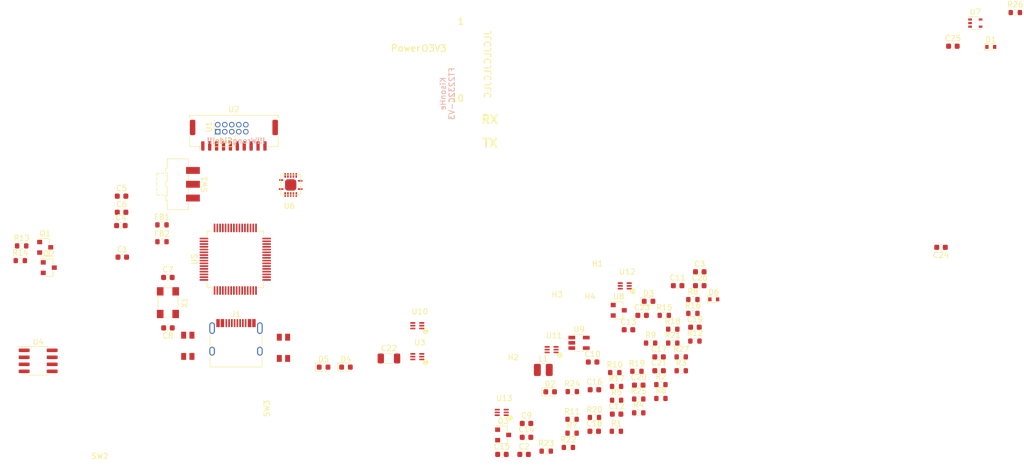
<source format=kicad_pcb>
(kicad_pcb (version 20171130) (host pcbnew 5.1.10)

  (general
    (thickness 1.6)
    (drawings 8)
    (tracks 0)
    (zones 0)
    (modules 87)
    (nets 93)
  )

  (page A4)
  (layers
    (0 F.Cu signal)
    (1 In1.Cu signal)
    (2 In2.Cu signal)
    (31 B.Cu signal)
    (32 B.Adhes user)
    (33 F.Adhes user)
    (34 B.Paste user)
    (35 F.Paste user)
    (36 B.SilkS user)
    (37 F.SilkS user)
    (38 B.Mask user)
    (39 F.Mask user)
    (40 Dwgs.User user)
    (41 Cmts.User user)
    (42 Eco1.User user)
    (43 Eco2.User user)
    (44 Edge.Cuts user)
    (45 Margin user)
    (46 B.CrtYd user)
    (47 F.CrtYd user)
    (48 B.Fab user)
    (49 F.Fab user)
  )

  (setup
    (last_trace_width 0.25)
    (user_trace_width 0.2)
    (user_trace_width 0.4)
    (user_trace_width 0.6)
    (user_trace_width 0.8)
    (user_trace_width 1)
    (trace_clearance 0.2)
    (zone_clearance 0.508)
    (zone_45_only no)
    (trace_min 0.2)
    (via_size 0.8)
    (via_drill 0.4)
    (via_min_size 0.4)
    (via_min_drill 0.3)
    (user_via 0.5 0.3)
    (user_via 0.6 0.4)
    (user_via 0.8 0.6)
    (user_via 1 0.7)
    (uvia_size 0.3)
    (uvia_drill 0.1)
    (uvias_allowed no)
    (uvia_min_size 0.2)
    (uvia_min_drill 0.1)
    (edge_width 0.05)
    (segment_width 0.2)
    (pcb_text_width 0.3)
    (pcb_text_size 1.5 1.5)
    (mod_edge_width 0.12)
    (mod_text_size 1 1)
    (mod_text_width 0.15)
    (pad_size 1.524 1.524)
    (pad_drill 0.762)
    (pad_to_mask_clearance 0)
    (aux_axis_origin 0 0)
    (visible_elements FFFFFF7F)
    (pcbplotparams
      (layerselection 0x010fc_ffffffff)
      (usegerberextensions false)
      (usegerberattributes true)
      (usegerberadvancedattributes true)
      (creategerberjobfile true)
      (excludeedgelayer true)
      (linewidth 0.100000)
      (plotframeref false)
      (viasonmask false)
      (mode 1)
      (useauxorigin false)
      (hpglpennumber 1)
      (hpglpenspeed 20)
      (hpglpendiameter 15.000000)
      (psnegative false)
      (psa4output false)
      (plotreference true)
      (plotvalue true)
      (plotinvisibletext false)
      (padsonsilk false)
      (subtractmaskfromsilk false)
      (outputformat 1)
      (mirror false)
      (drillshape 0)
      (scaleselection 1)
      (outputdirectory "plot"))
  )

  (net 0 "")
  (net 1 GND)
  (net 2 "Net-(C1-Pad1)")
  (net 3 +1V8)
  (net 4 "Net-(C4-Pad1)")
  (net 5 IO0)
  (net 6 TDO)
  (net 7 TCK)
  (net 8 TMS)
  (net 9 TDI)
  (net 10 nTRST)
  (net 11 +3V3)
  (net 12 VBUS)
  (net 13 "Net-(J1-PadB8)")
  (net 14 "Net-(J1-PadA5)")
  (net 15 USB_DN)
  (net 16 USB_DP)
  (net 17 "Net-(J1-PadA8)")
  (net 18 "Net-(J1-PadB5)")
  (net 19 "Net-(J1-PadS1)")
  (net 20 "Net-(Q1-Pad2)")
  (net 21 nRTS)
  (net 22 "Net-(Q2-Pad2)")
  (net 23 nDTR)
  (net 24 EECS)
  (net 25 EECLK)
  (net 26 "Net-(R6-Pad2)")
  (net 27 EEDATA)
  (net 28 "Net-(R8-Pad1)")
  (net 29 "Net-(R9-Pad1)")
  (net 30 "Net-(R10-Pad1)")
  (net 31 "Net-(R11-Pad1)")
  (net 32 "Net-(R12-Pad1)")
  (net 33 "Net-(U4-Pad7)")
  (net 34 "Net-(U5-Pad60)")
  (net 35 "Net-(U5-Pad59)")
  (net 36 "Net-(U5-Pad58)")
  (net 37 "Net-(U5-Pad57)")
  (net 38 "Net-(U5-Pad53)")
  (net 39 "Net-(U5-Pad52)")
  (net 40 "Net-(U5-Pad48)")
  (net 41 "Net-(U5-Pad46)")
  (net 42 "Net-(U5-Pad45)")
  (net 43 "Net-(U5-Pad44)")
  (net 44 "Net-(U5-Pad41)")
  (net 45 "Net-(U5-Pad36)")
  (net 46 "Net-(U5-Pad34)")
  (net 47 "Net-(U5-Pad33)")
  (net 48 "Net-(U5-Pad32)")
  (net 49 "Net-(U5-Pad30)")
  (net 50 "Net-(U5-Pad29)")
  (net 51 "Net-(U5-Pad28)")
  (net 52 "Net-(U5-Pad27)")
  (net 53 "Net-(U5-Pad26)")
  (net 54 "Net-(U5-Pad24)")
  (net 55 "Net-(U5-Pad23)")
  (net 56 "Net-(U5-Pad21)")
  (net 57 "Net-(C7-Pad1)")
  (net 58 "Net-(C8-Pad1)")
  (net 59 "Net-(D2-Pad1)")
  (net 60 "Net-(D3-Pad2)")
  (net 61 RXLED)
  (net 62 "Net-(D4-Pad2)")
  (net 63 TXLED)
  (net 64 3v3OUT)
  (net 65 "Net-(C19-Pad2)")
  (net 66 "Net-(D5-Pad2)")
  (net 67 "Net-(L1-Pad2)")
  (net 68 "Net-(R18-Pad1)")
  (net 69 "Net-(R21-Pad1)")
  (net 70 "Net-(U11-Pad5)")
  (net 71 "Net-(U13-Pad5)")
  (net 72 "Net-(U10-Pad5)")
  (net 73 "Net-(U12-Pad5)")
  (net 74 2232RX)
  (net 75 2232TX)
  (net 76 "Net-(R20-Pad1)")
  (net 77 ESP_IO0_B)
  (net 78 ESP_EN)
  (net 79 VDD33_D)
  (net 80 ESP_EN_N)
  (net 81 "Net-(C26-Pad1)")
  (net 82 "Net-(D1-Pad2)")
  (net 83 ESP_IO0)
  (net 84 ESP_TCK)
  (net 85 ESP_TDO)
  (net 86 ESP_TDI)
  (net 87 ESP_TMS)
  (net 88 "Net-(U5-Pad22)")
  (net 89 FT_TMS)
  (net 90 FT_TDO)
  (net 91 FT_TDI)
  (net 92 FT_TCK)

  (net_class Default "This is the default net class."
    (clearance 0.2)
    (trace_width 0.25)
    (via_dia 0.8)
    (via_drill 0.4)
    (uvia_dia 0.3)
    (uvia_drill 0.1)
    (add_net +1V8)
    (add_net +3V3)
    (add_net 2232RX)
    (add_net 2232TX)
    (add_net 3v3OUT)
    (add_net EECLK)
    (add_net EECS)
    (add_net EEDATA)
    (add_net ESP_EN)
    (add_net ESP_EN_N)
    (add_net ESP_IO0)
    (add_net ESP_IO0_B)
    (add_net ESP_TCK)
    (add_net ESP_TDI)
    (add_net ESP_TDO)
    (add_net ESP_TMS)
    (add_net FT_TCK)
    (add_net FT_TDI)
    (add_net FT_TDO)
    (add_net FT_TMS)
    (add_net GND)
    (add_net IO0)
    (add_net "Net-(C1-Pad1)")
    (add_net "Net-(C19-Pad2)")
    (add_net "Net-(C26-Pad1)")
    (add_net "Net-(C4-Pad1)")
    (add_net "Net-(C7-Pad1)")
    (add_net "Net-(C8-Pad1)")
    (add_net "Net-(D1-Pad2)")
    (add_net "Net-(D2-Pad1)")
    (add_net "Net-(D3-Pad2)")
    (add_net "Net-(D4-Pad2)")
    (add_net "Net-(D5-Pad2)")
    (add_net "Net-(J1-PadA5)")
    (add_net "Net-(J1-PadA8)")
    (add_net "Net-(J1-PadB5)")
    (add_net "Net-(J1-PadB8)")
    (add_net "Net-(J1-PadS1)")
    (add_net "Net-(L1-Pad2)")
    (add_net "Net-(Q1-Pad2)")
    (add_net "Net-(Q2-Pad2)")
    (add_net "Net-(R10-Pad1)")
    (add_net "Net-(R11-Pad1)")
    (add_net "Net-(R12-Pad1)")
    (add_net "Net-(R18-Pad1)")
    (add_net "Net-(R20-Pad1)")
    (add_net "Net-(R21-Pad1)")
    (add_net "Net-(R6-Pad2)")
    (add_net "Net-(R8-Pad1)")
    (add_net "Net-(R9-Pad1)")
    (add_net "Net-(U10-Pad5)")
    (add_net "Net-(U11-Pad5)")
    (add_net "Net-(U12-Pad5)")
    (add_net "Net-(U13-Pad5)")
    (add_net "Net-(U4-Pad7)")
    (add_net "Net-(U5-Pad21)")
    (add_net "Net-(U5-Pad22)")
    (add_net "Net-(U5-Pad23)")
    (add_net "Net-(U5-Pad24)")
    (add_net "Net-(U5-Pad26)")
    (add_net "Net-(U5-Pad27)")
    (add_net "Net-(U5-Pad28)")
    (add_net "Net-(U5-Pad29)")
    (add_net "Net-(U5-Pad30)")
    (add_net "Net-(U5-Pad32)")
    (add_net "Net-(U5-Pad33)")
    (add_net "Net-(U5-Pad34)")
    (add_net "Net-(U5-Pad36)")
    (add_net "Net-(U5-Pad41)")
    (add_net "Net-(U5-Pad44)")
    (add_net "Net-(U5-Pad45)")
    (add_net "Net-(U5-Pad46)")
    (add_net "Net-(U5-Pad48)")
    (add_net "Net-(U5-Pad52)")
    (add_net "Net-(U5-Pad53)")
    (add_net "Net-(U5-Pad57)")
    (add_net "Net-(U5-Pad58)")
    (add_net "Net-(U5-Pad59)")
    (add_net "Net-(U5-Pad60)")
    (add_net RXLED)
    (add_net TCK)
    (add_net TDI)
    (add_net TDO)
    (add_net TMS)
    (add_net TXLED)
    (add_net USB_DN)
    (add_net USB_DP)
    (add_net VBUS)
    (add_net VDD33_D)
    (add_net nDTR)
    (add_net nRTS)
    (add_net nTRST)
  )

  (module Oscillator:Oscillator_SMD_Fordahl_DFAS15-4Pin_5.0x3.2mm (layer F.Cu) (tedit 58CD3345) (tstamp 60D45241)
    (at 66.675 104.648 270)
    (descr "Ultraminiature Crystal Clock Oscillator TXCO Fordahl DFA S15-OV/UOV, http://www.iqdfrequencyproducts.com/products/details/iqxo-70-11-30.pdf, 5.0x3.2mm^2 package")
    (tags "SMD SMT crystal oscillator")
    (path /60622138)
    (attr smd)
    (fp_text reference X1 (at 0 -3 90) (layer F.SilkS)
      (effects (font (size 1 1) (thickness 0.15)))
    )
    (fp_text value ASCO (at 0 3 90) (layer F.Fab)
      (effects (font (size 1 1) (thickness 0.15)))
    )
    (fp_circle (center 0 0) (end 0.058333 0) (layer F.Adhes) (width 0.116667))
    (fp_circle (center 0 0) (end 0.133333 0) (layer F.Adhes) (width 0.083333))
    (fp_circle (center 0 0) (end 0.208333 0) (layer F.Adhes) (width 0.083333))
    (fp_circle (center 0 0) (end 0.25 0) (layer F.Adhes) (width 0.1))
    (fp_line (start 3.1 -2.3) (end -3.1 -2.3) (layer F.CrtYd) (width 0.05))
    (fp_line (start 3.1 2.3) (end 3.1 -2.3) (layer F.CrtYd) (width 0.05))
    (fp_line (start -3.1 2.3) (end 3.1 2.3) (layer F.CrtYd) (width 0.05))
    (fp_line (start -3.1 -2.3) (end -3.1 2.3) (layer F.CrtYd) (width 0.05))
    (fp_line (start -1.1 1.8) (end -1.1 2.2) (layer F.SilkS) (width 0.12))
    (fp_line (start 1.1 1.8) (end -1.1 1.8) (layer F.SilkS) (width 0.12))
    (fp_line (start -1.1 -1.8) (end 1.1 -1.8) (layer F.SilkS) (width 0.12))
    (fp_line (start 2.7 -0.6) (end 2.7 0.6) (layer F.SilkS) (width 0.12))
    (fp_line (start -2.7 0.6) (end -2.7 -0.6) (layer F.SilkS) (width 0.12))
    (fp_line (start -3 0.6) (end -2.7 0.6) (layer F.SilkS) (width 0.12))
    (fp_line (start -2.5 0.6) (end -1.5 1.6) (layer F.Fab) (width 0.1))
    (fp_line (start -2.5 -1.5) (end -2.4 -1.6) (layer F.Fab) (width 0.1))
    (fp_line (start -2.5 1.5) (end -2.5 -1.5) (layer F.Fab) (width 0.1))
    (fp_line (start -2.4 1.6) (end -2.5 1.5) (layer F.Fab) (width 0.1))
    (fp_line (start 2.4 1.6) (end -2.4 1.6) (layer F.Fab) (width 0.1))
    (fp_line (start 2.5 1.5) (end 2.4 1.6) (layer F.Fab) (width 0.1))
    (fp_line (start 2.5 -1.5) (end 2.5 1.5) (layer F.Fab) (width 0.1))
    (fp_line (start 2.4 -1.6) (end 2.5 -1.5) (layer F.Fab) (width 0.1))
    (fp_line (start -2.4 -1.6) (end 2.4 -1.6) (layer F.Fab) (width 0.1))
    (fp_text user %R (at 0 0 90) (layer F.Fab)
      (effects (font (size 1 1) (thickness 0.15)))
    )
    (pad 4 smd rect (at -2.05 -1.4 270) (size 1.5 1.2) (layers F.Cu F.Paste F.Mask)
      (net 1 GND))
    (pad 3 smd rect (at 2.05 -1.4 270) (size 1.5 1.2) (layers F.Cu F.Paste F.Mask)
      (net 58 "Net-(C8-Pad1)"))
    (pad 2 smd rect (at 2.05 1.4 270) (size 1.5 1.2) (layers F.Cu F.Paste F.Mask)
      (net 1 GND))
    (pad 1 smd rect (at -2.05 1.4 270) (size 1.5 1.2) (layers F.Cu F.Paste F.Mask)
      (net 57 "Net-(C7-Pad1)"))
    (model ${KISYS3DMOD}/Oscillator.3dshapes/Oscillator_SMD_Fordahl_DFAS15-4Pin_5.0x3.2mm.wrl
      (at (xyz 0 0 0))
      (scale (xyz 1 1 1))
      (rotate (xyz 0 0 0))
    )
  )

  (module KisonCommon:USBLC6-2P6-SOT666 (layer F.Cu) (tedit 60741F55) (tstamp 60D45221)
    (at 127.569 121.482999)
    (path /607A4C55)
    (fp_text reference U13 (at 0 0.5) (layer F.SilkS)
      (effects (font (size 1 1) (thickness 0.15)))
    )
    (fp_text value USBLC6-2SC6-Power_Protection (at 0 -0.5) (layer F.Fab)
      (effects (font (size 1 1) (thickness 0.15)))
    )
    (fp_line (start -1.905 2.159) (end 0.889 2.159) (layer F.CrtYd) (width 0.05))
    (fp_line (start -1.905 3.937) (end 0.889 3.937) (layer F.CrtYd) (width 0.05))
    (fp_line (start 0.889 2.159) (end 0.889 3.937) (layer F.CrtYd) (width 0.05))
    (fp_line (start -1.905 2.159) (end -1.905 3.937) (layer F.CrtYd) (width 0.05))
    (fp_circle (center 1.016 4.064) (end 1.116 4.064) (layer F.SilkS) (width 0.4))
    (pad 3 smd rect (at 0.35 2.556 90) (size 0.3 0.9) (layers F.Cu F.Paste F.Mask)
      (net 5 IO0))
    (pad 2 smd rect (at 0.35 3.056 90) (size 0.3 0.9) (layers F.Cu F.Paste F.Mask)
      (net 1 GND))
    (pad 1 smd rect (at 0.35 3.556 90) (size 0.3 0.9) (layers F.Cu F.Paste F.Mask)
      (net 10 nTRST))
    (pad 4 smd rect (at -1.27 2.556 90) (size 0.3 0.9) (layers F.Cu F.Paste F.Mask)
      (net 5 IO0))
    (pad 5 smd rect (at -1.27 3.056 90) (size 0.3 0.9) (layers F.Cu F.Paste F.Mask)
      (net 71 "Net-(U13-Pad5)"))
    (pad 6 smd rect (at -1.27 3.556 90) (size 0.3 0.9) (layers F.Cu F.Paste F.Mask)
      (net 10 nTRST))
  )

  (module KisonCommon:USBLC6-2P6-SOT666 (layer F.Cu) (tedit 60741F55) (tstamp 60D45212)
    (at 149.839 98.552999)
    (path /6075336A)
    (fp_text reference U12 (at 0 0.5) (layer F.SilkS)
      (effects (font (size 1 1) (thickness 0.15)))
    )
    (fp_text value USBLC6-2SC6-Power_Protection (at 0 -0.5) (layer F.Fab)
      (effects (font (size 1 1) (thickness 0.15)))
    )
    (fp_line (start -1.905 2.159) (end 0.889 2.159) (layer F.CrtYd) (width 0.05))
    (fp_line (start -1.905 3.937) (end 0.889 3.937) (layer F.CrtYd) (width 0.05))
    (fp_line (start 0.889 2.159) (end 0.889 3.937) (layer F.CrtYd) (width 0.05))
    (fp_line (start -1.905 2.159) (end -1.905 3.937) (layer F.CrtYd) (width 0.05))
    (fp_circle (center 1.016 4.064) (end 1.116 4.064) (layer F.SilkS) (width 0.4))
    (pad 3 smd rect (at 0.35 2.556 90) (size 0.3 0.9) (layers F.Cu F.Paste F.Mask)
      (net 7 TCK))
    (pad 2 smd rect (at 0.35 3.056 90) (size 0.3 0.9) (layers F.Cu F.Paste F.Mask)
      (net 1 GND))
    (pad 1 smd rect (at 0.35 3.556 90) (size 0.3 0.9) (layers F.Cu F.Paste F.Mask)
      (net 8 TMS))
    (pad 4 smd rect (at -1.27 2.556 90) (size 0.3 0.9) (layers F.Cu F.Paste F.Mask)
      (net 7 TCK))
    (pad 5 smd rect (at -1.27 3.056 90) (size 0.3 0.9) (layers F.Cu F.Paste F.Mask)
      (net 73 "Net-(U12-Pad5)"))
    (pad 6 smd rect (at -1.27 3.556 90) (size 0.3 0.9) (layers F.Cu F.Paste F.Mask)
      (net 8 TMS))
  )

  (module KisonCommon:USBLC6-2P6-SOT666 (layer F.Cu) (tedit 60741F55) (tstamp 60D45203)
    (at 136.599 110.102999)
    (path /607222F3)
    (fp_text reference U11 (at 0 0.5) (layer F.SilkS)
      (effects (font (size 1 1) (thickness 0.15)))
    )
    (fp_text value USBLC6-2SC6-Power_Protection (at 0 -0.5) (layer F.Fab)
      (effects (font (size 1 1) (thickness 0.15)))
    )
    (fp_line (start -1.905 2.159) (end 0.889 2.159) (layer F.CrtYd) (width 0.05))
    (fp_line (start -1.905 3.937) (end 0.889 3.937) (layer F.CrtYd) (width 0.05))
    (fp_line (start 0.889 2.159) (end 0.889 3.937) (layer F.CrtYd) (width 0.05))
    (fp_line (start -1.905 2.159) (end -1.905 3.937) (layer F.CrtYd) (width 0.05))
    (fp_circle (center 1.016 4.064) (end 1.116 4.064) (layer F.SilkS) (width 0.4))
    (pad 3 smd rect (at 0.35 2.556 90) (size 0.3 0.9) (layers F.Cu F.Paste F.Mask)
      (net 9 TDI))
    (pad 2 smd rect (at 0.35 3.056 90) (size 0.3 0.9) (layers F.Cu F.Paste F.Mask)
      (net 1 GND))
    (pad 1 smd rect (at 0.35 3.556 90) (size 0.3 0.9) (layers F.Cu F.Paste F.Mask)
      (net 6 TDO))
    (pad 4 smd rect (at -1.27 2.556 90) (size 0.3 0.9) (layers F.Cu F.Paste F.Mask)
      (net 9 TDI))
    (pad 5 smd rect (at -1.27 3.056 90) (size 0.3 0.9) (layers F.Cu F.Paste F.Mask)
      (net 70 "Net-(U11-Pad5)"))
    (pad 6 smd rect (at -1.27 3.556 90) (size 0.3 0.9) (layers F.Cu F.Paste F.Mask)
      (net 6 TDO))
  )

  (module KisonCommon:USBLC6-2P6-SOT666 (layer F.Cu) (tedit 60741F55) (tstamp 60D451F4)
    (at 112.28 105.765999)
    (path /607A2348)
    (fp_text reference U10 (at 0 0.5) (layer F.SilkS)
      (effects (font (size 1 1) (thickness 0.15)))
    )
    (fp_text value USBLC6-2SC6-Power_Protection (at 0 -0.5) (layer F.Fab)
      (effects (font (size 1 1) (thickness 0.15)))
    )
    (fp_line (start -1.905 2.159) (end 0.889 2.159) (layer F.CrtYd) (width 0.05))
    (fp_line (start -1.905 3.937) (end 0.889 3.937) (layer F.CrtYd) (width 0.05))
    (fp_line (start 0.889 2.159) (end 0.889 3.937) (layer F.CrtYd) (width 0.05))
    (fp_line (start -1.905 2.159) (end -1.905 3.937) (layer F.CrtYd) (width 0.05))
    (fp_circle (center 1.016 4.064) (end 1.116 4.064) (layer F.SilkS) (width 0.4))
    (pad 3 smd rect (at 0.35 2.556 90) (size 0.3 0.9) (layers F.Cu F.Paste F.Mask)
      (net 75 2232TX))
    (pad 2 smd rect (at 0.35 3.056 90) (size 0.3 0.9) (layers F.Cu F.Paste F.Mask)
      (net 1 GND))
    (pad 1 smd rect (at 0.35 3.556 90) (size 0.3 0.9) (layers F.Cu F.Paste F.Mask)
      (net 74 2232RX))
    (pad 4 smd rect (at -1.27 2.556 90) (size 0.3 0.9) (layers F.Cu F.Paste F.Mask)
      (net 75 2232TX))
    (pad 5 smd rect (at -1.27 3.056 90) (size 0.3 0.9) (layers F.Cu F.Paste F.Mask)
      (net 72 "Net-(U10-Pad5)"))
    (pad 6 smd rect (at -1.27 3.556 90) (size 0.3 0.9) (layers F.Cu F.Paste F.Mask)
      (net 74 2232RX))
  )

  (module Package_TO_SOT_SMD:TSOT-23-5 (layer F.Cu) (tedit 5A02FF57) (tstamp 60D451E5)
    (at 141.104 111.928)
    (descr "5-pin TSOT23 package, http://cds.linear.com/docs/en/packaging/SOT_5_05-08-1635.pdf")
    (tags TSOT-23-5)
    (path /608333BF)
    (attr smd)
    (fp_text reference U9 (at 0 -2.45) (layer F.SilkS)
      (effects (font (size 1 1) (thickness 0.15)))
    )
    (fp_text value SY8089AAAC (at 0 2.5) (layer F.Fab)
      (effects (font (size 1 1) (thickness 0.15)))
    )
    (fp_line (start 2.17 1.7) (end -2.17 1.7) (layer F.CrtYd) (width 0.05))
    (fp_line (start 2.17 1.7) (end 2.17 -1.7) (layer F.CrtYd) (width 0.05))
    (fp_line (start -2.17 -1.7) (end -2.17 1.7) (layer F.CrtYd) (width 0.05))
    (fp_line (start -2.17 -1.7) (end 2.17 -1.7) (layer F.CrtYd) (width 0.05))
    (fp_line (start 0.88 -1.45) (end 0.88 1.45) (layer F.Fab) (width 0.1))
    (fp_line (start 0.88 1.45) (end -0.88 1.45) (layer F.Fab) (width 0.1))
    (fp_line (start -0.88 -1) (end -0.88 1.45) (layer F.Fab) (width 0.1))
    (fp_line (start 0.88 -1.45) (end -0.43 -1.45) (layer F.Fab) (width 0.1))
    (fp_line (start -0.88 -1) (end -0.43 -1.45) (layer F.Fab) (width 0.1))
    (fp_line (start 0.88 -1.51) (end -1.55 -1.51) (layer F.SilkS) (width 0.12))
    (fp_line (start -0.88 1.56) (end 0.88 1.56) (layer F.SilkS) (width 0.12))
    (fp_text user %R (at 0 0 90) (layer F.Fab)
      (effects (font (size 0.5 0.5) (thickness 0.075)))
    )
    (pad 5 smd rect (at 1.31 -0.95) (size 1.22 0.65) (layers F.Cu F.Paste F.Mask)
      (net 65 "Net-(C19-Pad2)"))
    (pad 4 smd rect (at 1.31 0.95) (size 1.22 0.65) (layers F.Cu F.Paste F.Mask)
      (net 12 VBUS))
    (pad 3 smd rect (at -1.31 0.95) (size 1.22 0.65) (layers F.Cu F.Paste F.Mask)
      (net 67 "Net-(L1-Pad2)"))
    (pad 2 smd rect (at -1.31 0) (size 1.22 0.65) (layers F.Cu F.Paste F.Mask)
      (net 1 GND))
    (pad 1 smd rect (at -1.31 -0.95) (size 1.22 0.65) (layers F.Cu F.Paste F.Mask)
      (net 69 "Net-(R21-Pad1)"))
    (model ${KISYS3DMOD}/Package_TO_SOT_SMD.3dshapes/TSOT-23-5.wrl
      (at (xyz 0 0 0))
      (scale (xyz 1 1 1))
      (rotate (xyz 0 0 0))
    )
  )

  (module Package_TO_SOT_SMD:SOT-23 (layer F.Cu) (tedit 5A02FF57) (tstamp 60D451D0)
    (at 148.294 106.028)
    (descr "SOT-23, Standard")
    (tags SOT-23)
    (path /607FAEDB)
    (attr smd)
    (fp_text reference U8 (at 0 -2.5) (layer F.SilkS)
      (effects (font (size 1 1) (thickness 0.15)))
    )
    (fp_text value XC6206P332MR (at 0 2.5) (layer F.Fab)
      (effects (font (size 1 1) (thickness 0.15)))
    )
    (fp_line (start 0.76 1.58) (end -0.7 1.58) (layer F.SilkS) (width 0.12))
    (fp_line (start 0.76 -1.58) (end -1.4 -1.58) (layer F.SilkS) (width 0.12))
    (fp_line (start -1.7 1.75) (end -1.7 -1.75) (layer F.CrtYd) (width 0.05))
    (fp_line (start 1.7 1.75) (end -1.7 1.75) (layer F.CrtYd) (width 0.05))
    (fp_line (start 1.7 -1.75) (end 1.7 1.75) (layer F.CrtYd) (width 0.05))
    (fp_line (start -1.7 -1.75) (end 1.7 -1.75) (layer F.CrtYd) (width 0.05))
    (fp_line (start 0.76 -1.58) (end 0.76 -0.65) (layer F.SilkS) (width 0.12))
    (fp_line (start 0.76 1.58) (end 0.76 0.65) (layer F.SilkS) (width 0.12))
    (fp_line (start -0.7 1.52) (end 0.7 1.52) (layer F.Fab) (width 0.1))
    (fp_line (start 0.7 -1.52) (end 0.7 1.52) (layer F.Fab) (width 0.1))
    (fp_line (start -0.7 -0.95) (end -0.15 -1.52) (layer F.Fab) (width 0.1))
    (fp_line (start -0.15 -1.52) (end 0.7 -1.52) (layer F.Fab) (width 0.1))
    (fp_line (start -0.7 -0.95) (end -0.7 1.5) (layer F.Fab) (width 0.1))
    (fp_text user %R (at 0 0 90) (layer F.Fab)
      (effects (font (size 0.5 0.5) (thickness 0.075)))
    )
    (pad 3 smd rect (at 1 0) (size 0.9 0.8) (layers F.Cu F.Paste F.Mask)
      (net 12 VBUS))
    (pad 2 smd rect (at -1 0.95) (size 0.9 0.8) (layers F.Cu F.Paste F.Mask)
      (net 11 +3V3))
    (pad 1 smd rect (at -1 -0.95) (size 0.9 0.8) (layers F.Cu F.Paste F.Mask)
      (net 1 GND))
    (model ${KISYS3DMOD}/Package_TO_SOT_SMD.3dshapes/SOT-23.wrl
      (at (xyz 0 0 0))
      (scale (xyz 1 1 1))
      (rotate (xyz 0 0 0))
    )
  )

  (module Package_TO_SOT_SMD:SOT-353_SC-70-5 (layer F.Cu) (tedit 5A02FF57) (tstamp 60D451BB)
    (at 212.852 53.975)
    (descr "SOT-353, SC-70-5")
    (tags "SOT-353 SC-70-5")
    (path /60F8F753)
    (attr smd)
    (fp_text reference U7 (at 0 -2) (layer F.SilkS)
      (effects (font (size 1 1) (thickness 0.15)))
    )
    (fp_text value 74AHC1GU04 (at 0 2 180) (layer F.Fab)
      (effects (font (size 1 1) (thickness 0.15)))
    )
    (fp_line (start -0.175 -1.1) (end -0.675 -0.6) (layer F.Fab) (width 0.1))
    (fp_line (start 0.675 1.1) (end -0.675 1.1) (layer F.Fab) (width 0.1))
    (fp_line (start 0.675 -1.1) (end 0.675 1.1) (layer F.Fab) (width 0.1))
    (fp_line (start -1.6 1.4) (end 1.6 1.4) (layer F.CrtYd) (width 0.05))
    (fp_line (start -0.675 -0.6) (end -0.675 1.1) (layer F.Fab) (width 0.1))
    (fp_line (start 0.675 -1.1) (end -0.175 -1.1) (layer F.Fab) (width 0.1))
    (fp_line (start -1.6 -1.4) (end 1.6 -1.4) (layer F.CrtYd) (width 0.05))
    (fp_line (start -1.6 -1.4) (end -1.6 1.4) (layer F.CrtYd) (width 0.05))
    (fp_line (start 1.6 1.4) (end 1.6 -1.4) (layer F.CrtYd) (width 0.05))
    (fp_line (start -0.7 1.16) (end 0.7 1.16) (layer F.SilkS) (width 0.12))
    (fp_line (start 0.7 -1.16) (end -1.2 -1.16) (layer F.SilkS) (width 0.12))
    (fp_text user %R (at 0 0 90) (layer F.Fab)
      (effects (font (size 0.5 0.5) (thickness 0.075)))
    )
    (pad 5 smd rect (at 0.95 -0.65) (size 0.65 0.4) (layers F.Cu F.Paste F.Mask)
      (net 79 VDD33_D))
    (pad 4 smd rect (at 0.95 0.65) (size 0.65 0.4) (layers F.Cu F.Paste F.Mask)
      (net 82 "Net-(D1-Pad2)"))
    (pad 2 smd rect (at -0.95 0) (size 0.65 0.4) (layers F.Cu F.Paste F.Mask)
      (net 78 ESP_EN))
    (pad 3 smd rect (at -0.95 0.65) (size 0.65 0.4) (layers F.Cu F.Paste F.Mask)
      (net 1 GND))
    (pad 1 smd rect (at -0.95 -0.65) (size 0.65 0.4) (layers F.Cu F.Paste F.Mask))
    (model ${KISYS3DMOD}/Package_TO_SOT_SMD.3dshapes/SOT-353_SC-70-5.wrl
      (at (xyz 0 0 0))
      (scale (xyz 1 1 1))
      (rotate (xyz 0 0 0))
    )
  )

  (module KisonCommon:VQFN-14_3.6x3.6x05P (layer F.Cu) (tedit 5DB04925) (tstamp 60D451A6)
    (at 88.9 83.312 180)
    (path /60DB7886)
    (fp_text reference U6 (at 0.254 -3.81) (layer F.SilkS)
      (effects (font (size 1 1) (thickness 0.15)))
    )
    (fp_text value SN74AHC125RGY (at 0 3.81) (layer F.Fab)
      (effects (font (size 1 1) (thickness 0.15)))
    )
    (fp_line (start -1.8 -1.8) (end 1.8 -1.8) (layer F.SilkS) (width 0.12))
    (fp_line (start -1.8 -1.8) (end -1.8 1.8) (layer F.SilkS) (width 0.12))
    (fp_line (start -1.8 1.8) (end 1.8 1.8) (layer F.SilkS) (width 0.12))
    (fp_line (start 1.8 -1.8) (end 1.8 1.8) (layer F.SilkS) (width 0.12))
    (pad 15 smd roundrect (at 0 0 270) (size 2.05 2.05) (layers F.Cu F.Paste F.Mask) (roundrect_rratio 0.25)
      (net 1 GND))
    (pad 7 smd roundrect (at 1.725 0.89 270) (size 0.28 0.75) (layers F.Cu F.Paste F.Mask) (roundrect_rratio 0.25)
      (net 1 GND))
    (pad 8 smd roundrect (at 1.725 -0.75 270) (size 0.28 0.85) (layers F.Cu F.Paste F.Mask) (roundrect_rratio 0.25)
      (net 86 ESP_TDI))
    (pad 14 smd roundrect (at -1.725 -0.75 270) (size 0.28 0.85) (layers F.Cu F.Paste F.Mask) (roundrect_rratio 0.25)
      (net 79 VDD33_D))
    (pad 1 smd roundrect (at -1.725 0.75 270) (size 0.28 0.85) (layers F.Cu F.Paste F.Mask) (roundrect_rratio 0.25)
      (net 80 ESP_EN_N))
    (pad 6 smd roundrect (at 1 1.725 180) (size 0.28 0.85) (layers F.Cu F.Paste F.Mask) (roundrect_rratio 0.25)
      (net 90 FT_TDO))
    (pad 5 smd roundrect (at 0.5 1.725 180) (size 0.28 0.85) (layers F.Cu F.Paste F.Mask) (roundrect_rratio 0.25)
      (net 85 ESP_TDO))
    (pad 4 smd roundrect (at 0 1.725 180) (size 0.28 0.85) (layers F.Cu F.Paste F.Mask) (roundrect_rratio 0.25)
      (net 80 ESP_EN_N))
    (pad 3 smd roundrect (at -0.5 1.725 180) (size 0.28 0.85) (layers F.Cu F.Paste F.Mask) (roundrect_rratio 0.25)
      (net 87 ESP_TMS))
    (pad 2 smd roundrect (at -1 1.725 180) (size 0.28 0.85) (layers F.Cu F.Paste F.Mask) (roundrect_rratio 0.25)
      (net 89 FT_TMS))
    (pad 9 smd roundrect (at 1 -1.725 180) (size 0.28 0.85) (layers F.Cu F.Paste F.Mask) (roundrect_rratio 0.25)
      (net 91 FT_TDI))
    (pad 10 smd roundrect (at 0.5 -1.725 180) (size 0.28 0.85) (layers F.Cu F.Paste F.Mask) (roundrect_rratio 0.25)
      (net 80 ESP_EN_N))
    (pad 11 smd roundrect (at 0 -1.725 180) (size 0.28 0.85) (layers F.Cu F.Paste F.Mask) (roundrect_rratio 0.25)
      (net 84 ESP_TCK))
    (pad 12 smd roundrect (at -0.5 -1.725 180) (size 0.28 0.85) (layers F.Cu F.Paste F.Mask) (roundrect_rratio 0.25)
      (net 92 FT_TCK))
    (pad 13 smd roundrect (at -1.016 -1.725 180) (size 0.28 0.85) (layers F.Cu F.Paste F.Mask) (roundrect_rratio 0.25)
      (net 80 ESP_EN_N))
    (model /home/muriuki/src/esp-jtag/3Dmodels/SN74AHC04RGYR.igs
      (offset (xyz 0 0 1))
      (scale (xyz 1 1 1))
      (rotate (xyz 90 0 0))
    )
  )

  (module Package_QFP:LQFP-64_10x10mm_P0.5mm (layer F.Cu) (tedit 5D9F72AF) (tstamp 60D4518F)
    (at 78.867 96.774 90)
    (descr "LQFP, 64 Pin (https://www.analog.com/media/en/technical-documentation/data-sheets/ad7606_7606-6_7606-4.pdf), generated with kicad-footprint-generator ipc_gullwing_generator.py")
    (tags "LQFP QFP")
    (path /60625869)
    (attr smd)
    (fp_text reference U5 (at 0 -7.4 90) (layer F.SilkS)
      (effects (font (size 1 1) (thickness 0.15)))
    )
    (fp_text value FT2232HL (at 0 7.4 90) (layer F.Fab)
      (effects (font (size 1 1) (thickness 0.15)))
    )
    (fp_line (start 6.7 4.15) (end 6.7 0) (layer F.CrtYd) (width 0.05))
    (fp_line (start 5.25 4.15) (end 6.7 4.15) (layer F.CrtYd) (width 0.05))
    (fp_line (start 5.25 5.25) (end 5.25 4.15) (layer F.CrtYd) (width 0.05))
    (fp_line (start 4.15 5.25) (end 5.25 5.25) (layer F.CrtYd) (width 0.05))
    (fp_line (start 4.15 6.7) (end 4.15 5.25) (layer F.CrtYd) (width 0.05))
    (fp_line (start 0 6.7) (end 4.15 6.7) (layer F.CrtYd) (width 0.05))
    (fp_line (start -6.7 4.15) (end -6.7 0) (layer F.CrtYd) (width 0.05))
    (fp_line (start -5.25 4.15) (end -6.7 4.15) (layer F.CrtYd) (width 0.05))
    (fp_line (start -5.25 5.25) (end -5.25 4.15) (layer F.CrtYd) (width 0.05))
    (fp_line (start -4.15 5.25) (end -5.25 5.25) (layer F.CrtYd) (width 0.05))
    (fp_line (start -4.15 6.7) (end -4.15 5.25) (layer F.CrtYd) (width 0.05))
    (fp_line (start 0 6.7) (end -4.15 6.7) (layer F.CrtYd) (width 0.05))
    (fp_line (start 6.7 -4.15) (end 6.7 0) (layer F.CrtYd) (width 0.05))
    (fp_line (start 5.25 -4.15) (end 6.7 -4.15) (layer F.CrtYd) (width 0.05))
    (fp_line (start 5.25 -5.25) (end 5.25 -4.15) (layer F.CrtYd) (width 0.05))
    (fp_line (start 4.15 -5.25) (end 5.25 -5.25) (layer F.CrtYd) (width 0.05))
    (fp_line (start 4.15 -6.7) (end 4.15 -5.25) (layer F.CrtYd) (width 0.05))
    (fp_line (start 0 -6.7) (end 4.15 -6.7) (layer F.CrtYd) (width 0.05))
    (fp_line (start -6.7 -4.15) (end -6.7 0) (layer F.CrtYd) (width 0.05))
    (fp_line (start -5.25 -4.15) (end -6.7 -4.15) (layer F.CrtYd) (width 0.05))
    (fp_line (start -5.25 -5.25) (end -5.25 -4.15) (layer F.CrtYd) (width 0.05))
    (fp_line (start -4.15 -5.25) (end -5.25 -5.25) (layer F.CrtYd) (width 0.05))
    (fp_line (start -4.15 -6.7) (end -4.15 -5.25) (layer F.CrtYd) (width 0.05))
    (fp_line (start 0 -6.7) (end -4.15 -6.7) (layer F.CrtYd) (width 0.05))
    (fp_line (start -5 -4) (end -4 -5) (layer F.Fab) (width 0.1))
    (fp_line (start -5 5) (end -5 -4) (layer F.Fab) (width 0.1))
    (fp_line (start 5 5) (end -5 5) (layer F.Fab) (width 0.1))
    (fp_line (start 5 -5) (end 5 5) (layer F.Fab) (width 0.1))
    (fp_line (start -4 -5) (end 5 -5) (layer F.Fab) (width 0.1))
    (fp_line (start -5.11 -4.16) (end -6.45 -4.16) (layer F.SilkS) (width 0.12))
    (fp_line (start -5.11 -5.11) (end -5.11 -4.16) (layer F.SilkS) (width 0.12))
    (fp_line (start -4.16 -5.11) (end -5.11 -5.11) (layer F.SilkS) (width 0.12))
    (fp_line (start 5.11 -5.11) (end 5.11 -4.16) (layer F.SilkS) (width 0.12))
    (fp_line (start 4.16 -5.11) (end 5.11 -5.11) (layer F.SilkS) (width 0.12))
    (fp_line (start -5.11 5.11) (end -5.11 4.16) (layer F.SilkS) (width 0.12))
    (fp_line (start -4.16 5.11) (end -5.11 5.11) (layer F.SilkS) (width 0.12))
    (fp_line (start 5.11 5.11) (end 5.11 4.16) (layer F.SilkS) (width 0.12))
    (fp_line (start 4.16 5.11) (end 5.11 5.11) (layer F.SilkS) (width 0.12))
    (fp_text user %R (at 0 0 90) (layer F.Fab)
      (effects (font (size 1 1) (thickness 0.15)))
    )
    (pad 64 smd roundrect (at -3.75 -5.675 90) (size 0.3 1.55) (layers F.Cu F.Paste F.Mask) (roundrect_rratio 0.25)
      (net 3 +1V8))
    (pad 63 smd roundrect (at -3.25 -5.675 90) (size 0.3 1.55) (layers F.Cu F.Paste F.Mask) (roundrect_rratio 0.25)
      (net 28 "Net-(R8-Pad1)"))
    (pad 62 smd roundrect (at -2.75 -5.675 90) (size 0.3 1.55) (layers F.Cu F.Paste F.Mask) (roundrect_rratio 0.25)
      (net 29 "Net-(R9-Pad1)"))
    (pad 61 smd roundrect (at -2.25 -5.675 90) (size 0.3 1.55) (layers F.Cu F.Paste F.Mask) (roundrect_rratio 0.25)
      (net 30 "Net-(R10-Pad1)"))
    (pad 60 smd roundrect (at -1.75 -5.675 90) (size 0.3 1.55) (layers F.Cu F.Paste F.Mask) (roundrect_rratio 0.25)
      (net 34 "Net-(U5-Pad60)"))
    (pad 59 smd roundrect (at -1.25 -5.675 90) (size 0.3 1.55) (layers F.Cu F.Paste F.Mask) (roundrect_rratio 0.25)
      (net 35 "Net-(U5-Pad59)"))
    (pad 58 smd roundrect (at -0.75 -5.675 90) (size 0.3 1.55) (layers F.Cu F.Paste F.Mask) (roundrect_rratio 0.25)
      (net 36 "Net-(U5-Pad58)"))
    (pad 57 smd roundrect (at -0.25 -5.675 90) (size 0.3 1.55) (layers F.Cu F.Paste F.Mask) (roundrect_rratio 0.25)
      (net 37 "Net-(U5-Pad57)"))
    (pad 56 smd roundrect (at 0.25 -5.675 90) (size 0.3 1.55) (layers F.Cu F.Paste F.Mask) (roundrect_rratio 0.25)
      (net 11 +3V3))
    (pad 55 smd roundrect (at 0.75 -5.675 90) (size 0.3 1.55) (layers F.Cu F.Paste F.Mask) (roundrect_rratio 0.25)
      (net 63 TXLED))
    (pad 54 smd roundrect (at 1.25 -5.675 90) (size 0.3 1.55) (layers F.Cu F.Paste F.Mask) (roundrect_rratio 0.25)
      (net 61 RXLED))
    (pad 53 smd roundrect (at 1.75 -5.675 90) (size 0.3 1.55) (layers F.Cu F.Paste F.Mask) (roundrect_rratio 0.25)
      (net 38 "Net-(U5-Pad53)"))
    (pad 52 smd roundrect (at 2.25 -5.675 90) (size 0.3 1.55) (layers F.Cu F.Paste F.Mask) (roundrect_rratio 0.25)
      (net 39 "Net-(U5-Pad52)"))
    (pad 51 smd roundrect (at 2.75 -5.675 90) (size 0.3 1.55) (layers F.Cu F.Paste F.Mask) (roundrect_rratio 0.25)
      (net 1 GND))
    (pad 50 smd roundrect (at 3.25 -5.675 90) (size 0.3 1.55) (layers F.Cu F.Paste F.Mask) (roundrect_rratio 0.25)
      (net 11 +3V3))
    (pad 49 smd roundrect (at 3.75 -5.675 90) (size 0.3 1.55) (layers F.Cu F.Paste F.Mask) (roundrect_rratio 0.25)
      (net 3 +1V8))
    (pad 48 smd roundrect (at 5.675 -3.75 90) (size 1.55 0.3) (layers F.Cu F.Paste F.Mask) (roundrect_rratio 0.25)
      (net 40 "Net-(U5-Pad48)"))
    (pad 47 smd roundrect (at 5.675 -3.25 90) (size 1.55 0.3) (layers F.Cu F.Paste F.Mask) (roundrect_rratio 0.25)
      (net 1 GND))
    (pad 46 smd roundrect (at 5.675 -2.75 90) (size 1.55 0.3) (layers F.Cu F.Paste F.Mask) (roundrect_rratio 0.25)
      (net 41 "Net-(U5-Pad46)"))
    (pad 45 smd roundrect (at 5.675 -2.25 90) (size 1.55 0.3) (layers F.Cu F.Paste F.Mask) (roundrect_rratio 0.25)
      (net 42 "Net-(U5-Pad45)"))
    (pad 44 smd roundrect (at 5.675 -1.75 90) (size 1.55 0.3) (layers F.Cu F.Paste F.Mask) (roundrect_rratio 0.25)
      (net 43 "Net-(U5-Pad44)"))
    (pad 43 smd roundrect (at 5.675 -1.25 90) (size 1.55 0.3) (layers F.Cu F.Paste F.Mask) (roundrect_rratio 0.25)
      (net 23 nDTR))
    (pad 42 smd roundrect (at 5.675 -0.75 90) (size 1.55 0.3) (layers F.Cu F.Paste F.Mask) (roundrect_rratio 0.25)
      (net 11 +3V3))
    (pad 41 smd roundrect (at 5.675 -0.25 90) (size 1.55 0.3) (layers F.Cu F.Paste F.Mask) (roundrect_rratio 0.25)
      (net 44 "Net-(U5-Pad41)"))
    (pad 40 smd roundrect (at 5.675 0.25 90) (size 1.55 0.3) (layers F.Cu F.Paste F.Mask) (roundrect_rratio 0.25)
      (net 21 nRTS))
    (pad 39 smd roundrect (at 5.675 0.75 90) (size 1.55 0.3) (layers F.Cu F.Paste F.Mask) (roundrect_rratio 0.25)
      (net 74 2232RX))
    (pad 38 smd roundrect (at 5.675 1.25 90) (size 1.55 0.3) (layers F.Cu F.Paste F.Mask) (roundrect_rratio 0.25)
      (net 75 2232TX))
    (pad 37 smd roundrect (at 5.675 1.75 90) (size 1.55 0.3) (layers F.Cu F.Paste F.Mask) (roundrect_rratio 0.25)
      (net 3 +1V8))
    (pad 36 smd roundrect (at 5.675 2.25 90) (size 1.55 0.3) (layers F.Cu F.Paste F.Mask) (roundrect_rratio 0.25)
      (net 45 "Net-(U5-Pad36)"))
    (pad 35 smd roundrect (at 5.675 2.75 90) (size 1.55 0.3) (layers F.Cu F.Paste F.Mask) (roundrect_rratio 0.25)
      (net 1 GND))
    (pad 34 smd roundrect (at 5.675 3.25 90) (size 1.55 0.3) (layers F.Cu F.Paste F.Mask) (roundrect_rratio 0.25)
      (net 46 "Net-(U5-Pad34)"))
    (pad 33 smd roundrect (at 5.675 3.75 90) (size 1.55 0.3) (layers F.Cu F.Paste F.Mask) (roundrect_rratio 0.25)
      (net 47 "Net-(U5-Pad33)"))
    (pad 32 smd roundrect (at 3.75 5.675 90) (size 0.3 1.55) (layers F.Cu F.Paste F.Mask) (roundrect_rratio 0.25)
      (net 48 "Net-(U5-Pad32)"))
    (pad 31 smd roundrect (at 3.25 5.675 90) (size 0.3 1.55) (layers F.Cu F.Paste F.Mask) (roundrect_rratio 0.25)
      (net 11 +3V3))
    (pad 30 smd roundrect (at 2.75 5.675 90) (size 0.3 1.55) (layers F.Cu F.Paste F.Mask) (roundrect_rratio 0.25)
      (net 49 "Net-(U5-Pad30)"))
    (pad 29 smd roundrect (at 2.25 5.675 90) (size 0.3 1.55) (layers F.Cu F.Paste F.Mask) (roundrect_rratio 0.25)
      (net 50 "Net-(U5-Pad29)"))
    (pad 28 smd roundrect (at 1.75 5.675 90) (size 0.3 1.55) (layers F.Cu F.Paste F.Mask) (roundrect_rratio 0.25)
      (net 51 "Net-(U5-Pad28)"))
    (pad 27 smd roundrect (at 1.25 5.675 90) (size 0.3 1.55) (layers F.Cu F.Paste F.Mask) (roundrect_rratio 0.25)
      (net 52 "Net-(U5-Pad27)"))
    (pad 26 smd roundrect (at 0.75 5.675 90) (size 0.3 1.55) (layers F.Cu F.Paste F.Mask) (roundrect_rratio 0.25)
      (net 53 "Net-(U5-Pad26)"))
    (pad 25 smd roundrect (at 0.25 5.675 90) (size 0.3 1.55) (layers F.Cu F.Paste F.Mask) (roundrect_rratio 0.25)
      (net 1 GND))
    (pad 24 smd roundrect (at -0.25 5.675 90) (size 0.3 1.55) (layers F.Cu F.Paste F.Mask) (roundrect_rratio 0.25)
      (net 54 "Net-(U5-Pad24)"))
    (pad 23 smd roundrect (at -0.75 5.675 90) (size 0.3 1.55) (layers F.Cu F.Paste F.Mask) (roundrect_rratio 0.25)
      (net 55 "Net-(U5-Pad23)"))
    (pad 22 smd roundrect (at -1.25 5.675 90) (size 0.3 1.55) (layers F.Cu F.Paste F.Mask) (roundrect_rratio 0.25)
      (net 88 "Net-(U5-Pad22)"))
    (pad 21 smd roundrect (at -1.75 5.675 90) (size 0.3 1.55) (layers F.Cu F.Paste F.Mask) (roundrect_rratio 0.25)
      (net 56 "Net-(U5-Pad21)"))
    (pad 20 smd roundrect (at -2.25 5.675 90) (size 0.3 1.55) (layers F.Cu F.Paste F.Mask) (roundrect_rratio 0.25)
      (net 11 +3V3))
    (pad 19 smd roundrect (at -2.75 5.675 90) (size 0.3 1.55) (layers F.Cu F.Paste F.Mask) (roundrect_rratio 0.25)
      (net 89 FT_TMS))
    (pad 18 smd roundrect (at -3.25 5.675 90) (size 0.3 1.55) (layers F.Cu F.Paste F.Mask) (roundrect_rratio 0.25)
      (net 90 FT_TDO))
    (pad 17 smd roundrect (at -3.75 5.675 90) (size 0.3 1.55) (layers F.Cu F.Paste F.Mask) (roundrect_rratio 0.25)
      (net 91 FT_TDI))
    (pad 16 smd roundrect (at -5.675 3.75 90) (size 1.55 0.3) (layers F.Cu F.Paste F.Mask) (roundrect_rratio 0.25)
      (net 92 FT_TCK))
    (pad 15 smd roundrect (at -5.675 3.25 90) (size 1.55 0.3) (layers F.Cu F.Paste F.Mask) (roundrect_rratio 0.25)
      (net 1 GND))
    (pad 14 smd roundrect (at -5.675 2.75 90) (size 1.55 0.3) (layers F.Cu F.Paste F.Mask) (roundrect_rratio 0.25)
      (net 32 "Net-(R12-Pad1)"))
    (pad 13 smd roundrect (at -5.675 2.25 90) (size 1.55 0.3) (layers F.Cu F.Paste F.Mask) (roundrect_rratio 0.25)
      (net 1 GND))
    (pad 12 smd roundrect (at -5.675 1.75 90) (size 1.55 0.3) (layers F.Cu F.Paste F.Mask) (roundrect_rratio 0.25)
      (net 3 +1V8))
    (pad 11 smd roundrect (at -5.675 1.25 90) (size 1.55 0.3) (layers F.Cu F.Paste F.Mask) (roundrect_rratio 0.25)
      (net 1 GND))
    (pad 10 smd roundrect (at -5.675 0.75 90) (size 1.55 0.3) (layers F.Cu F.Paste F.Mask) (roundrect_rratio 0.25)
      (net 1 GND))
    (pad 9 smd roundrect (at -5.675 0.25 90) (size 1.55 0.3) (layers F.Cu F.Paste F.Mask) (roundrect_rratio 0.25)
      (net 4 "Net-(C4-Pad1)"))
    (pad 8 smd roundrect (at -5.675 -0.25 90) (size 1.55 0.3) (layers F.Cu F.Paste F.Mask) (roundrect_rratio 0.25)
      (net 16 USB_DP))
    (pad 7 smd roundrect (at -5.675 -0.75 90) (size 1.55 0.3) (layers F.Cu F.Paste F.Mask) (roundrect_rratio 0.25)
      (net 15 USB_DN))
    (pad 6 smd roundrect (at -5.675 -1.25 90) (size 1.55 0.3) (layers F.Cu F.Paste F.Mask) (roundrect_rratio 0.25)
      (net 31 "Net-(R11-Pad1)"))
    (pad 5 smd roundrect (at -5.675 -1.75 90) (size 1.55 0.3) (layers F.Cu F.Paste F.Mask) (roundrect_rratio 0.25)
      (net 1 GND))
    (pad 4 smd roundrect (at -5.675 -2.25 90) (size 1.55 0.3) (layers F.Cu F.Paste F.Mask) (roundrect_rratio 0.25)
      (net 2 "Net-(C1-Pad1)"))
    (pad 3 smd roundrect (at -5.675 -2.75 90) (size 1.55 0.3) (layers F.Cu F.Paste F.Mask) (roundrect_rratio 0.25)
      (net 58 "Net-(C8-Pad1)"))
    (pad 2 smd roundrect (at -5.675 -3.25 90) (size 1.55 0.3) (layers F.Cu F.Paste F.Mask) (roundrect_rratio 0.25)
      (net 57 "Net-(C7-Pad1)"))
    (pad 1 smd roundrect (at -5.675 -3.75 90) (size 1.55 0.3) (layers F.Cu F.Paste F.Mask) (roundrect_rratio 0.25)
      (net 1 GND))
    (model ${KISYS3DMOD}/Package_QFP.3dshapes/LQFP-64_10x10mm_P0.5mm.wrl
      (at (xyz 0 0 0))
      (scale (xyz 1 1 1))
      (rotate (xyz 0 0 0))
    )
  )

  (module Package_SO:SOP-8_3.76x4.96mm_P1.27mm (layer F.Cu) (tedit 5D9F72B1) (tstamp 60D45124)
    (at 43.18 115.189)
    (descr "SOP, 8 Pin (https://ww2.minicircuits.com/case_style/XX211.pdf), generated with kicad-footprint-generator ipc_gullwing_generator.py")
    (tags "SOP SO")
    (path /6063278B)
    (attr smd)
    (fp_text reference U4 (at 0 -3.43) (layer F.SilkS)
      (effects (font (size 1 1) (thickness 0.15)))
    )
    (fp_text value 93C56-C173182 (at 0 3.43) (layer F.Fab)
      (effects (font (size 1 1) (thickness 0.15)))
    )
    (fp_line (start 3.78 -2.73) (end -3.78 -2.73) (layer F.CrtYd) (width 0.05))
    (fp_line (start 3.78 2.73) (end 3.78 -2.73) (layer F.CrtYd) (width 0.05))
    (fp_line (start -3.78 2.73) (end 3.78 2.73) (layer F.CrtYd) (width 0.05))
    (fp_line (start -3.78 -2.73) (end -3.78 2.73) (layer F.CrtYd) (width 0.05))
    (fp_line (start -1.88 -1.54) (end -0.94 -2.48) (layer F.Fab) (width 0.1))
    (fp_line (start -1.88 2.48) (end -1.88 -1.54) (layer F.Fab) (width 0.1))
    (fp_line (start 1.88 2.48) (end -1.88 2.48) (layer F.Fab) (width 0.1))
    (fp_line (start 1.88 -2.48) (end 1.88 2.48) (layer F.Fab) (width 0.1))
    (fp_line (start -0.94 -2.48) (end 1.88 -2.48) (layer F.Fab) (width 0.1))
    (fp_line (start 0 -2.59) (end -3.525 -2.59) (layer F.SilkS) (width 0.12))
    (fp_line (start 0 -2.59) (end 1.88 -2.59) (layer F.SilkS) (width 0.12))
    (fp_line (start 0 2.59) (end -1.88 2.59) (layer F.SilkS) (width 0.12))
    (fp_line (start 0 2.59) (end 1.88 2.59) (layer F.SilkS) (width 0.12))
    (fp_text user %R (at 0 0) (layer F.Fab)
      (effects (font (size 0.94 0.94) (thickness 0.14)))
    )
    (pad 8 smd roundrect (at 2.5375 -1.905) (size 1.975 0.65) (layers F.Cu F.Paste F.Mask) (roundrect_rratio 0.25)
      (net 11 +3V3))
    (pad 7 smd roundrect (at 2.5375 -0.635) (size 1.975 0.65) (layers F.Cu F.Paste F.Mask) (roundrect_rratio 0.25)
      (net 33 "Net-(U4-Pad7)"))
    (pad 6 smd roundrect (at 2.5375 0.635) (size 1.975 0.65) (layers F.Cu F.Paste F.Mask) (roundrect_rratio 0.25)
      (net 11 +3V3))
    (pad 5 smd roundrect (at 2.5375 1.905) (size 1.975 0.65) (layers F.Cu F.Paste F.Mask) (roundrect_rratio 0.25)
      (net 1 GND))
    (pad 4 smd roundrect (at -2.5375 1.905) (size 1.975 0.65) (layers F.Cu F.Paste F.Mask) (roundrect_rratio 0.25)
      (net 26 "Net-(R6-Pad2)"))
    (pad 3 smd roundrect (at -2.5375 0.635) (size 1.975 0.65) (layers F.Cu F.Paste F.Mask) (roundrect_rratio 0.25)
      (net 27 EEDATA))
    (pad 2 smd roundrect (at -2.5375 -0.635) (size 1.975 0.65) (layers F.Cu F.Paste F.Mask) (roundrect_rratio 0.25)
      (net 25 EECLK))
    (pad 1 smd roundrect (at -2.5375 -1.905) (size 1.975 0.65) (layers F.Cu F.Paste F.Mask) (roundrect_rratio 0.25)
      (net 24 EECS))
    (model ${KISYS3DMOD}/Package_SO.3dshapes/SOP-8_3.76x4.96mm_P1.27mm.wrl
      (at (xyz 0 0 0))
      (scale (xyz 1 1 1))
      (rotate (xyz 0 0 0))
    )
  )

  (module KisonCommon:USBLC6-2P6-SOT666 (layer F.Cu) (tedit 60741F55) (tstamp 60D4510A)
    (at 112.28 111.375999)
    (path /6062A65D)
    (fp_text reference U3 (at 0 0.5) (layer F.SilkS)
      (effects (font (size 1 1) (thickness 0.15)))
    )
    (fp_text value USBLC6-2SC6-Power_Protection (at 0 -0.5) (layer F.Fab)
      (effects (font (size 1 1) (thickness 0.15)))
    )
    (fp_line (start -1.905 2.159) (end 0.889 2.159) (layer F.CrtYd) (width 0.05))
    (fp_line (start -1.905 3.937) (end 0.889 3.937) (layer F.CrtYd) (width 0.05))
    (fp_line (start 0.889 2.159) (end 0.889 3.937) (layer F.CrtYd) (width 0.05))
    (fp_line (start -1.905 2.159) (end -1.905 3.937) (layer F.CrtYd) (width 0.05))
    (fp_circle (center 1.016 4.064) (end 1.116 4.064) (layer F.SilkS) (width 0.4))
    (pad 3 smd rect (at 0.35 2.556 90) (size 0.3 0.9) (layers F.Cu F.Paste F.Mask)
      (net 15 USB_DN))
    (pad 2 smd rect (at 0.35 3.056 90) (size 0.3 0.9) (layers F.Cu F.Paste F.Mask)
      (net 1 GND))
    (pad 1 smd rect (at 0.35 3.556 90) (size 0.3 0.9) (layers F.Cu F.Paste F.Mask)
      (net 16 USB_DP))
    (pad 4 smd rect (at -1.27 2.556 90) (size 0.3 0.9) (layers F.Cu F.Paste F.Mask)
      (net 15 USB_DN))
    (pad 5 smd rect (at -1.27 3.056 90) (size 0.3 0.9) (layers F.Cu F.Paste F.Mask)
      (net 12 VBUS))
    (pad 6 smd rect (at -1.27 3.556 90) (size 0.3 0.9) (layers F.Cu F.Paste F.Mask)
      (net 16 USB_DP))
  )

  (module Connector_Molex:Molex_CLIK-Mate_502382-1070_1x10-1MP_P1.25mm_Vertical (layer F.Cu) (tedit 5B78AD89) (tstamp 60D450FB)
    (at 78.613 74.295)
    (descr "Molex CLIK-Mate series connector, 502382-1070 (http://www.molex.com/pdm_docs/sd/5023820270_sd.pdf), generated with kicad-footprint-generator")
    (tags "connector Molex CLIK-Mate side entry")
    (path /60623F40)
    (attr smd)
    (fp_text reference U2 (at 0 -4.7) (layer F.SilkS)
      (effects (font (size 1 1) (thickness 0.15)))
    )
    (fp_text value ESP32FullConnector (at 0 4) (layer F.Fab)
      (effects (font (size 1 1) (thickness 0.15)))
    )
    (fp_line (start -5.625 1.242893) (end -5.125 1.95) (layer F.Fab) (width 0.1))
    (fp_line (start -6.125 1.95) (end -5.625 1.242893) (layer F.Fab) (width 0.1))
    (fp_line (start 8.48 -4) (end -8.48 -4) (layer F.CrtYd) (width 0.05))
    (fp_line (start 8.48 3.3) (end 8.48 -4) (layer F.CrtYd) (width 0.05))
    (fp_line (start -8.48 3.3) (end 8.48 3.3) (layer F.CrtYd) (width 0.05))
    (fp_line (start -8.48 -4) (end -8.48 3.3) (layer F.CrtYd) (width 0.05))
    (fp_line (start 7.925 1.95) (end 7.925 -3.5) (layer F.Fab) (width 0.1))
    (fp_line (start -7.925 1.95) (end -7.925 -3.5) (layer F.Fab) (width 0.1))
    (fp_line (start -7.925 -3.5) (end 7.925 -3.5) (layer F.Fab) (width 0.1))
    (fp_line (start 8.035 -3.61) (end 8.035 -3.06) (layer F.SilkS) (width 0.12))
    (fp_line (start -8.035 -3.61) (end 8.035 -3.61) (layer F.SilkS) (width 0.12))
    (fp_line (start -8.035 -3.06) (end -8.035 -3.61) (layer F.SilkS) (width 0.12))
    (fp_line (start 8.035 2.06) (end 6.185 2.06) (layer F.SilkS) (width 0.12))
    (fp_line (start 8.035 0.26) (end 8.035 2.06) (layer F.SilkS) (width 0.12))
    (fp_line (start -6.185 2.06) (end -6.185 2.8) (layer F.SilkS) (width 0.12))
    (fp_line (start -8.035 2.06) (end -6.185 2.06) (layer F.SilkS) (width 0.12))
    (fp_line (start -8.035 0.26) (end -8.035 2.06) (layer F.SilkS) (width 0.12))
    (fp_line (start -7.925 1.95) (end 7.925 1.95) (layer F.Fab) (width 0.1))
    (fp_text user %R (at 0 -0.77) (layer F.Fab)
      (effects (font (size 1 1) (thickness 0.15)))
    )
    (pad MP smd roundrect (at 7.475 -1.4) (size 1 2.8) (layers F.Cu F.Paste F.Mask) (roundrect_rratio 0.25))
    (pad MP smd roundrect (at -7.475 -1.4) (size 1 2.8) (layers F.Cu F.Paste F.Mask) (roundrect_rratio 0.25))
    (pad 10 smd roundrect (at 5.625 1.95) (size 0.6 1.7) (layers F.Cu F.Paste F.Mask) (roundrect_rratio 0.25)
      (net 75 2232TX))
    (pad 9 smd roundrect (at 4.375 1.95) (size 0.6 1.7) (layers F.Cu F.Paste F.Mask) (roundrect_rratio 0.25)
      (net 74 2232RX))
    (pad 8 smd roundrect (at 3.125 1.95) (size 0.6 1.7) (layers F.Cu F.Paste F.Mask) (roundrect_rratio 0.25)
      (net 83 ESP_IO0))
    (pad 7 smd roundrect (at 1.875 1.95) (size 0.6 1.7) (layers F.Cu F.Paste F.Mask) (roundrect_rratio 0.25)
      (net 10 nTRST))
    (pad 6 smd roundrect (at 0.625 1.95) (size 0.6 1.7) (layers F.Cu F.Paste F.Mask) (roundrect_rratio 0.25)
      (net 87 ESP_TMS))
    (pad 5 smd roundrect (at -0.625 1.95) (size 0.6 1.7) (layers F.Cu F.Paste F.Mask) (roundrect_rratio 0.25)
      (net 86 ESP_TDI))
    (pad 4 smd roundrect (at -1.875 1.95) (size 0.6 1.7) (layers F.Cu F.Paste F.Mask) (roundrect_rratio 0.25)
      (net 85 ESP_TDO))
    (pad 3 smd roundrect (at -3.125 1.95) (size 0.6 1.7) (layers F.Cu F.Paste F.Mask) (roundrect_rratio 0.25)
      (net 84 ESP_TCK))
    (pad 2 smd roundrect (at -4.375 1.95) (size 0.6 1.7) (layers F.Cu F.Paste F.Mask) (roundrect_rratio 0.25)
      (net 1 GND))
    (pad 1 smd roundrect (at -5.625 1.95) (size 0.6 1.7) (layers F.Cu F.Paste F.Mask) (roundrect_rratio 0.25)
      (net 64 3v3OUT))
    (model ${KISYS3DMOD}/Connector_Molex.3dshapes/Molex_CLIK-Mate_502382-1070_1x10-1MP_P1.25mm_Vertical.wrl
      (at (xyz 0 0 0))
      (scale (xyz 1 1 1))
      (rotate (xyz 0 0 0))
    )
  )

  (module KisonCommon:jtag1.27-10 (layer F.Cu) (tedit 607055E8) (tstamp 60D450D8)
    (at 75.692 73.66 90)
    (descr "Through hole straight pin header, 2x03, 1.27mm pitch, double rows")
    (tags "Through hole pin header THT 2x03 1.27mm double row")
    (path /606238BC)
    (fp_text reference U1 (at 0.875 -1.55 90) (layer F.SilkS)
      (effects (font (size 1 1) (thickness 0.15)))
    )
    (fp_text value ESP32FullConnector (at 3.302 3.048 180) (layer F.Fab)
      (effects (font (size 1 1) (thickness 0.15)))
    )
    (fp_line (start 2.159 3.175) (end -2.7178 3.175) (layer F.SilkS) (width 0.12))
    (fp_line (start -0.889 5.842) (end -0.889 -0.889) (layer Dwgs.User) (width 0.12))
    (fp_line (start 2.159 5.842) (end -0.889 5.842) (layer Dwgs.User) (width 0.12))
    (fp_line (start 2.159 -0.889) (end 2.159 5.842) (layer Dwgs.User) (width 0.12))
    (fp_line (start -0.889 -0.889) (end 2.159 -0.889) (layer Dwgs.User) (width 0.12))
    (fp_line (start 2.159 -0.635) (end -2.7178 -0.635) (layer F.SilkS) (width 0.12))
    (fp_line (start -2.7178 -0.635) (end -2.7178 3.175) (layer F.SilkS) (width 0.12))
    (fp_text user !!!WrongSide!!! (at -1.651 3.302 180) (layer B.SilkS)
      (effects (font (size 1 1) (thickness 0.15)) (justify mirror))
    )
    (fp_text user JTag (at -1.651 1.143 180) (layer F.SilkS)
      (effects (font (size 0.8 0.8) (thickness 0.12)))
    )
    (pad 9 thru_hole oval (at 0 5.08 90) (size 1 1) (drill 0.65) (layers *.Cu *.Mask)
      (net 74 2232RX))
    (pad 8 thru_hole oval (at 1.27 3.81 90) (size 1 1) (drill 0.65) (layers *.Cu *.Mask)
      (net 83 ESP_IO0))
    (pad 7 thru_hole oval (at 0 3.81 90) (size 1 1) (drill 0.65) (layers *.Cu *.Mask)
      (net 10 nTRST))
    (pad 10 thru_hole oval (at 1.27 5.08 90) (size 1 1) (drill 0.65) (layers *.Cu *.Mask)
      (net 75 2232TX))
    (pad 1 thru_hole rect (at 0 0 90) (size 1 1) (drill 0.65) (layers *.Cu *.Mask)
      (net 64 3v3OUT))
    (pad 2 thru_hole oval (at 1.27 0 90) (size 1 1) (drill 0.65) (layers *.Cu *.Mask)
      (net 1 GND))
    (pad 3 thru_hole oval (at 0 1.27 90) (size 1 1) (drill 0.65) (layers *.Cu *.Mask)
      (net 84 ESP_TCK))
    (pad 4 thru_hole oval (at 1.27 1.27 90) (size 1 1) (drill 0.65) (layers *.Cu *.Mask)
      (net 85 ESP_TDO))
    (pad 5 thru_hole oval (at 0 2.54 90) (size 1 1) (drill 0.65) (layers *.Cu *.Mask)
      (net 86 ESP_TDI))
    (pad 6 thru_hole oval (at 1.27 2.54 90) (size 1 1) (drill 0.65) (layers *.Cu *.Mask)
      (net 87 ESP_TMS))
    (model ${KISYS3DMOD}/Connector_PinHeader_1.27mm.3dshapes/PinHeader_2x03_P1.27mm_Vertical.wrl
      (at (xyz 0 0 0))
      (scale (xyz 1 1 1))
      (rotate (xyz 0 0 0))
    )
  )

  (module KisonCommon:BTN-TS342A4P-WZ-C557592 (layer F.Cu) (tedit 606098B2) (tstamp 60D450C1)
    (at 84.836 111.76 90)
    (path /60E81AF0)
    (fp_text reference SW3 (at -12.065 -0.254 90) (layer F.SilkS)
      (effects (font (size 1 1) (thickness 0.15)))
    )
    (fp_text value SW_Push (at 0 -0.5 90) (layer F.Fab)
      (effects (font (size 1 1) (thickness 0.15)))
    )
    (fp_line (start -4.2926 0.9144) (end 2.4402 0.9144) (layer Dwgs.User) (width 0.12))
    (fp_line (start -4.2418 4.2926) (end 2.491 4.2926) (layer Dwgs.User) (width 0.12))
    (fp_line (start 2.4402 0.9144) (end 2.491 4.2926) (layer Dwgs.User) (width 0.12))
    (fp_line (start -4.2926 0.9144) (end -4.2418 4.2926) (layer Dwgs.User) (width 0.12))
    (pad 2 smd rect (at 0.8528 3.5066 90) (size 1.25 0.9) (layers F.Cu F.Paste F.Mask)
      (net 78 ESP_EN))
    (pad 1 smd rect (at 0.8528 2.0066 90) (size 1.25 0.9) (layers F.Cu F.Paste F.Mask)
      (net 1 GND))
    (pad 2 smd rect (at -2.9972 3.5066 90) (size 1.25 0.9) (layers F.Cu F.Paste F.Mask)
      (net 78 ESP_EN))
    (pad 1 smd rect (at -2.9972 2.0066 90) (size 1.25 0.9) (layers F.Cu F.Paste F.Mask)
      (net 1 GND))
  )

  (module KisonCommon:BTN-TS342A4P-WZ-C557592 (layer F.Cu) (tedit 606098B2) (tstamp 60D450B5)
    (at 73.025 113.538 270)
    (path /60E962E9)
    (fp_text reference SW2 (at 18.923 18.669 180) (layer F.SilkS)
      (effects (font (size 1 1) (thickness 0.15)))
    )
    (fp_text value SW_Push (at 0 -0.5 90) (layer F.Fab)
      (effects (font (size 1 1) (thickness 0.15)))
    )
    (fp_line (start -4.2926 0.9144) (end 2.4402 0.9144) (layer Dwgs.User) (width 0.12))
    (fp_line (start -4.2418 4.2926) (end 2.491 4.2926) (layer Dwgs.User) (width 0.12))
    (fp_line (start 2.4402 0.9144) (end 2.491 4.2926) (layer Dwgs.User) (width 0.12))
    (fp_line (start -4.2926 0.9144) (end -4.2418 4.2926) (layer Dwgs.User) (width 0.12))
    (pad 2 smd rect (at 0.8528 3.5066 270) (size 1.25 0.9) (layers F.Cu F.Paste F.Mask)
      (net 77 ESP_IO0_B))
    (pad 1 smd rect (at 0.8528 2.0066 270) (size 1.25 0.9) (layers F.Cu F.Paste F.Mask)
      (net 1 GND))
    (pad 2 smd rect (at -2.9972 3.5066 270) (size 1.25 0.9) (layers F.Cu F.Paste F.Mask)
      (net 77 ESP_IO0_B))
    (pad 1 smd rect (at -2.9972 2.0066 270) (size 1.25 0.9) (layers F.Cu F.Paste F.Mask)
      (net 1 GND))
  )

  (module Button_Switch_SMD:SW_SPDT_CK-JS102011SAQN (layer F.Cu) (tedit 5A02FC95) (tstamp 60D450A9)
    (at 68.453 83.185 270)
    (descr "Sub-miniature slide switch, right-angle, http://www.ckswitches.com/media/1422/js.pdf")
    (tags "switch spdt")
    (path /60699D53)
    (attr smd)
    (fp_text reference SW1 (at 0 -4.8 90) (layer F.SilkS)
      (effects (font (size 1 1) (thickness 0.15)))
    )
    (fp_text value SW_SPDT (at 0 -2.9 90) (layer F.Fab)
      (effects (font (size 1 1) (thickness 0.15)))
    )
    (fp_line (start -0.4 3.8) (end -0.4 3.8) (layer F.SilkS) (width 0.12))
    (fp_line (start 0.4 3.8) (end -0.4 3.8) (layer F.SilkS) (width 0.12))
    (fp_line (start 0.7 3.8) (end 0.7 3.8) (layer F.SilkS) (width 0.12))
    (fp_line (start 1.2 3.8) (end 0.7 3.8) (layer F.SilkS) (width 0.12))
    (fp_line (start -0.7 3.8) (end -0.7 3.8) (layer F.SilkS) (width 0.12))
    (fp_line (start -1.2 3.8) (end -0.7 3.8) (layer F.SilkS) (width 0.12))
    (fp_line (start -2 2.5) (end -2 2.5) (layer F.SilkS) (width 0.12))
    (fp_line (start -2 3) (end -2 2.5) (layer F.SilkS) (width 0.12))
    (fp_line (start 2 2.5) (end 2 2.5) (layer F.SilkS) (width 0.12))
    (fp_line (start 2 3) (end 2 2.5) (layer F.SilkS) (width 0.12))
    (fp_line (start 2 3.3) (end 2 3.3) (layer F.SilkS) (width 0.12))
    (fp_line (start 2 3.8) (end 2 3.3) (layer F.SilkS) (width 0.12))
    (fp_line (start 1.5 3.8) (end 1.5 3.8) (layer F.SilkS) (width 0.12))
    (fp_line (start 2 3.8) (end 1.5 3.8) (layer F.SilkS) (width 0.12))
    (fp_line (start -1.5 3.8) (end -1.5 3.8) (layer F.SilkS) (width 0.12))
    (fp_line (start -2 3.8) (end -1.5 3.8) (layer F.SilkS) (width 0.12))
    (fp_line (start -2 3.3) (end -2 3.3) (layer F.SilkS) (width 0.12))
    (fp_line (start -2 3.8) (end -2 3.3) (layer F.SilkS) (width 0.12))
    (fp_line (start -5 -2.25) (end -5 -2.25) (layer F.CrtYd) (width 0.05))
    (fp_line (start -3.5 -2.25) (end -5 -2.25) (layer F.CrtYd) (width 0.05))
    (fp_line (start -3.5 -4.5) (end -3.5 -2.25) (layer F.CrtYd) (width 0.05))
    (fp_line (start 3.5 -4.5) (end -3.5 -4.5) (layer F.CrtYd) (width 0.05))
    (fp_line (start 3.5 -2.25) (end 3.5 -4.5) (layer F.CrtYd) (width 0.05))
    (fp_line (start 5 -2.25) (end 3.5 -2.25) (layer F.CrtYd) (width 0.05))
    (fp_line (start 5 2.25) (end 5 -2.25) (layer F.CrtYd) (width 0.05))
    (fp_line (start 3.25 2.25) (end 5 2.25) (layer F.CrtYd) (width 0.05))
    (fp_line (start 3.25 2.5) (end 3.25 2.25) (layer F.CrtYd) (width 0.05))
    (fp_line (start 2.5 2.5) (end 3.25 2.5) (layer F.CrtYd) (width 0.05))
    (fp_line (start 2.5 4.25) (end 2.5 2.5) (layer F.CrtYd) (width 0.05))
    (fp_line (start -2.5 4.25) (end 2.5 4.25) (layer F.CrtYd) (width 0.05))
    (fp_line (start -2.5 2.75) (end -2.5 4.25) (layer F.CrtYd) (width 0.05))
    (fp_line (start -3.25 2.75) (end -2.5 2.75) (layer F.CrtYd) (width 0.05))
    (fp_line (start -3.25 2.25) (end -3.25 2.75) (layer F.CrtYd) (width 0.05))
    (fp_line (start -5 2.25) (end -3.25 2.25) (layer F.CrtYd) (width 0.05))
    (fp_line (start -5 -2.25) (end -5 2.25) (layer F.CrtYd) (width 0.05))
    (fp_line (start -2 1.8) (end -2 1.8) (layer F.Fab) (width 0.1))
    (fp_line (start -2 3.8) (end -2 1.8) (layer F.Fab) (width 0.1))
    (fp_line (start -0.5 3.8) (end -2 3.8) (layer F.Fab) (width 0.1))
    (fp_line (start -0.5 1.8) (end -0.5 3.8) (layer F.Fab) (width 0.1))
    (fp_line (start -4.6 1.9) (end -4.6 1.9) (layer F.SilkS) (width 0.12))
    (fp_line (start -2.9 1.9) (end -4.6 1.9) (layer F.SilkS) (width 0.12))
    (fp_line (start -2.9 2.2) (end -2.9 1.9) (layer F.SilkS) (width 0.12))
    (fp_line (start -2.1 2.2) (end -2.9 2.2) (layer F.SilkS) (width 0.12))
    (fp_line (start -2.1 1.9) (end -2.1 2.2) (layer F.SilkS) (width 0.12))
    (fp_line (start -0.4 1.9) (end -2.1 1.9) (layer F.SilkS) (width 0.12))
    (fp_line (start -0.4 2.2) (end -0.4 1.9) (layer F.SilkS) (width 0.12))
    (fp_line (start 0.4 2.2) (end -0.4 2.2) (layer F.SilkS) (width 0.12))
    (fp_line (start 0.4 1.9) (end 0.4 2.2) (layer F.SilkS) (width 0.12))
    (fp_line (start 2.1 1.9) (end 0.4 1.9) (layer F.SilkS) (width 0.12))
    (fp_line (start 2.1 2.2) (end 2.1 1.9) (layer F.SilkS) (width 0.12))
    (fp_line (start 2.9 2.2) (end 2.1 2.2) (layer F.SilkS) (width 0.12))
    (fp_line (start 2.9 1.9) (end 2.9 2.2) (layer F.SilkS) (width 0.12))
    (fp_line (start 4.6 1.9) (end 2.9 1.9) (layer F.SilkS) (width 0.12))
    (fp_line (start 2.8 1.8) (end 2.8 1.8) (layer F.Fab) (width 0.1))
    (fp_line (start 2.8 2.1) (end 2.8 1.8) (layer F.Fab) (width 0.1))
    (fp_line (start 2.2 2.1) (end 2.8 2.1) (layer F.Fab) (width 0.1))
    (fp_line (start 2.2 1.8) (end 2.2 2.1) (layer F.Fab) (width 0.1))
    (fp_line (start -2.8 1.8) (end -2.8 1.8) (layer F.Fab) (width 0.1))
    (fp_line (start -2.8 2.1) (end -2.8 1.8) (layer F.Fab) (width 0.1))
    (fp_line (start -2.2 2.1) (end -2.8 2.1) (layer F.Fab) (width 0.1))
    (fp_line (start -2.2 1.8) (end -2.2 2.1) (layer F.Fab) (width 0.1))
    (fp_line (start -0.3 1.8) (end -0.3 1.8) (layer F.Fab) (width 0.1))
    (fp_line (start -0.3 2.1) (end -0.3 1.8) (layer F.Fab) (width 0.1))
    (fp_line (start 0.3 2.1) (end -0.3 2.1) (layer F.Fab) (width 0.1))
    (fp_line (start 0.3 1.8) (end 0.3 2.1) (layer F.Fab) (width 0.1))
    (fp_line (start -1.8 -1.9) (end -1.8 -1.9) (layer F.SilkS) (width 0.12))
    (fp_line (start -0.7 -1.9) (end -1.8 -1.9) (layer F.SilkS) (width 0.12))
    (fp_line (start 0.7 -1.9) (end 0.7 -1.9) (layer F.SilkS) (width 0.12))
    (fp_line (start 1.8 -1.9) (end 0.7 -1.9) (layer F.SilkS) (width 0.12))
    (fp_line (start -4.6 -1.9) (end -3.2 -1.9) (layer F.SilkS) (width 0.12))
    (fp_line (start -4.6 1.9) (end -4.6 -1.9) (layer F.SilkS) (width 0.12))
    (fp_line (start 4.6 -1.9) (end 4.6 1.9) (layer F.SilkS) (width 0.12))
    (fp_line (start 3.2 -1.9) (end 4.6 -1.9) (layer F.SilkS) (width 0.12))
    (fp_line (start -1.5 1.8) (end -1.5 1.8) (layer F.Fab) (width 0.1))
    (fp_line (start -4.5 1.8) (end -4.5 1.8) (layer F.Fab) (width 0.1))
    (fp_line (start -4.5 -1.8) (end -4.5 1.8) (layer F.Fab) (width 0.1))
    (fp_line (start -4.5 1.8) (end -4.5 1.8) (layer F.Fab) (width 0.1))
    (fp_line (start -4.4 1.8) (end -4.5 1.8) (layer F.Fab) (width 0.1))
    (fp_line (start 4.5 1.8) (end -4.4 1.8) (layer F.Fab) (width 0.1))
    (fp_line (start 4.5 -1.8) (end 4.5 1.8) (layer F.Fab) (width 0.1))
    (fp_line (start -4.5 -1.8) (end 4.5 -1.8) (layer F.Fab) (width 0.1))
    (fp_text user %R (at 0 0 90) (layer F.Fab)
      (effects (font (size 1 1) (thickness 0.15)))
    )
    (pad "" np_thru_hole circle (at 3.4 0 270) (size 0.9 0.9) (drill 0.9) (layers *.Cu *.Mask))
    (pad "" np_thru_hole circle (at -3.4 0 270) (size 0.9 0.9) (drill 0.9) (layers *.Cu *.Mask))
    (pad 3 smd rect (at 2.5 -2.75 270) (size 1.25 2.5) (layers F.Cu F.Paste F.Mask)
      (net 1 GND))
    (pad 2 smd rect (at 0 -2.75 270) (size 1.25 2.5) (layers F.Cu F.Paste F.Mask)
      (net 66 "Net-(D5-Pad2)"))
    (pad 1 smd rect (at -2.5 -2.75 270) (size 1.25 2.5) (layers F.Cu F.Paste F.Mask)
      (net 68 "Net-(R18-Pad1)"))
    (model ${KISYS3DMOD}/Button_Switch_SMD.3dshapes/SW_SPDT_CK-JS102011SAQN.wrl
      (at (xyz 0 0 0))
      (scale (xyz 1 1 1))
      (rotate (xyz 0 0 0))
    )
  )

  (module Resistor_SMD:R_0603_1608Metric (layer F.Cu) (tedit 5F68FEEE) (tstamp 60D4504E)
    (at 159.604 114.478)
    (descr "Resistor SMD 0603 (1608 Metric), square (rectangular) end terminal, IPC_7351 nominal, (Body size source: IPC-SM-782 page 72, https://www.pcb-3d.com/wordpress/wp-content/uploads/ipc-sm-782a_amendment_1_and_2.pdf), generated with kicad-footprint-generator")
    (tags resistor)
    (path /60FC68A5)
    (attr smd)
    (fp_text reference R27 (at 0 -1.43) (layer F.SilkS)
      (effects (font (size 1 1) (thickness 0.15)))
    )
    (fp_text value 10k (at 0 1.43) (layer F.Fab)
      (effects (font (size 1 1) (thickness 0.15)))
    )
    (fp_line (start 1.48 0.73) (end -1.48 0.73) (layer F.CrtYd) (width 0.05))
    (fp_line (start 1.48 -0.73) (end 1.48 0.73) (layer F.CrtYd) (width 0.05))
    (fp_line (start -1.48 -0.73) (end 1.48 -0.73) (layer F.CrtYd) (width 0.05))
    (fp_line (start -1.48 0.73) (end -1.48 -0.73) (layer F.CrtYd) (width 0.05))
    (fp_line (start -0.237258 0.5225) (end 0.237258 0.5225) (layer F.SilkS) (width 0.12))
    (fp_line (start -0.237258 -0.5225) (end 0.237258 -0.5225) (layer F.SilkS) (width 0.12))
    (fp_line (start 0.8 0.4125) (end -0.8 0.4125) (layer F.Fab) (width 0.1))
    (fp_line (start 0.8 -0.4125) (end 0.8 0.4125) (layer F.Fab) (width 0.1))
    (fp_line (start -0.8 -0.4125) (end 0.8 -0.4125) (layer F.Fab) (width 0.1))
    (fp_line (start -0.8 0.4125) (end -0.8 -0.4125) (layer F.Fab) (width 0.1))
    (fp_text user %R (at 0 0) (layer F.Fab)
      (effects (font (size 0.4 0.4) (thickness 0.06)))
    )
    (pad 2 smd roundrect (at 0.825 0) (size 0.8 0.95) (layers F.Cu F.Paste F.Mask) (roundrect_rratio 0.25)
      (net 81 "Net-(C26-Pad1)"))
    (pad 1 smd roundrect (at -0.825 0) (size 0.8 0.95) (layers F.Cu F.Paste F.Mask) (roundrect_rratio 0.25)
      (net 1 GND))
    (model ${KISYS3DMOD}/Resistor_SMD.3dshapes/R_0603_1608Metric.wrl
      (at (xyz 0 0 0))
      (scale (xyz 1 1 1))
      (rotate (xyz 0 0 0))
    )
  )

  (module Resistor_SMD:R_0603_1608Metric (layer F.Cu) (tedit 5F68FEEE) (tstamp 60D4503D)
    (at 220.091 52.07)
    (descr "Resistor SMD 0603 (1608 Metric), square (rectangular) end terminal, IPC_7351 nominal, (Body size source: IPC-SM-782 page 72, https://www.pcb-3d.com/wordpress/wp-content/uploads/ipc-sm-782a_amendment_1_and_2.pdf), generated with kicad-footprint-generator")
    (tags resistor)
    (path /61038511)
    (attr smd)
    (fp_text reference R26 (at 0 -1.43) (layer F.SilkS)
      (effects (font (size 1 1) (thickness 0.15)))
    )
    (fp_text value 10k (at 0 1.43) (layer F.Fab)
      (effects (font (size 1 1) (thickness 0.15)))
    )
    (fp_line (start 1.48 0.73) (end -1.48 0.73) (layer F.CrtYd) (width 0.05))
    (fp_line (start 1.48 -0.73) (end 1.48 0.73) (layer F.CrtYd) (width 0.05))
    (fp_line (start -1.48 -0.73) (end 1.48 -0.73) (layer F.CrtYd) (width 0.05))
    (fp_line (start -1.48 0.73) (end -1.48 -0.73) (layer F.CrtYd) (width 0.05))
    (fp_line (start -0.237258 0.5225) (end 0.237258 0.5225) (layer F.SilkS) (width 0.12))
    (fp_line (start -0.237258 -0.5225) (end 0.237258 -0.5225) (layer F.SilkS) (width 0.12))
    (fp_line (start 0.8 0.4125) (end -0.8 0.4125) (layer F.Fab) (width 0.1))
    (fp_line (start 0.8 -0.4125) (end 0.8 0.4125) (layer F.Fab) (width 0.1))
    (fp_line (start -0.8 -0.4125) (end 0.8 -0.4125) (layer F.Fab) (width 0.1))
    (fp_line (start -0.8 0.4125) (end -0.8 -0.4125) (layer F.Fab) (width 0.1))
    (fp_text user %R (at 0 0) (layer F.Fab)
      (effects (font (size 0.4 0.4) (thickness 0.06)))
    )
    (pad 2 smd roundrect (at 0.825 0) (size 0.8 0.95) (layers F.Cu F.Paste F.Mask) (roundrect_rratio 0.25)
      (net 82 "Net-(D1-Pad2)"))
    (pad 1 smd roundrect (at -0.825 0) (size 0.8 0.95) (layers F.Cu F.Paste F.Mask) (roundrect_rratio 0.25)
      (net 80 ESP_EN_N))
    (model ${KISYS3DMOD}/Resistor_SMD.3dshapes/R_0603_1608Metric.wrl
      (at (xyz 0 0 0))
      (scale (xyz 1 1 1))
      (rotate (xyz 0 0 0))
    )
  )

  (module Resistor_SMD:R_0603_1608Metric (layer F.Cu) (tedit 5F68FEEE) (tstamp 60D4502C)
    (at 151.914 122.108)
    (descr "Resistor SMD 0603 (1608 Metric), square (rectangular) end terminal, IPC_7351 nominal, (Body size source: IPC-SM-782 page 72, https://www.pcb-3d.com/wordpress/wp-content/uploads/ipc-sm-782a_amendment_1_and_2.pdf), generated with kicad-footprint-generator")
    (tags resistor)
    (path /6129DAE6)
    (attr smd)
    (fp_text reference R25 (at 0 -1.43) (layer F.SilkS)
      (effects (font (size 1 1) (thickness 0.15)))
    )
    (fp_text value 0 (at 0 1.43) (layer F.Fab)
      (effects (font (size 1 1) (thickness 0.15)))
    )
    (fp_line (start 1.48 0.73) (end -1.48 0.73) (layer F.CrtYd) (width 0.05))
    (fp_line (start 1.48 -0.73) (end 1.48 0.73) (layer F.CrtYd) (width 0.05))
    (fp_line (start -1.48 -0.73) (end 1.48 -0.73) (layer F.CrtYd) (width 0.05))
    (fp_line (start -1.48 0.73) (end -1.48 -0.73) (layer F.CrtYd) (width 0.05))
    (fp_line (start -0.237258 0.5225) (end 0.237258 0.5225) (layer F.SilkS) (width 0.12))
    (fp_line (start -0.237258 -0.5225) (end 0.237258 -0.5225) (layer F.SilkS) (width 0.12))
    (fp_line (start 0.8 0.4125) (end -0.8 0.4125) (layer F.Fab) (width 0.1))
    (fp_line (start 0.8 -0.4125) (end 0.8 0.4125) (layer F.Fab) (width 0.1))
    (fp_line (start -0.8 -0.4125) (end 0.8 -0.4125) (layer F.Fab) (width 0.1))
    (fp_line (start -0.8 0.4125) (end -0.8 -0.4125) (layer F.Fab) (width 0.1))
    (fp_text user %R (at 0 0) (layer F.Fab)
      (effects (font (size 0.4 0.4) (thickness 0.06)))
    )
    (pad 2 smd roundrect (at 0.825 0) (size 0.8 0.95) (layers F.Cu F.Paste F.Mask) (roundrect_rratio 0.25)
      (net 83 ESP_IO0))
    (pad 1 smd roundrect (at -0.825 0) (size 0.8 0.95) (layers F.Cu F.Paste F.Mask) (roundrect_rratio 0.25)
      (net 77 ESP_IO0_B))
    (model ${KISYS3DMOD}/Resistor_SMD.3dshapes/R_0603_1608Metric.wrl
      (at (xyz 0 0 0))
      (scale (xyz 1 1 1))
      (rotate (xyz 0 0 0))
    )
  )

  (module Resistor_SMD:R_0603_1608Metric (layer F.Cu) (tedit 5F68FEEE) (tstamp 60D4501B)
    (at 139.884 120.768)
    (descr "Resistor SMD 0603 (1608 Metric), square (rectangular) end terminal, IPC_7351 nominal, (Body size source: IPC-SM-782 page 72, https://www.pcb-3d.com/wordpress/wp-content/uploads/ipc-sm-782a_amendment_1_and_2.pdf), generated with kicad-footprint-generator")
    (tags resistor)
    (path /60722D2E)
    (attr smd)
    (fp_text reference R24 (at 0 -1.43) (layer F.SilkS)
      (effects (font (size 1 1) (thickness 0.15)))
    )
    (fp_text value 0 (at 0 1.43) (layer F.Fab)
      (effects (font (size 1 1) (thickness 0.15)))
    )
    (fp_line (start 1.48 0.73) (end -1.48 0.73) (layer F.CrtYd) (width 0.05))
    (fp_line (start 1.48 -0.73) (end 1.48 0.73) (layer F.CrtYd) (width 0.05))
    (fp_line (start -1.48 -0.73) (end 1.48 -0.73) (layer F.CrtYd) (width 0.05))
    (fp_line (start -1.48 0.73) (end -1.48 -0.73) (layer F.CrtYd) (width 0.05))
    (fp_line (start -0.237258 0.5225) (end 0.237258 0.5225) (layer F.SilkS) (width 0.12))
    (fp_line (start -0.237258 -0.5225) (end 0.237258 -0.5225) (layer F.SilkS) (width 0.12))
    (fp_line (start 0.8 0.4125) (end -0.8 0.4125) (layer F.Fab) (width 0.1))
    (fp_line (start 0.8 -0.4125) (end 0.8 0.4125) (layer F.Fab) (width 0.1))
    (fp_line (start -0.8 -0.4125) (end 0.8 -0.4125) (layer F.Fab) (width 0.1))
    (fp_line (start -0.8 0.4125) (end -0.8 -0.4125) (layer F.Fab) (width 0.1))
    (fp_text user %R (at 0 0) (layer F.Fab)
      (effects (font (size 0.4 0.4) (thickness 0.06)))
    )
    (pad 2 smd roundrect (at 0.825 0) (size 0.8 0.95) (layers F.Cu F.Paste F.Mask) (roundrect_rratio 0.25)
      (net 1 GND))
    (pad 1 smd roundrect (at -0.825 0) (size 0.8 0.95) (layers F.Cu F.Paste F.Mask) (roundrect_rratio 0.25)
      (net 76 "Net-(R20-Pad1)"))
    (model ${KISYS3DMOD}/Resistor_SMD.3dshapes/R_0603_1608Metric.wrl
      (at (xyz 0 0 0))
      (scale (xyz 1 1 1))
      (rotate (xyz 0 0 0))
    )
  )

  (module Resistor_SMD:R_0603_1608Metric (layer F.Cu) (tedit 5F68FEEE) (tstamp 60D4500A)
    (at 135.164 131.558)
    (descr "Resistor SMD 0603 (1608 Metric), square (rectangular) end terminal, IPC_7351 nominal, (Body size source: IPC-SM-782 page 72, https://www.pcb-3d.com/wordpress/wp-content/uploads/ipc-sm-782a_amendment_1_and_2.pdf), generated with kicad-footprint-generator")
    (tags resistor)
    (path /60E82812)
    (attr smd)
    (fp_text reference R23 (at 0 -1.43) (layer F.SilkS)
      (effects (font (size 1 1) (thickness 0.15)))
    )
    (fp_text value 10k (at 0 1.43) (layer F.Fab)
      (effects (font (size 1 1) (thickness 0.15)))
    )
    (fp_line (start 1.48 0.73) (end -1.48 0.73) (layer F.CrtYd) (width 0.05))
    (fp_line (start 1.48 -0.73) (end 1.48 0.73) (layer F.CrtYd) (width 0.05))
    (fp_line (start -1.48 -0.73) (end 1.48 -0.73) (layer F.CrtYd) (width 0.05))
    (fp_line (start -1.48 0.73) (end -1.48 -0.73) (layer F.CrtYd) (width 0.05))
    (fp_line (start -0.237258 0.5225) (end 0.237258 0.5225) (layer F.SilkS) (width 0.12))
    (fp_line (start -0.237258 -0.5225) (end 0.237258 -0.5225) (layer F.SilkS) (width 0.12))
    (fp_line (start 0.8 0.4125) (end -0.8 0.4125) (layer F.Fab) (width 0.1))
    (fp_line (start 0.8 -0.4125) (end 0.8 0.4125) (layer F.Fab) (width 0.1))
    (fp_line (start -0.8 -0.4125) (end 0.8 -0.4125) (layer F.Fab) (width 0.1))
    (fp_line (start -0.8 0.4125) (end -0.8 -0.4125) (layer F.Fab) (width 0.1))
    (fp_text user %R (at 0 0) (layer F.Fab)
      (effects (font (size 0.4 0.4) (thickness 0.06)))
    )
    (pad 2 smd roundrect (at 0.825 0) (size 0.8 0.95) (layers F.Cu F.Paste F.Mask) (roundrect_rratio 0.25)
      (net 78 ESP_EN))
    (pad 1 smd roundrect (at -0.825 0) (size 0.8 0.95) (layers F.Cu F.Paste F.Mask) (roundrect_rratio 0.25)
      (net 11 +3V3))
    (model ${KISYS3DMOD}/Resistor_SMD.3dshapes/R_0603_1608Metric.wrl
      (at (xyz 0 0 0))
      (scale (xyz 1 1 1))
      (rotate (xyz 0 0 0))
    )
  )

  (module Resistor_SMD:R_0603_1608Metric (layer F.Cu) (tedit 5F68FEEE) (tstamp 60D44FF9)
    (at 139.174 130.888)
    (descr "Resistor SMD 0603 (1608 Metric), square (rectangular) end terminal, IPC_7351 nominal, (Body size source: IPC-SM-782 page 72, https://www.pcb-3d.com/wordpress/wp-content/uploads/ipc-sm-782a_amendment_1_and_2.pdf), generated with kicad-footprint-generator")
    (tags resistor)
    (path /60E962EF)
    (attr smd)
    (fp_text reference R22 (at 0 -1.43) (layer F.SilkS)
      (effects (font (size 1 1) (thickness 0.15)))
    )
    (fp_text value 10k (at 0 1.43) (layer F.Fab)
      (effects (font (size 1 1) (thickness 0.15)))
    )
    (fp_line (start 1.48 0.73) (end -1.48 0.73) (layer F.CrtYd) (width 0.05))
    (fp_line (start 1.48 -0.73) (end 1.48 0.73) (layer F.CrtYd) (width 0.05))
    (fp_line (start -1.48 -0.73) (end 1.48 -0.73) (layer F.CrtYd) (width 0.05))
    (fp_line (start -1.48 0.73) (end -1.48 -0.73) (layer F.CrtYd) (width 0.05))
    (fp_line (start -0.237258 0.5225) (end 0.237258 0.5225) (layer F.SilkS) (width 0.12))
    (fp_line (start -0.237258 -0.5225) (end 0.237258 -0.5225) (layer F.SilkS) (width 0.12))
    (fp_line (start 0.8 0.4125) (end -0.8 0.4125) (layer F.Fab) (width 0.1))
    (fp_line (start 0.8 -0.4125) (end 0.8 0.4125) (layer F.Fab) (width 0.1))
    (fp_line (start -0.8 -0.4125) (end 0.8 -0.4125) (layer F.Fab) (width 0.1))
    (fp_line (start -0.8 0.4125) (end -0.8 -0.4125) (layer F.Fab) (width 0.1))
    (fp_text user %R (at 0 0) (layer F.Fab)
      (effects (font (size 0.4 0.4) (thickness 0.06)))
    )
    (pad 2 smd roundrect (at 0.825 0) (size 0.8 0.95) (layers F.Cu F.Paste F.Mask) (roundrect_rratio 0.25)
      (net 77 ESP_IO0_B))
    (pad 1 smd roundrect (at -0.825 0) (size 0.8 0.95) (layers F.Cu F.Paste F.Mask) (roundrect_rratio 0.25)
      (net 11 +3V3))
    (model ${KISYS3DMOD}/Resistor_SMD.3dshapes/R_0603_1608Metric.wrl
      (at (xyz 0 0 0))
      (scale (xyz 1 1 1))
      (rotate (xyz 0 0 0))
    )
  )

  (module Resistor_SMD:R_0603_1608Metric (layer F.Cu) (tedit 5F68FEEE) (tstamp 60D44FE8)
    (at 158.074 111.968)
    (descr "Resistor SMD 0603 (1608 Metric), square (rectangular) end terminal, IPC_7351 nominal, (Body size source: IPC-SM-782 page 72, https://www.pcb-3d.com/wordpress/wp-content/uploads/ipc-sm-782a_amendment_1_and_2.pdf), generated with kicad-footprint-generator")
    (tags resistor)
    (path /608AD9CE)
    (attr smd)
    (fp_text reference R21 (at 0 -1.43) (layer F.SilkS)
      (effects (font (size 1 1) (thickness 0.15)))
    )
    (fp_text value 10k (at 0 1.43) (layer F.Fab)
      (effects (font (size 1 1) (thickness 0.15)))
    )
    (fp_line (start 1.48 0.73) (end -1.48 0.73) (layer F.CrtYd) (width 0.05))
    (fp_line (start 1.48 -0.73) (end 1.48 0.73) (layer F.CrtYd) (width 0.05))
    (fp_line (start -1.48 -0.73) (end 1.48 -0.73) (layer F.CrtYd) (width 0.05))
    (fp_line (start -1.48 0.73) (end -1.48 -0.73) (layer F.CrtYd) (width 0.05))
    (fp_line (start -0.237258 0.5225) (end 0.237258 0.5225) (layer F.SilkS) (width 0.12))
    (fp_line (start -0.237258 -0.5225) (end 0.237258 -0.5225) (layer F.SilkS) (width 0.12))
    (fp_line (start 0.8 0.4125) (end -0.8 0.4125) (layer F.Fab) (width 0.1))
    (fp_line (start 0.8 -0.4125) (end 0.8 0.4125) (layer F.Fab) (width 0.1))
    (fp_line (start -0.8 -0.4125) (end 0.8 -0.4125) (layer F.Fab) (width 0.1))
    (fp_line (start -0.8 0.4125) (end -0.8 -0.4125) (layer F.Fab) (width 0.1))
    (fp_text user %R (at 0 0) (layer F.Fab)
      (effects (font (size 0.4 0.4) (thickness 0.06)))
    )
    (pad 2 smd roundrect (at 0.825 0) (size 0.8 0.95) (layers F.Cu F.Paste F.Mask) (roundrect_rratio 0.25)
      (net 66 "Net-(D5-Pad2)"))
    (pad 1 smd roundrect (at -0.825 0) (size 0.8 0.95) (layers F.Cu F.Paste F.Mask) (roundrect_rratio 0.25)
      (net 69 "Net-(R21-Pad1)"))
    (model ${KISYS3DMOD}/Resistor_SMD.3dshapes/R_0603_1608Metric.wrl
      (at (xyz 0 0 0))
      (scale (xyz 1 1 1))
      (rotate (xyz 0 0 0))
    )
  )

  (module Resistor_SMD:R_0603_1608Metric (layer F.Cu) (tedit 5F68FEEE) (tstamp 60D44FD7)
    (at 143.894 125.448)
    (descr "Resistor SMD 0603 (1608 Metric), square (rectangular) end terminal, IPC_7351 nominal, (Body size source: IPC-SM-782 page 72, https://www.pcb-3d.com/wordpress/wp-content/uploads/ipc-sm-782a_amendment_1_and_2.pdf), generated with kicad-footprint-generator")
    (tags resistor)
    (path /60848352)
    (attr smd)
    (fp_text reference R20 (at 0 -1.43) (layer F.SilkS)
      (effects (font (size 1 1) (thickness 0.15)))
    )
    (fp_text value 22k (at 0 1.43) (layer F.Fab)
      (effects (font (size 1 1) (thickness 0.15)))
    )
    (fp_line (start 1.48 0.73) (end -1.48 0.73) (layer F.CrtYd) (width 0.05))
    (fp_line (start 1.48 -0.73) (end 1.48 0.73) (layer F.CrtYd) (width 0.05))
    (fp_line (start -1.48 -0.73) (end 1.48 -0.73) (layer F.CrtYd) (width 0.05))
    (fp_line (start -1.48 0.73) (end -1.48 -0.73) (layer F.CrtYd) (width 0.05))
    (fp_line (start -0.237258 0.5225) (end 0.237258 0.5225) (layer F.SilkS) (width 0.12))
    (fp_line (start -0.237258 -0.5225) (end 0.237258 -0.5225) (layer F.SilkS) (width 0.12))
    (fp_line (start 0.8 0.4125) (end -0.8 0.4125) (layer F.Fab) (width 0.1))
    (fp_line (start 0.8 -0.4125) (end 0.8 0.4125) (layer F.Fab) (width 0.1))
    (fp_line (start -0.8 -0.4125) (end 0.8 -0.4125) (layer F.Fab) (width 0.1))
    (fp_line (start -0.8 0.4125) (end -0.8 -0.4125) (layer F.Fab) (width 0.1))
    (fp_text user %R (at 0 0) (layer F.Fab)
      (effects (font (size 0.4 0.4) (thickness 0.06)))
    )
    (pad 2 smd roundrect (at 0.825 0) (size 0.8 0.95) (layers F.Cu F.Paste F.Mask) (roundrect_rratio 0.25)
      (net 65 "Net-(C19-Pad2)"))
    (pad 1 smd roundrect (at -0.825 0) (size 0.8 0.95) (layers F.Cu F.Paste F.Mask) (roundrect_rratio 0.25)
      (net 76 "Net-(R20-Pad1)"))
    (model ${KISYS3DMOD}/Resistor_SMD.3dshapes/R_0603_1608Metric.wrl
      (at (xyz 0 0 0))
      (scale (xyz 1 1 1))
      (rotate (xyz 0 0 0))
    )
  )

  (module Resistor_SMD:R_0603_1608Metric (layer F.Cu) (tedit 5F68FEEE) (tstamp 60D44FC6)
    (at 151.584 117.088)
    (descr "Resistor SMD 0603 (1608 Metric), square (rectangular) end terminal, IPC_7351 nominal, (Body size source: IPC-SM-782 page 72, https://www.pcb-3d.com/wordpress/wp-content/uploads/ipc-sm-782a_amendment_1_and_2.pdf), generated with kicad-footprint-generator")
    (tags resistor)
    (path /6083DA61)
    (attr smd)
    (fp_text reference R19 (at 0 -1.43) (layer F.SilkS)
      (effects (font (size 1 1) (thickness 0.15)))
    )
    (fp_text value 100k (at 0 1.43) (layer F.Fab)
      (effects (font (size 1 1) (thickness 0.15)))
    )
    (fp_line (start 1.48 0.73) (end -1.48 0.73) (layer F.CrtYd) (width 0.05))
    (fp_line (start 1.48 -0.73) (end 1.48 0.73) (layer F.CrtYd) (width 0.05))
    (fp_line (start -1.48 -0.73) (end 1.48 -0.73) (layer F.CrtYd) (width 0.05))
    (fp_line (start -1.48 0.73) (end -1.48 -0.73) (layer F.CrtYd) (width 0.05))
    (fp_line (start -0.237258 0.5225) (end 0.237258 0.5225) (layer F.SilkS) (width 0.12))
    (fp_line (start -0.237258 -0.5225) (end 0.237258 -0.5225) (layer F.SilkS) (width 0.12))
    (fp_line (start 0.8 0.4125) (end -0.8 0.4125) (layer F.Fab) (width 0.1))
    (fp_line (start 0.8 -0.4125) (end 0.8 0.4125) (layer F.Fab) (width 0.1))
    (fp_line (start -0.8 -0.4125) (end 0.8 -0.4125) (layer F.Fab) (width 0.1))
    (fp_line (start -0.8 0.4125) (end -0.8 -0.4125) (layer F.Fab) (width 0.1))
    (fp_text user %R (at 0 0) (layer F.Fab)
      (effects (font (size 0.4 0.4) (thickness 0.06)))
    )
    (pad 2 smd roundrect (at 0.825 0) (size 0.8 0.95) (layers F.Cu F.Paste F.Mask) (roundrect_rratio 0.25)
      (net 64 3v3OUT))
    (pad 1 smd roundrect (at -0.825 0) (size 0.8 0.95) (layers F.Cu F.Paste F.Mask) (roundrect_rratio 0.25)
      (net 65 "Net-(C19-Pad2)"))
    (model ${KISYS3DMOD}/Resistor_SMD.3dshapes/R_0603_1608Metric.wrl
      (at (xyz 0 0 0))
      (scale (xyz 1 1 1))
      (rotate (xyz 0 0 0))
    )
  )

  (module Resistor_SMD:R_0603_1608Metric (layer F.Cu) (tedit 5F68FEEE) (tstamp 60D44FB5)
    (at 158.074 109.458)
    (descr "Resistor SMD 0603 (1608 Metric), square (rectangular) end terminal, IPC_7351 nominal, (Body size source: IPC-SM-782 page 72, https://www.pcb-3d.com/wordpress/wp-content/uploads/ipc-sm-782a_amendment_1_and_2.pdf), generated with kicad-footprint-generator")
    (tags resistor)
    (path /606F7A73)
    (attr smd)
    (fp_text reference R18 (at 0 -1.43) (layer F.SilkS)
      (effects (font (size 1 1) (thickness 0.15)))
    )
    (fp_text value 1k (at 0 1.43) (layer F.Fab)
      (effects (font (size 1 1) (thickness 0.15)))
    )
    (fp_line (start 1.48 0.73) (end -1.48 0.73) (layer F.CrtYd) (width 0.05))
    (fp_line (start 1.48 -0.73) (end 1.48 0.73) (layer F.CrtYd) (width 0.05))
    (fp_line (start -1.48 -0.73) (end 1.48 -0.73) (layer F.CrtYd) (width 0.05))
    (fp_line (start -1.48 0.73) (end -1.48 -0.73) (layer F.CrtYd) (width 0.05))
    (fp_line (start -0.237258 0.5225) (end 0.237258 0.5225) (layer F.SilkS) (width 0.12))
    (fp_line (start -0.237258 -0.5225) (end 0.237258 -0.5225) (layer F.SilkS) (width 0.12))
    (fp_line (start 0.8 0.4125) (end -0.8 0.4125) (layer F.Fab) (width 0.1))
    (fp_line (start 0.8 -0.4125) (end 0.8 0.4125) (layer F.Fab) (width 0.1))
    (fp_line (start -0.8 -0.4125) (end 0.8 -0.4125) (layer F.Fab) (width 0.1))
    (fp_line (start -0.8 0.4125) (end -0.8 -0.4125) (layer F.Fab) (width 0.1))
    (fp_text user %R (at 0 0) (layer F.Fab)
      (effects (font (size 0.4 0.4) (thickness 0.06)))
    )
    (pad 2 smd roundrect (at 0.825 0) (size 0.8 0.95) (layers F.Cu F.Paste F.Mask) (roundrect_rratio 0.25)
      (net 11 +3V3))
    (pad 1 smd roundrect (at -0.825 0) (size 0.8 0.95) (layers F.Cu F.Paste F.Mask) (roundrect_rratio 0.25)
      (net 68 "Net-(R18-Pad1)"))
    (model ${KISYS3DMOD}/Resistor_SMD.3dshapes/R_0603_1608Metric.wrl
      (at (xyz 0 0 0))
      (scale (xyz 1 1 1))
      (rotate (xyz 0 0 0))
    )
  )

  (module Resistor_SMD:R_0603_1608Metric (layer F.Cu) (tedit 5F68FEEE) (tstamp 60D44FA4)
    (at 147.904 119.828)
    (descr "Resistor SMD 0603 (1608 Metric), square (rectangular) end terminal, IPC_7351 nominal, (Body size source: IPC-SM-782 page 72, https://www.pcb-3d.com/wordpress/wp-content/uploads/ipc-sm-782a_amendment_1_and_2.pdf), generated with kicad-footprint-generator")
    (tags resistor)
    (path /60644154)
    (attr smd)
    (fp_text reference R17 (at 0 -1.43) (layer F.SilkS)
      (effects (font (size 1 1) (thickness 0.15)))
    )
    (fp_text value 2.2k (at 0 1.43) (layer F.Fab)
      (effects (font (size 1 1) (thickness 0.15)))
    )
    (fp_line (start 1.48 0.73) (end -1.48 0.73) (layer F.CrtYd) (width 0.05))
    (fp_line (start 1.48 -0.73) (end 1.48 0.73) (layer F.CrtYd) (width 0.05))
    (fp_line (start -1.48 -0.73) (end 1.48 -0.73) (layer F.CrtYd) (width 0.05))
    (fp_line (start -1.48 0.73) (end -1.48 -0.73) (layer F.CrtYd) (width 0.05))
    (fp_line (start -0.237258 0.5225) (end 0.237258 0.5225) (layer F.SilkS) (width 0.12))
    (fp_line (start -0.237258 -0.5225) (end 0.237258 -0.5225) (layer F.SilkS) (width 0.12))
    (fp_line (start 0.8 0.4125) (end -0.8 0.4125) (layer F.Fab) (width 0.1))
    (fp_line (start 0.8 -0.4125) (end 0.8 0.4125) (layer F.Fab) (width 0.1))
    (fp_line (start -0.8 -0.4125) (end 0.8 -0.4125) (layer F.Fab) (width 0.1))
    (fp_line (start -0.8 0.4125) (end -0.8 -0.4125) (layer F.Fab) (width 0.1))
    (fp_text user %R (at 0 0) (layer F.Fab)
      (effects (font (size 0.4 0.4) (thickness 0.06)))
    )
    (pad 2 smd roundrect (at 0.825 0) (size 0.8 0.95) (layers F.Cu F.Paste F.Mask) (roundrect_rratio 0.25)
      (net 62 "Net-(D4-Pad2)"))
    (pad 1 smd roundrect (at -0.825 0) (size 0.8 0.95) (layers F.Cu F.Paste F.Mask) (roundrect_rratio 0.25)
      (net 11 +3V3))
    (model ${KISYS3DMOD}/Resistor_SMD.3dshapes/R_0603_1608Metric.wrl
      (at (xyz 0 0 0))
      (scale (xyz 1 1 1))
      (rotate (xyz 0 0 0))
    )
  )

  (module Resistor_SMD:R_0603_1608Metric (layer F.Cu) (tedit 5F68FEEE) (tstamp 60D44F93)
    (at 161.714 106.588)
    (descr "Resistor SMD 0603 (1608 Metric), square (rectangular) end terminal, IPC_7351 nominal, (Body size source: IPC-SM-782 page 72, https://www.pcb-3d.com/wordpress/wp-content/uploads/ipc-sm-782a_amendment_1_and_2.pdf), generated with kicad-footprint-generator")
    (tags resistor)
    (path /606425B1)
    (attr smd)
    (fp_text reference R16 (at 0 -1.43) (layer F.SilkS)
      (effects (font (size 1 1) (thickness 0.15)))
    )
    (fp_text value 2.2k (at 0 1.43) (layer F.Fab)
      (effects (font (size 1 1) (thickness 0.15)))
    )
    (fp_line (start 1.48 0.73) (end -1.48 0.73) (layer F.CrtYd) (width 0.05))
    (fp_line (start 1.48 -0.73) (end 1.48 0.73) (layer F.CrtYd) (width 0.05))
    (fp_line (start -1.48 -0.73) (end 1.48 -0.73) (layer F.CrtYd) (width 0.05))
    (fp_line (start -1.48 0.73) (end -1.48 -0.73) (layer F.CrtYd) (width 0.05))
    (fp_line (start -0.237258 0.5225) (end 0.237258 0.5225) (layer F.SilkS) (width 0.12))
    (fp_line (start -0.237258 -0.5225) (end 0.237258 -0.5225) (layer F.SilkS) (width 0.12))
    (fp_line (start 0.8 0.4125) (end -0.8 0.4125) (layer F.Fab) (width 0.1))
    (fp_line (start 0.8 -0.4125) (end 0.8 0.4125) (layer F.Fab) (width 0.1))
    (fp_line (start -0.8 -0.4125) (end 0.8 -0.4125) (layer F.Fab) (width 0.1))
    (fp_line (start -0.8 0.4125) (end -0.8 -0.4125) (layer F.Fab) (width 0.1))
    (fp_text user %R (at 0 0) (layer F.Fab)
      (effects (font (size 0.4 0.4) (thickness 0.06)))
    )
    (pad 2 smd roundrect (at 0.825 0) (size 0.8 0.95) (layers F.Cu F.Paste F.Mask) (roundrect_rratio 0.25)
      (net 60 "Net-(D3-Pad2)"))
    (pad 1 smd roundrect (at -0.825 0) (size 0.8 0.95) (layers F.Cu F.Paste F.Mask) (roundrect_rratio 0.25)
      (net 11 +3V3))
    (model ${KISYS3DMOD}/Resistor_SMD.3dshapes/R_0603_1608Metric.wrl
      (at (xyz 0 0 0))
      (scale (xyz 1 1 1))
      (rotate (xyz 0 0 0))
    )
  )

  (module Resistor_SMD:R_0603_1608Metric (layer F.Cu) (tedit 5F68FEEE) (tstamp 60D44F82)
    (at 156.534 106.948)
    (descr "Resistor SMD 0603 (1608 Metric), square (rectangular) end terminal, IPC_7351 nominal, (Body size source: IPC-SM-782 page 72, https://www.pcb-3d.com/wordpress/wp-content/uploads/ipc-sm-782a_amendment_1_and_2.pdf), generated with kicad-footprint-generator")
    (tags resistor)
    (path /6061BFBE)
    (attr smd)
    (fp_text reference R15 (at 0 -1.43) (layer F.SilkS)
      (effects (font (size 1 1) (thickness 0.15)))
    )
    (fp_text value 10k (at 0 1.43) (layer F.Fab)
      (effects (font (size 1 1) (thickness 0.15)))
    )
    (fp_line (start 1.48 0.73) (end -1.48 0.73) (layer F.CrtYd) (width 0.05))
    (fp_line (start 1.48 -0.73) (end 1.48 0.73) (layer F.CrtYd) (width 0.05))
    (fp_line (start -1.48 -0.73) (end 1.48 -0.73) (layer F.CrtYd) (width 0.05))
    (fp_line (start -1.48 0.73) (end -1.48 -0.73) (layer F.CrtYd) (width 0.05))
    (fp_line (start -0.237258 0.5225) (end 0.237258 0.5225) (layer F.SilkS) (width 0.12))
    (fp_line (start -0.237258 -0.5225) (end 0.237258 -0.5225) (layer F.SilkS) (width 0.12))
    (fp_line (start 0.8 0.4125) (end -0.8 0.4125) (layer F.Fab) (width 0.1))
    (fp_line (start 0.8 -0.4125) (end 0.8 0.4125) (layer F.Fab) (width 0.1))
    (fp_line (start -0.8 -0.4125) (end 0.8 -0.4125) (layer F.Fab) (width 0.1))
    (fp_line (start -0.8 0.4125) (end -0.8 -0.4125) (layer F.Fab) (width 0.1))
    (fp_text user %R (at 0 0) (layer F.Fab)
      (effects (font (size 0.4 0.4) (thickness 0.06)))
    )
    (pad 2 smd roundrect (at 0.825 0) (size 0.8 0.95) (layers F.Cu F.Paste F.Mask) (roundrect_rratio 0.25)
      (net 59 "Net-(D2-Pad1)"))
    (pad 1 smd roundrect (at -0.825 0) (size 0.8 0.95) (layers F.Cu F.Paste F.Mask) (roundrect_rratio 0.25)
      (net 1 GND))
    (model ${KISYS3DMOD}/Resistor_SMD.3dshapes/R_0603_1608Metric.wrl
      (at (xyz 0 0 0))
      (scale (xyz 1 1 1))
      (rotate (xyz 0 0 0))
    )
  )

  (module Resistor_SMD:R_0603_1608Metric (layer F.Cu) (tedit 5F68FEEE) (tstamp 60D44F71)
    (at 39.942 97.028)
    (descr "Resistor SMD 0603 (1608 Metric), square (rectangular) end terminal, IPC_7351 nominal, (Body size source: IPC-SM-782 page 72, https://www.pcb-3d.com/wordpress/wp-content/uploads/ipc-sm-782a_amendment_1_and_2.pdf), generated with kicad-footprint-generator")
    (tags resistor)
    (path /60685CA0)
    (attr smd)
    (fp_text reference R14 (at 0 -1.43) (layer F.SilkS)
      (effects (font (size 1 1) (thickness 0.15)))
    )
    (fp_text value "100k(1%)" (at 0 1.43) (layer F.Fab)
      (effects (font (size 1 1) (thickness 0.15)))
    )
    (fp_line (start 1.48 0.73) (end -1.48 0.73) (layer F.CrtYd) (width 0.05))
    (fp_line (start 1.48 -0.73) (end 1.48 0.73) (layer F.CrtYd) (width 0.05))
    (fp_line (start -1.48 -0.73) (end 1.48 -0.73) (layer F.CrtYd) (width 0.05))
    (fp_line (start -1.48 0.73) (end -1.48 -0.73) (layer F.CrtYd) (width 0.05))
    (fp_line (start -0.237258 0.5225) (end 0.237258 0.5225) (layer F.SilkS) (width 0.12))
    (fp_line (start -0.237258 -0.5225) (end 0.237258 -0.5225) (layer F.SilkS) (width 0.12))
    (fp_line (start 0.8 0.4125) (end -0.8 0.4125) (layer F.Fab) (width 0.1))
    (fp_line (start 0.8 -0.4125) (end 0.8 0.4125) (layer F.Fab) (width 0.1))
    (fp_line (start -0.8 -0.4125) (end 0.8 -0.4125) (layer F.Fab) (width 0.1))
    (fp_line (start -0.8 0.4125) (end -0.8 -0.4125) (layer F.Fab) (width 0.1))
    (fp_text user %R (at 0 0) (layer F.Fab)
      (effects (font (size 0.4 0.4) (thickness 0.06)))
    )
    (pad 2 smd roundrect (at 0.825 0) (size 0.8 0.95) (layers F.Cu F.Paste F.Mask) (roundrect_rratio 0.25)
      (net 21 nRTS))
    (pad 1 smd roundrect (at -0.825 0) (size 0.8 0.95) (layers F.Cu F.Paste F.Mask) (roundrect_rratio 0.25)
      (net 22 "Net-(Q2-Pad2)"))
    (model ${KISYS3DMOD}/Resistor_SMD.3dshapes/R_0603_1608Metric.wrl
      (at (xyz 0 0 0))
      (scale (xyz 1 1 1))
      (rotate (xyz 0 0 0))
    )
  )

  (module Resistor_SMD:R_0603_1608Metric (layer F.Cu) (tedit 5F68FEEE) (tstamp 60D44F60)
    (at 40.196 94.361)
    (descr "Resistor SMD 0603 (1608 Metric), square (rectangular) end terminal, IPC_7351 nominal, (Body size source: IPC-SM-782 page 72, https://www.pcb-3d.com/wordpress/wp-content/uploads/ipc-sm-782a_amendment_1_and_2.pdf), generated with kicad-footprint-generator")
    (tags resistor)
    (path /6068540F)
    (attr smd)
    (fp_text reference R13 (at 0 -1.43) (layer F.SilkS)
      (effects (font (size 1 1) (thickness 0.15)))
    )
    (fp_text value "100k(1%)" (at 0 1.43) (layer F.Fab)
      (effects (font (size 1 1) (thickness 0.15)))
    )
    (fp_line (start 1.48 0.73) (end -1.48 0.73) (layer F.CrtYd) (width 0.05))
    (fp_line (start 1.48 -0.73) (end 1.48 0.73) (layer F.CrtYd) (width 0.05))
    (fp_line (start -1.48 -0.73) (end 1.48 -0.73) (layer F.CrtYd) (width 0.05))
    (fp_line (start -1.48 0.73) (end -1.48 -0.73) (layer F.CrtYd) (width 0.05))
    (fp_line (start -0.237258 0.5225) (end 0.237258 0.5225) (layer F.SilkS) (width 0.12))
    (fp_line (start -0.237258 -0.5225) (end 0.237258 -0.5225) (layer F.SilkS) (width 0.12))
    (fp_line (start 0.8 0.4125) (end -0.8 0.4125) (layer F.Fab) (width 0.1))
    (fp_line (start 0.8 -0.4125) (end 0.8 0.4125) (layer F.Fab) (width 0.1))
    (fp_line (start -0.8 -0.4125) (end 0.8 -0.4125) (layer F.Fab) (width 0.1))
    (fp_line (start -0.8 0.4125) (end -0.8 -0.4125) (layer F.Fab) (width 0.1))
    (fp_text user %R (at 0 0) (layer F.Fab)
      (effects (font (size 0.4 0.4) (thickness 0.06)))
    )
    (pad 2 smd roundrect (at 0.825 0) (size 0.8 0.95) (layers F.Cu F.Paste F.Mask) (roundrect_rratio 0.25)
      (net 23 nDTR))
    (pad 1 smd roundrect (at -0.825 0) (size 0.8 0.95) (layers F.Cu F.Paste F.Mask) (roundrect_rratio 0.25)
      (net 20 "Net-(Q1-Pad2)"))
    (model ${KISYS3DMOD}/Resistor_SMD.3dshapes/R_0603_1608Metric.wrl
      (at (xyz 0 0 0))
      (scale (xyz 1 1 1))
      (rotate (xyz 0 0 0))
    )
  )

  (module Resistor_SMD:R_0603_1608Metric (layer F.Cu) (tedit 5F68FEEE) (tstamp 60D44F4F)
    (at 162.084 111.608)
    (descr "Resistor SMD 0603 (1608 Metric), square (rectangular) end terminal, IPC_7351 nominal, (Body size source: IPC-SM-782 page 72, https://www.pcb-3d.com/wordpress/wp-content/uploads/ipc-sm-782a_amendment_1_and_2.pdf), generated with kicad-footprint-generator")
    (tags resistor)
    (path /60623F41)
    (attr smd)
    (fp_text reference R12 (at 0 -1.43) (layer F.SilkS)
      (effects (font (size 1 1) (thickness 0.15)))
    )
    (fp_text value "1k(1%)" (at 0 1.43) (layer F.Fab)
      (effects (font (size 1 1) (thickness 0.15)))
    )
    (fp_line (start 1.48 0.73) (end -1.48 0.73) (layer F.CrtYd) (width 0.05))
    (fp_line (start 1.48 -0.73) (end 1.48 0.73) (layer F.CrtYd) (width 0.05))
    (fp_line (start -1.48 -0.73) (end 1.48 -0.73) (layer F.CrtYd) (width 0.05))
    (fp_line (start -1.48 0.73) (end -1.48 -0.73) (layer F.CrtYd) (width 0.05))
    (fp_line (start -0.237258 0.5225) (end 0.237258 0.5225) (layer F.SilkS) (width 0.12))
    (fp_line (start -0.237258 -0.5225) (end 0.237258 -0.5225) (layer F.SilkS) (width 0.12))
    (fp_line (start 0.8 0.4125) (end -0.8 0.4125) (layer F.Fab) (width 0.1))
    (fp_line (start 0.8 -0.4125) (end 0.8 0.4125) (layer F.Fab) (width 0.1))
    (fp_line (start -0.8 -0.4125) (end 0.8 -0.4125) (layer F.Fab) (width 0.1))
    (fp_line (start -0.8 0.4125) (end -0.8 -0.4125) (layer F.Fab) (width 0.1))
    (fp_text user %R (at 0 0) (layer F.Fab)
      (effects (font (size 0.4 0.4) (thickness 0.06)))
    )
    (pad 2 smd roundrect (at 0.825 0) (size 0.8 0.95) (layers F.Cu F.Paste F.Mask) (roundrect_rratio 0.25)
      (net 11 +3V3))
    (pad 1 smd roundrect (at -0.825 0) (size 0.8 0.95) (layers F.Cu F.Paste F.Mask) (roundrect_rratio 0.25)
      (net 32 "Net-(R12-Pad1)"))
    (model ${KISYS3DMOD}/Resistor_SMD.3dshapes/R_0603_1608Metric.wrl
      (at (xyz 0 0 0))
      (scale (xyz 1 1 1))
      (rotate (xyz 0 0 0))
    )
  )

  (module Resistor_SMD:R_0603_1608Metric (layer F.Cu) (tedit 5F68FEEE) (tstamp 60D44F3E)
    (at 139.844 125.788)
    (descr "Resistor SMD 0603 (1608 Metric), square (rectangular) end terminal, IPC_7351 nominal, (Body size source: IPC-SM-782 page 72, https://www.pcb-3d.com/wordpress/wp-content/uploads/ipc-sm-782a_amendment_1_and_2.pdf), generated with kicad-footprint-generator")
    (tags resistor)
    (path /60622A2E)
    (attr smd)
    (fp_text reference R11 (at 0 -1.43) (layer F.SilkS)
      (effects (font (size 1 1) (thickness 0.15)))
    )
    (fp_text value "12k(1%)" (at 0 1.43) (layer F.Fab)
      (effects (font (size 1 1) (thickness 0.15)))
    )
    (fp_line (start 1.48 0.73) (end -1.48 0.73) (layer F.CrtYd) (width 0.05))
    (fp_line (start 1.48 -0.73) (end 1.48 0.73) (layer F.CrtYd) (width 0.05))
    (fp_line (start -1.48 -0.73) (end 1.48 -0.73) (layer F.CrtYd) (width 0.05))
    (fp_line (start -1.48 0.73) (end -1.48 -0.73) (layer F.CrtYd) (width 0.05))
    (fp_line (start -0.237258 0.5225) (end 0.237258 0.5225) (layer F.SilkS) (width 0.12))
    (fp_line (start -0.237258 -0.5225) (end 0.237258 -0.5225) (layer F.SilkS) (width 0.12))
    (fp_line (start 0.8 0.4125) (end -0.8 0.4125) (layer F.Fab) (width 0.1))
    (fp_line (start 0.8 -0.4125) (end 0.8 0.4125) (layer F.Fab) (width 0.1))
    (fp_line (start -0.8 -0.4125) (end 0.8 -0.4125) (layer F.Fab) (width 0.1))
    (fp_line (start -0.8 0.4125) (end -0.8 -0.4125) (layer F.Fab) (width 0.1))
    (fp_text user %R (at 0 0) (layer F.Fab)
      (effects (font (size 0.4 0.4) (thickness 0.06)))
    )
    (pad 2 smd roundrect (at 0.825 0) (size 0.8 0.95) (layers F.Cu F.Paste F.Mask) (roundrect_rratio 0.25)
      (net 1 GND))
    (pad 1 smd roundrect (at -0.825 0) (size 0.8 0.95) (layers F.Cu F.Paste F.Mask) (roundrect_rratio 0.25)
      (net 31 "Net-(R11-Pad1)"))
    (model ${KISYS3DMOD}/Resistor_SMD.3dshapes/R_0603_1608Metric.wrl
      (at (xyz 0 0 0))
      (scale (xyz 1 1 1))
      (rotate (xyz 0 0 0))
    )
  )

  (module Resistor_SMD:R_0603_1608Metric (layer F.Cu) (tedit 5F68FEEE) (tstamp 60D44F2D)
    (at 147.574 117.318)
    (descr "Resistor SMD 0603 (1608 Metric), square (rectangular) end terminal, IPC_7351 nominal, (Body size source: IPC-SM-782 page 72, https://www.pcb-3d.com/wordpress/wp-content/uploads/ipc-sm-782a_amendment_1_and_2.pdf), generated with kicad-footprint-generator")
    (tags resistor)
    (path /6062A110)
    (attr smd)
    (fp_text reference R10 (at 0 -1.43) (layer F.SilkS)
      (effects (font (size 1 1) (thickness 0.15)))
    )
    (fp_text value "33R(1%)" (at 0 1.43) (layer F.Fab)
      (effects (font (size 1 1) (thickness 0.15)))
    )
    (fp_line (start 1.48 0.73) (end -1.48 0.73) (layer F.CrtYd) (width 0.05))
    (fp_line (start 1.48 -0.73) (end 1.48 0.73) (layer F.CrtYd) (width 0.05))
    (fp_line (start -1.48 -0.73) (end 1.48 -0.73) (layer F.CrtYd) (width 0.05))
    (fp_line (start -1.48 0.73) (end -1.48 -0.73) (layer F.CrtYd) (width 0.05))
    (fp_line (start -0.237258 0.5225) (end 0.237258 0.5225) (layer F.SilkS) (width 0.12))
    (fp_line (start -0.237258 -0.5225) (end 0.237258 -0.5225) (layer F.SilkS) (width 0.12))
    (fp_line (start 0.8 0.4125) (end -0.8 0.4125) (layer F.Fab) (width 0.1))
    (fp_line (start 0.8 -0.4125) (end 0.8 0.4125) (layer F.Fab) (width 0.1))
    (fp_line (start -0.8 -0.4125) (end 0.8 -0.4125) (layer F.Fab) (width 0.1))
    (fp_line (start -0.8 0.4125) (end -0.8 -0.4125) (layer F.Fab) (width 0.1))
    (fp_text user %R (at 0 0) (layer F.Fab)
      (effects (font (size 0.4 0.4) (thickness 0.06)))
    )
    (pad 2 smd roundrect (at 0.825 0) (size 0.8 0.95) (layers F.Cu F.Paste F.Mask) (roundrect_rratio 0.25)
      (net 27 EEDATA))
    (pad 1 smd roundrect (at -0.825 0) (size 0.8 0.95) (layers F.Cu F.Paste F.Mask) (roundrect_rratio 0.25)
      (net 30 "Net-(R10-Pad1)"))
    (model ${KISYS3DMOD}/Resistor_SMD.3dshapes/R_0603_1608Metric.wrl
      (at (xyz 0 0 0))
      (scale (xyz 1 1 1))
      (rotate (xyz 0 0 0))
    )
  )

  (module Resistor_SMD:R_0603_1608Metric (layer F.Cu) (tedit 5F68FEEE) (tstamp 60D44F1C)
    (at 154.064 111.968)
    (descr "Resistor SMD 0603 (1608 Metric), square (rectangular) end terminal, IPC_7351 nominal, (Body size source: IPC-SM-782 page 72, https://www.pcb-3d.com/wordpress/wp-content/uploads/ipc-sm-782a_amendment_1_and_2.pdf), generated with kicad-footprint-generator")
    (tags resistor)
    (path /6062990B)
    (attr smd)
    (fp_text reference R9 (at 0 -1.43) (layer F.SilkS)
      (effects (font (size 1 1) (thickness 0.15)))
    )
    (fp_text value "33R(1%)" (at 0 1.43) (layer F.Fab)
      (effects (font (size 1 1) (thickness 0.15)))
    )
    (fp_line (start 1.48 0.73) (end -1.48 0.73) (layer F.CrtYd) (width 0.05))
    (fp_line (start 1.48 -0.73) (end 1.48 0.73) (layer F.CrtYd) (width 0.05))
    (fp_line (start -1.48 -0.73) (end 1.48 -0.73) (layer F.CrtYd) (width 0.05))
    (fp_line (start -1.48 0.73) (end -1.48 -0.73) (layer F.CrtYd) (width 0.05))
    (fp_line (start -0.237258 0.5225) (end 0.237258 0.5225) (layer F.SilkS) (width 0.12))
    (fp_line (start -0.237258 -0.5225) (end 0.237258 -0.5225) (layer F.SilkS) (width 0.12))
    (fp_line (start 0.8 0.4125) (end -0.8 0.4125) (layer F.Fab) (width 0.1))
    (fp_line (start 0.8 -0.4125) (end 0.8 0.4125) (layer F.Fab) (width 0.1))
    (fp_line (start -0.8 -0.4125) (end 0.8 -0.4125) (layer F.Fab) (width 0.1))
    (fp_line (start -0.8 0.4125) (end -0.8 -0.4125) (layer F.Fab) (width 0.1))
    (fp_text user %R (at 0 0) (layer F.Fab)
      (effects (font (size 0.4 0.4) (thickness 0.06)))
    )
    (pad 2 smd roundrect (at 0.825 0) (size 0.8 0.95) (layers F.Cu F.Paste F.Mask) (roundrect_rratio 0.25)
      (net 25 EECLK))
    (pad 1 smd roundrect (at -0.825 0) (size 0.8 0.95) (layers F.Cu F.Paste F.Mask) (roundrect_rratio 0.25)
      (net 29 "Net-(R9-Pad1)"))
    (model ${KISYS3DMOD}/Resistor_SMD.3dshapes/R_0603_1608Metric.wrl
      (at (xyz 0 0 0))
      (scale (xyz 1 1 1))
      (rotate (xyz 0 0 0))
    )
  )

  (module Resistor_SMD:R_0603_1608Metric (layer F.Cu) (tedit 5F68FEEE) (tstamp 60D44F0B)
    (at 161.714 104.078)
    (descr "Resistor SMD 0603 (1608 Metric), square (rectangular) end terminal, IPC_7351 nominal, (Body size source: IPC-SM-782 page 72, https://www.pcb-3d.com/wordpress/wp-content/uploads/ipc-sm-782a_amendment_1_and_2.pdf), generated with kicad-footprint-generator")
    (tags resistor)
    (path /606271FF)
    (attr smd)
    (fp_text reference R8 (at 0 -1.43) (layer F.SilkS)
      (effects (font (size 1 1) (thickness 0.15)))
    )
    (fp_text value "33R(1%)" (at 0 1.43) (layer F.Fab)
      (effects (font (size 1 1) (thickness 0.15)))
    )
    (fp_line (start 1.48 0.73) (end -1.48 0.73) (layer F.CrtYd) (width 0.05))
    (fp_line (start 1.48 -0.73) (end 1.48 0.73) (layer F.CrtYd) (width 0.05))
    (fp_line (start -1.48 -0.73) (end 1.48 -0.73) (layer F.CrtYd) (width 0.05))
    (fp_line (start -1.48 0.73) (end -1.48 -0.73) (layer F.CrtYd) (width 0.05))
    (fp_line (start -0.237258 0.5225) (end 0.237258 0.5225) (layer F.SilkS) (width 0.12))
    (fp_line (start -0.237258 -0.5225) (end 0.237258 -0.5225) (layer F.SilkS) (width 0.12))
    (fp_line (start 0.8 0.4125) (end -0.8 0.4125) (layer F.Fab) (width 0.1))
    (fp_line (start 0.8 -0.4125) (end 0.8 0.4125) (layer F.Fab) (width 0.1))
    (fp_line (start -0.8 -0.4125) (end 0.8 -0.4125) (layer F.Fab) (width 0.1))
    (fp_line (start -0.8 0.4125) (end -0.8 -0.4125) (layer F.Fab) (width 0.1))
    (fp_text user %R (at 0 0) (layer F.Fab)
      (effects (font (size 0.4 0.4) (thickness 0.06)))
    )
    (pad 2 smd roundrect (at 0.825 0) (size 0.8 0.95) (layers F.Cu F.Paste F.Mask) (roundrect_rratio 0.25)
      (net 24 EECS))
    (pad 1 smd roundrect (at -0.825 0) (size 0.8 0.95) (layers F.Cu F.Paste F.Mask) (roundrect_rratio 0.25)
      (net 28 "Net-(R8-Pad1)"))
    (model ${KISYS3DMOD}/Resistor_SMD.3dshapes/R_0603_1608Metric.wrl
      (at (xyz 0 0 0))
      (scale (xyz 1 1 1))
      (rotate (xyz 0 0 0))
    )
  )

  (module Resistor_SMD:R_0603_1608Metric (layer F.Cu) (tedit 5F68FEEE) (tstamp 60D44EFA)
    (at 139.844 128.298)
    (descr "Resistor SMD 0603 (1608 Metric), square (rectangular) end terminal, IPC_7351 nominal, (Body size source: IPC-SM-782 page 72, https://www.pcb-3d.com/wordpress/wp-content/uploads/ipc-sm-782a_amendment_1_and_2.pdf), generated with kicad-footprint-generator")
    (tags resistor)
    (path /6064FF94)
    (attr smd)
    (fp_text reference R7 (at 0 -1.43) (layer F.SilkS)
      (effects (font (size 1 1) (thickness 0.15)))
    )
    (fp_text value "10k(1%)" (at 0 1.43) (layer F.Fab)
      (effects (font (size 1 1) (thickness 0.15)))
    )
    (fp_line (start 1.48 0.73) (end -1.48 0.73) (layer F.CrtYd) (width 0.05))
    (fp_line (start 1.48 -0.73) (end 1.48 0.73) (layer F.CrtYd) (width 0.05))
    (fp_line (start -1.48 -0.73) (end 1.48 -0.73) (layer F.CrtYd) (width 0.05))
    (fp_line (start -1.48 0.73) (end -1.48 -0.73) (layer F.CrtYd) (width 0.05))
    (fp_line (start -0.237258 0.5225) (end 0.237258 0.5225) (layer F.SilkS) (width 0.12))
    (fp_line (start -0.237258 -0.5225) (end 0.237258 -0.5225) (layer F.SilkS) (width 0.12))
    (fp_line (start 0.8 0.4125) (end -0.8 0.4125) (layer F.Fab) (width 0.1))
    (fp_line (start 0.8 -0.4125) (end 0.8 0.4125) (layer F.Fab) (width 0.1))
    (fp_line (start -0.8 -0.4125) (end 0.8 -0.4125) (layer F.Fab) (width 0.1))
    (fp_line (start -0.8 0.4125) (end -0.8 -0.4125) (layer F.Fab) (width 0.1))
    (fp_text user %R (at 0 0) (layer F.Fab)
      (effects (font (size 0.4 0.4) (thickness 0.06)))
    )
    (pad 2 smd roundrect (at 0.825 0) (size 0.8 0.95) (layers F.Cu F.Paste F.Mask) (roundrect_rratio 0.25)
      (net 27 EEDATA))
    (pad 1 smd roundrect (at -0.825 0) (size 0.8 0.95) (layers F.Cu F.Paste F.Mask) (roundrect_rratio 0.25)
      (net 11 +3V3))
    (model ${KISYS3DMOD}/Resistor_SMD.3dshapes/R_0603_1608Metric.wrl
      (at (xyz 0 0 0))
      (scale (xyz 1 1 1))
      (rotate (xyz 0 0 0))
    )
  )

  (module Resistor_SMD:R_0603_1608Metric (layer F.Cu) (tedit 5F68FEEE) (tstamp 60D44EE9)
    (at 155.924 122.008)
    (descr "Resistor SMD 0603 (1608 Metric), square (rectangular) end terminal, IPC_7351 nominal, (Body size source: IPC-SM-782 page 72, https://www.pcb-3d.com/wordpress/wp-content/uploads/ipc-sm-782a_amendment_1_and_2.pdf), generated with kicad-footprint-generator")
    (tags resistor)
    (path /6064C7A0)
    (attr smd)
    (fp_text reference R6 (at 0 -1.43) (layer F.SilkS)
      (effects (font (size 1 1) (thickness 0.15)))
    )
    (fp_text value "2.2k(1%)" (at 0 1.43) (layer F.Fab)
      (effects (font (size 1 1) (thickness 0.15)))
    )
    (fp_line (start 1.48 0.73) (end -1.48 0.73) (layer F.CrtYd) (width 0.05))
    (fp_line (start 1.48 -0.73) (end 1.48 0.73) (layer F.CrtYd) (width 0.05))
    (fp_line (start -1.48 -0.73) (end 1.48 -0.73) (layer F.CrtYd) (width 0.05))
    (fp_line (start -1.48 0.73) (end -1.48 -0.73) (layer F.CrtYd) (width 0.05))
    (fp_line (start -0.237258 0.5225) (end 0.237258 0.5225) (layer F.SilkS) (width 0.12))
    (fp_line (start -0.237258 -0.5225) (end 0.237258 -0.5225) (layer F.SilkS) (width 0.12))
    (fp_line (start 0.8 0.4125) (end -0.8 0.4125) (layer F.Fab) (width 0.1))
    (fp_line (start 0.8 -0.4125) (end 0.8 0.4125) (layer F.Fab) (width 0.1))
    (fp_line (start -0.8 -0.4125) (end 0.8 -0.4125) (layer F.Fab) (width 0.1))
    (fp_line (start -0.8 0.4125) (end -0.8 -0.4125) (layer F.Fab) (width 0.1))
    (fp_text user %R (at 0 0) (layer F.Fab)
      (effects (font (size 0.4 0.4) (thickness 0.06)))
    )
    (pad 2 smd roundrect (at 0.825 0) (size 0.8 0.95) (layers F.Cu F.Paste F.Mask) (roundrect_rratio 0.25)
      (net 26 "Net-(R6-Pad2)"))
    (pad 1 smd roundrect (at -0.825 0) (size 0.8 0.95) (layers F.Cu F.Paste F.Mask) (roundrect_rratio 0.25)
      (net 27 EEDATA))
    (model ${KISYS3DMOD}/Resistor_SMD.3dshapes/R_0603_1608Metric.wrl
      (at (xyz 0 0 0))
      (scale (xyz 1 1 1))
      (rotate (xyz 0 0 0))
    )
  )

  (module Resistor_SMD:R_0603_1608Metric (layer F.Cu) (tedit 5F68FEEE) (tstamp 60D44ED8)
    (at 147.904 122.338)
    (descr "Resistor SMD 0603 (1608 Metric), square (rectangular) end terminal, IPC_7351 nominal, (Body size source: IPC-SM-782 page 72, https://www.pcb-3d.com/wordpress/wp-content/uploads/ipc-sm-782a_amendment_1_and_2.pdf), generated with kicad-footprint-generator")
    (tags resistor)
    (path /6063D805)
    (attr smd)
    (fp_text reference R5 (at 0 -1.43) (layer F.SilkS)
      (effects (font (size 1 1) (thickness 0.15)))
    )
    (fp_text value "10k(1%)" (at 0 1.43) (layer F.Fab)
      (effects (font (size 1 1) (thickness 0.15)))
    )
    (fp_line (start 1.48 0.73) (end -1.48 0.73) (layer F.CrtYd) (width 0.05))
    (fp_line (start 1.48 -0.73) (end 1.48 0.73) (layer F.CrtYd) (width 0.05))
    (fp_line (start -1.48 -0.73) (end 1.48 -0.73) (layer F.CrtYd) (width 0.05))
    (fp_line (start -1.48 0.73) (end -1.48 -0.73) (layer F.CrtYd) (width 0.05))
    (fp_line (start -0.237258 0.5225) (end 0.237258 0.5225) (layer F.SilkS) (width 0.12))
    (fp_line (start -0.237258 -0.5225) (end 0.237258 -0.5225) (layer F.SilkS) (width 0.12))
    (fp_line (start 0.8 0.4125) (end -0.8 0.4125) (layer F.Fab) (width 0.1))
    (fp_line (start 0.8 -0.4125) (end 0.8 0.4125) (layer F.Fab) (width 0.1))
    (fp_line (start -0.8 -0.4125) (end 0.8 -0.4125) (layer F.Fab) (width 0.1))
    (fp_line (start -0.8 0.4125) (end -0.8 -0.4125) (layer F.Fab) (width 0.1))
    (fp_text user %R (at 0 0) (layer F.Fab)
      (effects (font (size 0.4 0.4) (thickness 0.06)))
    )
    (pad 2 smd roundrect (at 0.825 0) (size 0.8 0.95) (layers F.Cu F.Paste F.Mask) (roundrect_rratio 0.25)
      (net 25 EECLK))
    (pad 1 smd roundrect (at -0.825 0) (size 0.8 0.95) (layers F.Cu F.Paste F.Mask) (roundrect_rratio 0.25)
      (net 11 +3V3))
    (model ${KISYS3DMOD}/Resistor_SMD.3dshapes/R_0603_1608Metric.wrl
      (at (xyz 0 0 0))
      (scale (xyz 1 1 1))
      (rotate (xyz 0 0 0))
    )
  )

  (module Resistor_SMD:R_0603_1608Metric (layer F.Cu) (tedit 5F68FEEE) (tstamp 60D44EC7)
    (at 151.914 124.618)
    (descr "Resistor SMD 0603 (1608 Metric), square (rectangular) end terminal, IPC_7351 nominal, (Body size source: IPC-SM-782 page 72, https://www.pcb-3d.com/wordpress/wp-content/uploads/ipc-sm-782a_amendment_1_and_2.pdf), generated with kicad-footprint-generator")
    (tags resistor)
    (path /6061BB88)
    (attr smd)
    (fp_text reference R4 (at 0 -1.43) (layer F.SilkS)
      (effects (font (size 1 1) (thickness 0.15)))
    )
    (fp_text value 5.1k (at 0 1.43) (layer F.Fab)
      (effects (font (size 1 1) (thickness 0.15)))
    )
    (fp_line (start 1.48 0.73) (end -1.48 0.73) (layer F.CrtYd) (width 0.05))
    (fp_line (start 1.48 -0.73) (end 1.48 0.73) (layer F.CrtYd) (width 0.05))
    (fp_line (start -1.48 -0.73) (end 1.48 -0.73) (layer F.CrtYd) (width 0.05))
    (fp_line (start -1.48 0.73) (end -1.48 -0.73) (layer F.CrtYd) (width 0.05))
    (fp_line (start -0.237258 0.5225) (end 0.237258 0.5225) (layer F.SilkS) (width 0.12))
    (fp_line (start -0.237258 -0.5225) (end 0.237258 -0.5225) (layer F.SilkS) (width 0.12))
    (fp_line (start 0.8 0.4125) (end -0.8 0.4125) (layer F.Fab) (width 0.1))
    (fp_line (start 0.8 -0.4125) (end 0.8 0.4125) (layer F.Fab) (width 0.1))
    (fp_line (start -0.8 -0.4125) (end 0.8 -0.4125) (layer F.Fab) (width 0.1))
    (fp_line (start -0.8 0.4125) (end -0.8 -0.4125) (layer F.Fab) (width 0.1))
    (fp_text user %R (at 0 0) (layer F.Fab)
      (effects (font (size 0.4 0.4) (thickness 0.06)))
    )
    (pad 2 smd roundrect (at 0.825 0) (size 0.8 0.95) (layers F.Cu F.Paste F.Mask) (roundrect_rratio 0.25)
      (net 18 "Net-(J1-PadB5)"))
    (pad 1 smd roundrect (at -0.825 0) (size 0.8 0.95) (layers F.Cu F.Paste F.Mask) (roundrect_rratio 0.25)
      (net 1 GND))
    (model ${KISYS3DMOD}/Resistor_SMD.3dshapes/R_0603_1608Metric.wrl
      (at (xyz 0 0 0))
      (scale (xyz 1 1 1))
      (rotate (xyz 0 0 0))
    )
  )

  (module Resistor_SMD:R_0603_1608Metric (layer F.Cu) (tedit 5F68FEEE) (tstamp 60D44EB6)
    (at 159.604 116.988)
    (descr "Resistor SMD 0603 (1608 Metric), square (rectangular) end terminal, IPC_7351 nominal, (Body size source: IPC-SM-782 page 72, https://www.pcb-3d.com/wordpress/wp-content/uploads/ipc-sm-782a_amendment_1_and_2.pdf), generated with kicad-footprint-generator")
    (tags resistor)
    (path /6061AB66)
    (attr smd)
    (fp_text reference R3 (at 0 -1.43) (layer F.SilkS)
      (effects (font (size 1 1) (thickness 0.15)))
    )
    (fp_text value 5.1k (at 0 1.43) (layer F.Fab)
      (effects (font (size 1 1) (thickness 0.15)))
    )
    (fp_line (start 1.48 0.73) (end -1.48 0.73) (layer F.CrtYd) (width 0.05))
    (fp_line (start 1.48 -0.73) (end 1.48 0.73) (layer F.CrtYd) (width 0.05))
    (fp_line (start -1.48 -0.73) (end 1.48 -0.73) (layer F.CrtYd) (width 0.05))
    (fp_line (start -1.48 0.73) (end -1.48 -0.73) (layer F.CrtYd) (width 0.05))
    (fp_line (start -0.237258 0.5225) (end 0.237258 0.5225) (layer F.SilkS) (width 0.12))
    (fp_line (start -0.237258 -0.5225) (end 0.237258 -0.5225) (layer F.SilkS) (width 0.12))
    (fp_line (start 0.8 0.4125) (end -0.8 0.4125) (layer F.Fab) (width 0.1))
    (fp_line (start 0.8 -0.4125) (end 0.8 0.4125) (layer F.Fab) (width 0.1))
    (fp_line (start -0.8 -0.4125) (end 0.8 -0.4125) (layer F.Fab) (width 0.1))
    (fp_line (start -0.8 0.4125) (end -0.8 -0.4125) (layer F.Fab) (width 0.1))
    (fp_text user %R (at 0 0) (layer F.Fab)
      (effects (font (size 0.4 0.4) (thickness 0.06)))
    )
    (pad 2 smd roundrect (at 0.825 0) (size 0.8 0.95) (layers F.Cu F.Paste F.Mask) (roundrect_rratio 0.25)
      (net 14 "Net-(J1-PadA5)"))
    (pad 1 smd roundrect (at -0.825 0) (size 0.8 0.95) (layers F.Cu F.Paste F.Mask) (roundrect_rratio 0.25)
      (net 1 GND))
    (model ${KISYS3DMOD}/Resistor_SMD.3dshapes/R_0603_1608Metric.wrl
      (at (xyz 0 0 0))
      (scale (xyz 1 1 1))
      (rotate (xyz 0 0 0))
    )
  )

  (module Resistor_SMD:R_0603_1608Metric (layer F.Cu) (tedit 5F68FEEE) (tstamp 60D44EA5)
    (at 155.924 119.498)
    (descr "Resistor SMD 0603 (1608 Metric), square (rectangular) end terminal, IPC_7351 nominal, (Body size source: IPC-SM-782 page 72, https://www.pcb-3d.com/wordpress/wp-content/uploads/ipc-sm-782a_amendment_1_and_2.pdf), generated with kicad-footprint-generator")
    (tags resistor)
    (path /60635E67)
    (attr smd)
    (fp_text reference R2 (at 0 -1.43) (layer F.SilkS)
      (effects (font (size 1 1) (thickness 0.15)))
    )
    (fp_text value "10k(1%)" (at 0 1.43) (layer F.Fab)
      (effects (font (size 1 1) (thickness 0.15)))
    )
    (fp_line (start 1.48 0.73) (end -1.48 0.73) (layer F.CrtYd) (width 0.05))
    (fp_line (start 1.48 -0.73) (end 1.48 0.73) (layer F.CrtYd) (width 0.05))
    (fp_line (start -1.48 -0.73) (end 1.48 -0.73) (layer F.CrtYd) (width 0.05))
    (fp_line (start -1.48 0.73) (end -1.48 -0.73) (layer F.CrtYd) (width 0.05))
    (fp_line (start -0.237258 0.5225) (end 0.237258 0.5225) (layer F.SilkS) (width 0.12))
    (fp_line (start -0.237258 -0.5225) (end 0.237258 -0.5225) (layer F.SilkS) (width 0.12))
    (fp_line (start 0.8 0.4125) (end -0.8 0.4125) (layer F.Fab) (width 0.1))
    (fp_line (start 0.8 -0.4125) (end 0.8 0.4125) (layer F.Fab) (width 0.1))
    (fp_line (start -0.8 -0.4125) (end 0.8 -0.4125) (layer F.Fab) (width 0.1))
    (fp_line (start -0.8 0.4125) (end -0.8 -0.4125) (layer F.Fab) (width 0.1))
    (fp_text user %R (at 0 0) (layer F.Fab)
      (effects (font (size 0.4 0.4) (thickness 0.06)))
    )
    (pad 2 smd roundrect (at 0.825 0) (size 0.8 0.95) (layers F.Cu F.Paste F.Mask) (roundrect_rratio 0.25)
      (net 24 EECS))
    (pad 1 smd roundrect (at -0.825 0) (size 0.8 0.95) (layers F.Cu F.Paste F.Mask) (roundrect_rratio 0.25)
      (net 11 +3V3))
    (model ${KISYS3DMOD}/Resistor_SMD.3dshapes/R_0603_1608Metric.wrl
      (at (xyz 0 0 0))
      (scale (xyz 1 1 1))
      (rotate (xyz 0 0 0))
    )
  )

  (module Resistor_SMD:R_0603_1608Metric (layer F.Cu) (tedit 5F68FEEE) (tstamp 60D44E94)
    (at 147.864 127.958)
    (descr "Resistor SMD 0603 (1608 Metric), square (rectangular) end terminal, IPC_7351 nominal, (Body size source: IPC-SM-782 page 72, https://www.pcb-3d.com/wordpress/wp-content/uploads/ipc-sm-782a_amendment_1_and_2.pdf), generated with kicad-footprint-generator")
    (tags resistor)
    (path /6061510A)
    (attr smd)
    (fp_text reference R1 (at 0 -1.43) (layer F.SilkS)
      (effects (font (size 1 1) (thickness 0.15)))
    )
    (fp_text value 0 (at 0 1.43) (layer F.Fab)
      (effects (font (size 1 1) (thickness 0.15)))
    )
    (fp_line (start 1.48 0.73) (end -1.48 0.73) (layer F.CrtYd) (width 0.05))
    (fp_line (start 1.48 -0.73) (end 1.48 0.73) (layer F.CrtYd) (width 0.05))
    (fp_line (start -1.48 -0.73) (end 1.48 -0.73) (layer F.CrtYd) (width 0.05))
    (fp_line (start -1.48 0.73) (end -1.48 -0.73) (layer F.CrtYd) (width 0.05))
    (fp_line (start -0.237258 0.5225) (end 0.237258 0.5225) (layer F.SilkS) (width 0.12))
    (fp_line (start -0.237258 -0.5225) (end 0.237258 -0.5225) (layer F.SilkS) (width 0.12))
    (fp_line (start 0.8 0.4125) (end -0.8 0.4125) (layer F.Fab) (width 0.1))
    (fp_line (start 0.8 -0.4125) (end 0.8 0.4125) (layer F.Fab) (width 0.1))
    (fp_line (start -0.8 -0.4125) (end 0.8 -0.4125) (layer F.Fab) (width 0.1))
    (fp_line (start -0.8 0.4125) (end -0.8 -0.4125) (layer F.Fab) (width 0.1))
    (fp_text user %R (at 0 0) (layer F.Fab)
      (effects (font (size 0.4 0.4) (thickness 0.06)))
    )
    (pad 2 smd roundrect (at 0.825 0) (size 0.8 0.95) (layers F.Cu F.Paste F.Mask) (roundrect_rratio 0.25)
      (net 19 "Net-(J1-PadS1)"))
    (pad 1 smd roundrect (at -0.825 0) (size 0.8 0.95) (layers F.Cu F.Paste F.Mask) (roundrect_rratio 0.25)
      (net 1 GND))
    (model ${KISYS3DMOD}/Resistor_SMD.3dshapes/R_0603_1608Metric.wrl
      (at (xyz 0 0 0))
      (scale (xyz 1 1 1))
      (rotate (xyz 0 0 0))
    )
  )

  (module Package_TO_SOT_SMD:SOT-23 (layer F.Cu) (tedit 5A02FF57) (tstamp 60D44E83)
    (at 127.364 128.618)
    (descr "SOT-23, Standard")
    (tags SOT-23)
    (path /60FA7C69)
    (attr smd)
    (fp_text reference Q3 (at 0 -2.5) (layer F.SilkS)
      (effects (font (size 1 1) (thickness 0.15)))
    )
    (fp_text value WST03P06 (at 0 2.5) (layer F.Fab)
      (effects (font (size 1 1) (thickness 0.15)))
    )
    (fp_line (start 0.76 1.58) (end -0.7 1.58) (layer F.SilkS) (width 0.12))
    (fp_line (start 0.76 -1.58) (end -1.4 -1.58) (layer F.SilkS) (width 0.12))
    (fp_line (start -1.7 1.75) (end -1.7 -1.75) (layer F.CrtYd) (width 0.05))
    (fp_line (start 1.7 1.75) (end -1.7 1.75) (layer F.CrtYd) (width 0.05))
    (fp_line (start 1.7 -1.75) (end 1.7 1.75) (layer F.CrtYd) (width 0.05))
    (fp_line (start -1.7 -1.75) (end 1.7 -1.75) (layer F.CrtYd) (width 0.05))
    (fp_line (start 0.76 -1.58) (end 0.76 -0.65) (layer F.SilkS) (width 0.12))
    (fp_line (start 0.76 1.58) (end 0.76 0.65) (layer F.SilkS) (width 0.12))
    (fp_line (start -0.7 1.52) (end 0.7 1.52) (layer F.Fab) (width 0.1))
    (fp_line (start 0.7 -1.52) (end 0.7 1.52) (layer F.Fab) (width 0.1))
    (fp_line (start -0.7 -0.95) (end -0.15 -1.52) (layer F.Fab) (width 0.1))
    (fp_line (start -0.15 -1.52) (end 0.7 -1.52) (layer F.Fab) (width 0.1))
    (fp_line (start -0.7 -0.95) (end -0.7 1.5) (layer F.Fab) (width 0.1))
    (fp_text user %R (at 0 0 90) (layer F.Fab)
      (effects (font (size 0.5 0.5) (thickness 0.075)))
    )
    (pad 3 smd rect (at 1 0) (size 0.9 0.8) (layers F.Cu F.Paste F.Mask)
      (net 11 +3V3))
    (pad 2 smd rect (at -1 0.95) (size 0.9 0.8) (layers F.Cu F.Paste F.Mask)
      (net 79 VDD33_D))
    (pad 1 smd rect (at -1 -0.95) (size 0.9 0.8) (layers F.Cu F.Paste F.Mask)
      (net 81 "Net-(C26-Pad1)"))
    (model ${KISYS3DMOD}/Package_TO_SOT_SMD.3dshapes/SOT-23.wrl
      (at (xyz 0 0 0))
      (scale (xyz 1 1 1))
      (rotate (xyz 0 0 0))
    )
  )

  (module Package_TO_SOT_SMD:SOT-23 (layer F.Cu) (tedit 5A02FF57) (tstamp 60D44E6E)
    (at 45.101 98.298)
    (descr "SOT-23, Standard")
    (tags SOT-23)
    (path /60684A60)
    (attr smd)
    (fp_text reference Q2 (at 0 -2.5) (layer F.SilkS)
      (effects (font (size 1 1) (thickness 0.15)))
    )
    (fp_text value S8050 (at 0 2.5) (layer F.Fab)
      (effects (font (size 1 1) (thickness 0.15)))
    )
    (fp_line (start 0.76 1.58) (end -0.7 1.58) (layer F.SilkS) (width 0.12))
    (fp_line (start 0.76 -1.58) (end -1.4 -1.58) (layer F.SilkS) (width 0.12))
    (fp_line (start -1.7 1.75) (end -1.7 -1.75) (layer F.CrtYd) (width 0.05))
    (fp_line (start 1.7 1.75) (end -1.7 1.75) (layer F.CrtYd) (width 0.05))
    (fp_line (start 1.7 -1.75) (end 1.7 1.75) (layer F.CrtYd) (width 0.05))
    (fp_line (start -1.7 -1.75) (end 1.7 -1.75) (layer F.CrtYd) (width 0.05))
    (fp_line (start 0.76 -1.58) (end 0.76 -0.65) (layer F.SilkS) (width 0.12))
    (fp_line (start 0.76 1.58) (end 0.76 0.65) (layer F.SilkS) (width 0.12))
    (fp_line (start -0.7 1.52) (end 0.7 1.52) (layer F.Fab) (width 0.1))
    (fp_line (start 0.7 -1.52) (end 0.7 1.52) (layer F.Fab) (width 0.1))
    (fp_line (start -0.7 -0.95) (end -0.15 -1.52) (layer F.Fab) (width 0.1))
    (fp_line (start -0.15 -1.52) (end 0.7 -1.52) (layer F.Fab) (width 0.1))
    (fp_line (start -0.7 -0.95) (end -0.7 1.5) (layer F.Fab) (width 0.1))
    (fp_text user %R (at 0 0 90) (layer F.Fab)
      (effects (font (size 0.5 0.5) (thickness 0.075)))
    )
    (pad 3 smd rect (at 1 0) (size 0.9 0.8) (layers F.Cu F.Paste F.Mask)
      (net 77 ESP_IO0_B))
    (pad 2 smd rect (at -1 0.95) (size 0.9 0.8) (layers F.Cu F.Paste F.Mask)
      (net 22 "Net-(Q2-Pad2)"))
    (pad 1 smd rect (at -1 -0.95) (size 0.9 0.8) (layers F.Cu F.Paste F.Mask)
      (net 23 nDTR))
    (model ${KISYS3DMOD}/Package_TO_SOT_SMD.3dshapes/SOT-23.wrl
      (at (xyz 0 0 0))
      (scale (xyz 1 1 1))
      (rotate (xyz 0 0 0))
    )
  )

  (module Package_TO_SOT_SMD:SOT-23 (layer F.Cu) (tedit 5A02FF57) (tstamp 60D44E59)
    (at 44.45 94.615)
    (descr "SOT-23, Standard")
    (tags SOT-23)
    (path /60683C3F)
    (attr smd)
    (fp_text reference Q1 (at 0 -2.5) (layer F.SilkS)
      (effects (font (size 1 1) (thickness 0.15)))
    )
    (fp_text value S8050 (at 0 2.5) (layer F.Fab)
      (effects (font (size 1 1) (thickness 0.15)))
    )
    (fp_line (start 0.76 1.58) (end -0.7 1.58) (layer F.SilkS) (width 0.12))
    (fp_line (start 0.76 -1.58) (end -1.4 -1.58) (layer F.SilkS) (width 0.12))
    (fp_line (start -1.7 1.75) (end -1.7 -1.75) (layer F.CrtYd) (width 0.05))
    (fp_line (start 1.7 1.75) (end -1.7 1.75) (layer F.CrtYd) (width 0.05))
    (fp_line (start 1.7 -1.75) (end 1.7 1.75) (layer F.CrtYd) (width 0.05))
    (fp_line (start -1.7 -1.75) (end 1.7 -1.75) (layer F.CrtYd) (width 0.05))
    (fp_line (start 0.76 -1.58) (end 0.76 -0.65) (layer F.SilkS) (width 0.12))
    (fp_line (start 0.76 1.58) (end 0.76 0.65) (layer F.SilkS) (width 0.12))
    (fp_line (start -0.7 1.52) (end 0.7 1.52) (layer F.Fab) (width 0.1))
    (fp_line (start 0.7 -1.52) (end 0.7 1.52) (layer F.Fab) (width 0.1))
    (fp_line (start -0.7 -0.95) (end -0.15 -1.52) (layer F.Fab) (width 0.1))
    (fp_line (start -0.15 -1.52) (end 0.7 -1.52) (layer F.Fab) (width 0.1))
    (fp_line (start -0.7 -0.95) (end -0.7 1.5) (layer F.Fab) (width 0.1))
    (fp_text user %R (at 0 0 90) (layer F.Fab)
      (effects (font (size 0.5 0.5) (thickness 0.075)))
    )
    (pad 3 smd rect (at 1 0) (size 0.9 0.8) (layers F.Cu F.Paste F.Mask)
      (net 78 ESP_EN))
    (pad 2 smd rect (at -1 0.95) (size 0.9 0.8) (layers F.Cu F.Paste F.Mask)
      (net 20 "Net-(Q1-Pad2)"))
    (pad 1 smd rect (at -1 -0.95) (size 0.9 0.8) (layers F.Cu F.Paste F.Mask)
      (net 21 nRTS))
    (model ${KISYS3DMOD}/Package_TO_SOT_SMD.3dshapes/SOT-23.wrl
      (at (xyz 0 0 0))
      (scale (xyz 1 1 1))
      (rotate (xyz 0 0 0))
    )
  )

  (module Inductor_SMD:L_1008_2520Metric (layer F.Cu) (tedit 5F68FEF0) (tstamp 60D44E44)
    (at 134.634 116.838)
    (descr "Inductor SMD 1008 (2520 Metric), square (rectangular) end terminal, IPC_7351 nominal, (Body size source: https://ecsxtal.com/store/pdf/ECS-MPI2520-SMD-POWER-INDUCTOR.pdf), generated with kicad-footprint-generator")
    (tags inductor)
    (path /6083E8BC)
    (attr smd)
    (fp_text reference L1 (at 0 -2.05) (layer F.SilkS)
      (effects (font (size 1 1) (thickness 0.15)))
    )
    (fp_text value 2.2uh (at 0 2.05) (layer F.Fab)
      (effects (font (size 1 1) (thickness 0.15)))
    )
    (fp_line (start 1.95 1.35) (end -1.95 1.35) (layer F.CrtYd) (width 0.05))
    (fp_line (start 1.95 -1.35) (end 1.95 1.35) (layer F.CrtYd) (width 0.05))
    (fp_line (start -1.95 -1.35) (end 1.95 -1.35) (layer F.CrtYd) (width 0.05))
    (fp_line (start -1.95 1.35) (end -1.95 -1.35) (layer F.CrtYd) (width 0.05))
    (fp_line (start -0.261252 1.11) (end 0.261252 1.11) (layer F.SilkS) (width 0.12))
    (fp_line (start -0.261252 -1.11) (end 0.261252 -1.11) (layer F.SilkS) (width 0.12))
    (fp_line (start 1.25 1) (end -1.25 1) (layer F.Fab) (width 0.1))
    (fp_line (start 1.25 -1) (end 1.25 1) (layer F.Fab) (width 0.1))
    (fp_line (start -1.25 -1) (end 1.25 -1) (layer F.Fab) (width 0.1))
    (fp_line (start -1.25 1) (end -1.25 -1) (layer F.Fab) (width 0.1))
    (fp_text user %R (at 0 0) (layer F.Fab)
      (effects (font (size 0.62 0.62) (thickness 0.09)))
    )
    (pad 2 smd roundrect (at 1.075 0) (size 1.25 2.2) (layers F.Cu F.Paste F.Mask) (roundrect_rratio 0.2)
      (net 67 "Net-(L1-Pad2)"))
    (pad 1 smd roundrect (at -1.075 0) (size 1.25 2.2) (layers F.Cu F.Paste F.Mask) (roundrect_rratio 0.2)
      (net 64 3v3OUT))
    (model ${KISYS3DMOD}/Inductor_SMD.3dshapes/L_1008_2520Metric.wrl
      (at (xyz 0 0 0))
      (scale (xyz 1 1 1))
      (rotate (xyz 0 0 0))
    )
  )

  (module Connector_USB:USB_C_Receptacle_HRO_TYPE-C-31-M-12 (layer F.Cu) (tedit 5D3C0721) (tstamp 60D44E33)
    (at 78.994 112.395)
    (descr "USB Type-C receptacle for USB 2.0 and PD, http://www.krhro.com/uploads/soft/180320/1-1P320120243.pdf")
    (tags "usb usb-c 2.0 pd")
    (path /60629304)
    (attr smd)
    (fp_text reference J1 (at 0 -5.645) (layer F.SilkS)
      (effects (font (size 1 1) (thickness 0.15)))
    )
    (fp_text value USB_C_Receptacle_USB2.0 (at 0 5.1) (layer F.Fab)
      (effects (font (size 1 1) (thickness 0.15)))
    )
    (fp_line (start -4.7 3.9) (end 4.7 3.9) (layer F.SilkS) (width 0.12))
    (fp_line (start -4.47 -3.65) (end 4.47 -3.65) (layer F.Fab) (width 0.1))
    (fp_line (start -4.47 -3.65) (end -4.47 3.65) (layer F.Fab) (width 0.1))
    (fp_line (start -4.47 3.65) (end 4.47 3.65) (layer F.Fab) (width 0.1))
    (fp_line (start 4.47 -3.65) (end 4.47 3.65) (layer F.Fab) (width 0.1))
    (fp_line (start -5.32 -5.27) (end 5.32 -5.27) (layer F.CrtYd) (width 0.05))
    (fp_line (start -5.32 4.15) (end 5.32 4.15) (layer F.CrtYd) (width 0.05))
    (fp_line (start -5.32 -5.27) (end -5.32 4.15) (layer F.CrtYd) (width 0.05))
    (fp_line (start 5.32 -5.27) (end 5.32 4.15) (layer F.CrtYd) (width 0.05))
    (fp_line (start 4.7 -1.9) (end 4.7 0.1) (layer F.SilkS) (width 0.12))
    (fp_line (start 4.7 2) (end 4.7 3.9) (layer F.SilkS) (width 0.12))
    (fp_line (start -4.7 -1.9) (end -4.7 0.1) (layer F.SilkS) (width 0.12))
    (fp_line (start -4.7 2) (end -4.7 3.9) (layer F.SilkS) (width 0.12))
    (fp_text user %R (at 0 0) (layer F.Fab)
      (effects (font (size 1 1) (thickness 0.15)))
    )
    (pad B1 smd rect (at 3.25 -4.045) (size 0.6 1.45) (layers F.Cu F.Paste F.Mask)
      (net 1 GND))
    (pad A9 smd rect (at 2.45 -4.045) (size 0.6 1.45) (layers F.Cu F.Paste F.Mask)
      (net 12 VBUS))
    (pad B9 smd rect (at -2.45 -4.045) (size 0.6 1.45) (layers F.Cu F.Paste F.Mask)
      (net 12 VBUS))
    (pad B12 smd rect (at -3.25 -4.045) (size 0.6 1.45) (layers F.Cu F.Paste F.Mask)
      (net 1 GND))
    (pad A1 smd rect (at -3.25 -4.045) (size 0.6 1.45) (layers F.Cu F.Paste F.Mask)
      (net 1 GND))
    (pad A4 smd rect (at -2.45 -4.045) (size 0.6 1.45) (layers F.Cu F.Paste F.Mask)
      (net 12 VBUS))
    (pad B4 smd rect (at 2.45 -4.045) (size 0.6 1.45) (layers F.Cu F.Paste F.Mask)
      (net 12 VBUS))
    (pad A12 smd rect (at 3.25 -4.045) (size 0.6 1.45) (layers F.Cu F.Paste F.Mask)
      (net 1 GND))
    (pad B8 smd rect (at -1.75 -4.045) (size 0.3 1.45) (layers F.Cu F.Paste F.Mask)
      (net 13 "Net-(J1-PadB8)"))
    (pad A5 smd rect (at -1.25 -4.045) (size 0.3 1.45) (layers F.Cu F.Paste F.Mask)
      (net 14 "Net-(J1-PadA5)"))
    (pad B7 smd rect (at -0.75 -4.045) (size 0.3 1.45) (layers F.Cu F.Paste F.Mask)
      (net 15 USB_DN))
    (pad A7 smd rect (at 0.25 -4.045) (size 0.3 1.45) (layers F.Cu F.Paste F.Mask)
      (net 15 USB_DN))
    (pad B6 smd rect (at 0.75 -4.045) (size 0.3 1.45) (layers F.Cu F.Paste F.Mask)
      (net 16 USB_DP))
    (pad A8 smd rect (at 1.25 -4.045) (size 0.3 1.45) (layers F.Cu F.Paste F.Mask)
      (net 17 "Net-(J1-PadA8)"))
    (pad B5 smd rect (at 1.75 -4.045) (size 0.3 1.45) (layers F.Cu F.Paste F.Mask)
      (net 18 "Net-(J1-PadB5)"))
    (pad A6 smd rect (at -0.25 -4.045) (size 0.3 1.45) (layers F.Cu F.Paste F.Mask)
      (net 16 USB_DP))
    (pad S1 thru_hole oval (at 4.32 -3.13) (size 1 2.1) (drill oval 0.6 1.7) (layers *.Cu *.Mask)
      (net 19 "Net-(J1-PadS1)"))
    (pad S1 thru_hole oval (at -4.32 -3.13) (size 1 2.1) (drill oval 0.6 1.7) (layers *.Cu *.Mask)
      (net 19 "Net-(J1-PadS1)"))
    (pad "" np_thru_hole circle (at -2.89 -2.6) (size 0.65 0.65) (drill 0.65) (layers *.Cu *.Mask))
    (pad S1 thru_hole oval (at -4.32 1.05) (size 1 1.6) (drill oval 0.6 1.2) (layers *.Cu *.Mask)
      (net 19 "Net-(J1-PadS1)"))
    (pad "" np_thru_hole circle (at 2.89 -2.6) (size 0.65 0.65) (drill 0.65) (layers *.Cu *.Mask))
    (pad S1 thru_hole oval (at 4.32 1.05) (size 1 1.6) (drill oval 0.6 1.2) (layers *.Cu *.Mask)
      (net 19 "Net-(J1-PadS1)"))
    (model ${KISYS3DMOD}/Connector_USB.3dshapes/USB_C_Receptacle_HRO_TYPE-C-31-M-12.wrl
      (at (xyz 0 0 0))
      (scale (xyz 1 1 1))
      (rotate (xyz 0 0 0))
    )
  )

  (module MountingHole:MountingHole_2.2mm_M2 (layer F.Cu) (tedit 56D1B4CB) (tstamp 60D44E0B)
    (at 143.094 106.728)
    (descr "Mounting Hole 2.2mm, no annular, M2")
    (tags "mounting hole 2.2mm no annular m2")
    (path /605D3424)
    (attr virtual)
    (fp_text reference H4 (at 0 -3.2) (layer F.SilkS)
      (effects (font (size 1 1) (thickness 0.15)))
    )
    (fp_text value MountingHole (at 0 3.2) (layer F.Fab)
      (effects (font (size 1 1) (thickness 0.15)))
    )
    (fp_circle (center 0 0) (end 2.45 0) (layer F.CrtYd) (width 0.05))
    (fp_circle (center 0 0) (end 2.2 0) (layer Cmts.User) (width 0.15))
    (fp_text user %R (at 0.3 0) (layer F.Fab)
      (effects (font (size 1 1) (thickness 0.15)))
    )
    (pad 1 np_thru_hole circle (at 0 0) (size 2.2 2.2) (drill 2.2) (layers *.Cu *.Mask))
  )

  (module MountingHole:MountingHole_2.2mm_M2 (layer F.Cu) (tedit 56D1B4CB) (tstamp 60D44E03)
    (at 137.144 106.378)
    (descr "Mounting Hole 2.2mm, no annular, M2")
    (tags "mounting hole 2.2mm no annular m2")
    (path /605D3174)
    (attr virtual)
    (fp_text reference H3 (at 0 -3.2) (layer F.SilkS)
      (effects (font (size 1 1) (thickness 0.15)))
    )
    (fp_text value MountingHole (at 0 3.2) (layer F.Fab)
      (effects (font (size 1 1) (thickness 0.15)))
    )
    (fp_circle (center 0 0) (end 2.45 0) (layer F.CrtYd) (width 0.05))
    (fp_circle (center 0 0) (end 2.2 0) (layer Cmts.User) (width 0.15))
    (fp_text user %R (at 0.3 0) (layer F.Fab)
      (effects (font (size 1 1) (thickness 0.15)))
    )
    (pad 1 np_thru_hole circle (at 0 0) (size 2.2 2.2) (drill 2.2) (layers *.Cu *.Mask))
  )

  (module MountingHole:MountingHole_2.2mm_M2 (layer F.Cu) (tedit 56D1B4CB) (tstamp 60D44DFB)
    (at 129.184 117.758)
    (descr "Mounting Hole 2.2mm, no annular, M2")
    (tags "mounting hole 2.2mm no annular m2")
    (path /605D2EEC)
    (attr virtual)
    (fp_text reference H2 (at 0 -3.2) (layer F.SilkS)
      (effects (font (size 1 1) (thickness 0.15)))
    )
    (fp_text value MountingHole (at 0 3.2) (layer F.Fab)
      (effects (font (size 1 1) (thickness 0.15)))
    )
    (fp_circle (center 0 0) (end 2.45 0) (layer F.CrtYd) (width 0.05))
    (fp_circle (center 0 0) (end 2.2 0) (layer Cmts.User) (width 0.15))
    (fp_text user %R (at 0.3 0) (layer F.Fab)
      (effects (font (size 1 1) (thickness 0.15)))
    )
    (pad 1 np_thru_hole circle (at 0 0) (size 2.2 2.2) (drill 2.2) (layers *.Cu *.Mask))
  )

  (module MountingHole:MountingHole_2.2mm_M2 (layer F.Cu) (tedit 56D1B4CB) (tstamp 60D44DF3)
    (at 144.434 100.778)
    (descr "Mounting Hole 2.2mm, no annular, M2")
    (tags "mounting hole 2.2mm no annular m2")
    (path /605CF474)
    (attr virtual)
    (fp_text reference H1 (at 0 -3.2) (layer F.SilkS)
      (effects (font (size 1 1) (thickness 0.15)))
    )
    (fp_text value MountingHole (at 0 3.2) (layer F.Fab)
      (effects (font (size 1 1) (thickness 0.15)))
    )
    (fp_circle (center 0 0) (end 2.45 0) (layer F.CrtYd) (width 0.05))
    (fp_circle (center 0 0) (end 2.2 0) (layer Cmts.User) (width 0.15))
    (fp_text user %R (at 0.3 0) (layer F.Fab)
      (effects (font (size 1 1) (thickness 0.15)))
    )
    (pad 1 np_thru_hole circle (at 0 0) (size 2.2 2.2) (drill 2.2) (layers *.Cu *.Mask))
  )

  (module Resistor_SMD:R_0603_1608Metric (layer F.Cu) (tedit 5F68FEEE) (tstamp 60D44DEB)
    (at 65.596 93.599)
    (descr "Resistor SMD 0603 (1608 Metric), square (rectangular) end terminal, IPC_7351 nominal, (Body size source: IPC-SM-782 page 72, https://www.pcb-3d.com/wordpress/wp-content/uploads/ipc-sm-782a_amendment_1_and_2.pdf), generated with kicad-footprint-generator")
    (tags resistor)
    (path /605CDA59)
    (attr smd)
    (fp_text reference FB2 (at 0 -1.43) (layer F.SilkS)
      (effects (font (size 1 1) (thickness 0.15)))
    )
    (fp_text value 1k@100mhz (at 0 1.43) (layer F.Fab)
      (effects (font (size 1 1) (thickness 0.15)))
    )
    (fp_line (start 1.48 0.73) (end -1.48 0.73) (layer F.CrtYd) (width 0.05))
    (fp_line (start 1.48 -0.73) (end 1.48 0.73) (layer F.CrtYd) (width 0.05))
    (fp_line (start -1.48 -0.73) (end 1.48 -0.73) (layer F.CrtYd) (width 0.05))
    (fp_line (start -1.48 0.73) (end -1.48 -0.73) (layer F.CrtYd) (width 0.05))
    (fp_line (start -0.237258 0.5225) (end 0.237258 0.5225) (layer F.SilkS) (width 0.12))
    (fp_line (start -0.237258 -0.5225) (end 0.237258 -0.5225) (layer F.SilkS) (width 0.12))
    (fp_line (start 0.8 0.4125) (end -0.8 0.4125) (layer F.Fab) (width 0.1))
    (fp_line (start 0.8 -0.4125) (end 0.8 0.4125) (layer F.Fab) (width 0.1))
    (fp_line (start -0.8 -0.4125) (end 0.8 -0.4125) (layer F.Fab) (width 0.1))
    (fp_line (start -0.8 0.4125) (end -0.8 -0.4125) (layer F.Fab) (width 0.1))
    (fp_text user %R (at 0 0) (layer F.Fab)
      (effects (font (size 0.4 0.4) (thickness 0.06)))
    )
    (pad 2 smd roundrect (at 0.825 0) (size 0.8 0.95) (layers F.Cu F.Paste F.Mask) (roundrect_rratio 0.25)
      (net 11 +3V3))
    (pad 1 smd roundrect (at -0.825 0) (size 0.8 0.95) (layers F.Cu F.Paste F.Mask) (roundrect_rratio 0.25)
      (net 2 "Net-(C1-Pad1)"))
    (model ${KISYS3DMOD}/Resistor_SMD.3dshapes/R_0603_1608Metric.wrl
      (at (xyz 0 0 0))
      (scale (xyz 1 1 1))
      (rotate (xyz 0 0 0))
    )
  )

  (module Resistor_SMD:R_0603_1608Metric (layer F.Cu) (tedit 5F68FEEE) (tstamp 60D44DDA)
    (at 65.596 90.551)
    (descr "Resistor SMD 0603 (1608 Metric), square (rectangular) end terminal, IPC_7351 nominal, (Body size source: IPC-SM-782 page 72, https://www.pcb-3d.com/wordpress/wp-content/uploads/ipc-sm-782a_amendment_1_and_2.pdf), generated with kicad-footprint-generator")
    (tags resistor)
    (path /605C6245)
    (attr smd)
    (fp_text reference FB1 (at 0 -1.43) (layer F.SilkS)
      (effects (font (size 1 1) (thickness 0.15)))
    )
    (fp_text value 1k@100mhz (at 0 1.43) (layer F.Fab)
      (effects (font (size 1 1) (thickness 0.15)))
    )
    (fp_line (start 1.48 0.73) (end -1.48 0.73) (layer F.CrtYd) (width 0.05))
    (fp_line (start 1.48 -0.73) (end 1.48 0.73) (layer F.CrtYd) (width 0.05))
    (fp_line (start -1.48 -0.73) (end 1.48 -0.73) (layer F.CrtYd) (width 0.05))
    (fp_line (start -1.48 0.73) (end -1.48 -0.73) (layer F.CrtYd) (width 0.05))
    (fp_line (start -0.237258 0.5225) (end 0.237258 0.5225) (layer F.SilkS) (width 0.12))
    (fp_line (start -0.237258 -0.5225) (end 0.237258 -0.5225) (layer F.SilkS) (width 0.12))
    (fp_line (start 0.8 0.4125) (end -0.8 0.4125) (layer F.Fab) (width 0.1))
    (fp_line (start 0.8 -0.4125) (end 0.8 0.4125) (layer F.Fab) (width 0.1))
    (fp_line (start -0.8 -0.4125) (end 0.8 -0.4125) (layer F.Fab) (width 0.1))
    (fp_line (start -0.8 0.4125) (end -0.8 -0.4125) (layer F.Fab) (width 0.1))
    (fp_text user %R (at 0 0) (layer F.Fab)
      (effects (font (size 0.4 0.4) (thickness 0.06)))
    )
    (pad 2 smd roundrect (at 0.825 0) (size 0.8 0.95) (layers F.Cu F.Paste F.Mask) (roundrect_rratio 0.25)
      (net 11 +3V3))
    (pad 1 smd roundrect (at -0.825 0) (size 0.8 0.95) (layers F.Cu F.Paste F.Mask) (roundrect_rratio 0.25)
      (net 4 "Net-(C4-Pad1)"))
    (model ${KISYS3DMOD}/Resistor_SMD.3dshapes/R_0603_1608Metric.wrl
      (at (xyz 0 0 0))
      (scale (xyz 1 1 1))
      (rotate (xyz 0 0 0))
    )
  )

  (module Diode_SMD:D_SOD-523 (layer F.Cu) (tedit 586419F0) (tstamp 60D44DC9)
    (at 165.494 104.048)
    (descr "http://www.diodes.com/datasheets/ap02001.pdf p.144")
    (tags "Diode SOD523")
    (path /60FBB114)
    (attr smd)
    (fp_text reference D6 (at 0 -1.3) (layer F.SilkS)
      (effects (font (size 1 1) (thickness 0.15)))
    )
    (fp_text value D_Schottky (at 0 1.4) (layer F.Fab)
      (effects (font (size 1 1) (thickness 0.15)))
    )
    (fp_line (start 0.7 0.6) (end -1.15 0.6) (layer F.SilkS) (width 0.12))
    (fp_line (start 0.7 -0.6) (end -1.15 -0.6) (layer F.SilkS) (width 0.12))
    (fp_line (start 0.65 0.45) (end -0.65 0.45) (layer F.Fab) (width 0.1))
    (fp_line (start -0.65 0.45) (end -0.65 -0.45) (layer F.Fab) (width 0.1))
    (fp_line (start -0.65 -0.45) (end 0.65 -0.45) (layer F.Fab) (width 0.1))
    (fp_line (start 0.65 -0.45) (end 0.65 0.45) (layer F.Fab) (width 0.1))
    (fp_line (start -0.2 0.2) (end -0.2 -0.2) (layer F.Fab) (width 0.1))
    (fp_line (start -0.2 0) (end -0.35 0) (layer F.Fab) (width 0.1))
    (fp_line (start -0.2 0) (end 0.1 0.2) (layer F.Fab) (width 0.1))
    (fp_line (start 0.1 0.2) (end 0.1 -0.2) (layer F.Fab) (width 0.1))
    (fp_line (start 0.1 -0.2) (end -0.2 0) (layer F.Fab) (width 0.1))
    (fp_line (start 0.1 0) (end 0.25 0) (layer F.Fab) (width 0.1))
    (fp_line (start 1.25 0.7) (end -1.25 0.7) (layer F.CrtYd) (width 0.05))
    (fp_line (start -1.25 0.7) (end -1.25 -0.7) (layer F.CrtYd) (width 0.05))
    (fp_line (start -1.25 -0.7) (end 1.25 -0.7) (layer F.CrtYd) (width 0.05))
    (fp_line (start 1.25 -0.7) (end 1.25 0.7) (layer F.CrtYd) (width 0.05))
    (fp_line (start -1.15 -0.6) (end -1.15 0.6) (layer F.SilkS) (width 0.12))
    (fp_text user %R (at 0 -1.3) (layer F.Fab)
      (effects (font (size 1 1) (thickness 0.15)))
    )
    (pad 1 smd rect (at -0.7 0 180) (size 0.6 0.7) (layers F.Cu F.Paste F.Mask)
      (net 81 "Net-(C26-Pad1)"))
    (pad 2 smd rect (at 0.7 0 180) (size 0.6 0.7) (layers F.Cu F.Paste F.Mask)
      (net 1 GND))
    (model ${KISYS3DMOD}/Diode_SMD.3dshapes/D_SOD-523.wrl
      (at (xyz 0 0 0))
      (scale (xyz 1 1 1))
      (rotate (xyz 0 0 0))
    )
  )

  (module LED_SMD:LED_0603_1608Metric (layer F.Cu) (tedit 5F68FEF1) (tstamp 60D44DB1)
    (at 94.855 116.331)
    (descr "LED SMD 0603 (1608 Metric), square (rectangular) end terminal, IPC_7351 nominal, (Body size source: http://www.tortai-tech.com/upload/download/2011102023233369053.pdf), generated with kicad-footprint-generator")
    (tags LED)
    (path /606F7A79)
    (attr smd)
    (fp_text reference D5 (at 0 -1.43) (layer F.SilkS)
      (effects (font (size 1 1) (thickness 0.15)))
    )
    (fp_text value OUT3V3LED-Yellow (at 0 1.43) (layer F.Fab)
      (effects (font (size 1 1) (thickness 0.15)))
    )
    (fp_line (start 1.48 0.73) (end -1.48 0.73) (layer F.CrtYd) (width 0.05))
    (fp_line (start 1.48 -0.73) (end 1.48 0.73) (layer F.CrtYd) (width 0.05))
    (fp_line (start -1.48 -0.73) (end 1.48 -0.73) (layer F.CrtYd) (width 0.05))
    (fp_line (start -1.48 0.73) (end -1.48 -0.73) (layer F.CrtYd) (width 0.05))
    (fp_line (start -1.485 0.735) (end 0.8 0.735) (layer F.SilkS) (width 0.12))
    (fp_line (start -1.485 -0.735) (end -1.485 0.735) (layer F.SilkS) (width 0.12))
    (fp_line (start 0.8 -0.735) (end -1.485 -0.735) (layer F.SilkS) (width 0.12))
    (fp_line (start 0.8 0.4) (end 0.8 -0.4) (layer F.Fab) (width 0.1))
    (fp_line (start -0.8 0.4) (end 0.8 0.4) (layer F.Fab) (width 0.1))
    (fp_line (start -0.8 -0.1) (end -0.8 0.4) (layer F.Fab) (width 0.1))
    (fp_line (start -0.5 -0.4) (end -0.8 -0.1) (layer F.Fab) (width 0.1))
    (fp_line (start 0.8 -0.4) (end -0.5 -0.4) (layer F.Fab) (width 0.1))
    (fp_text user %R (at 0 0) (layer F.Fab)
      (effects (font (size 0.4 0.4) (thickness 0.06)))
    )
    (pad 2 smd roundrect (at 0.7875 0) (size 0.875 0.95) (layers F.Cu F.Paste F.Mask) (roundrect_rratio 0.25)
      (net 66 "Net-(D5-Pad2)"))
    (pad 1 smd roundrect (at -0.7875 0) (size 0.875 0.95) (layers F.Cu F.Paste F.Mask) (roundrect_rratio 0.25)
      (net 1 GND))
    (model ${KISYS3DMOD}/LED_SMD.3dshapes/LED_0603_1608Metric.wrl
      (at (xyz 0 0 0))
      (scale (xyz 1 1 1))
      (rotate (xyz 0 0 0))
    )
  )

  (module LED_SMD:LED_0603_1608Metric (layer F.Cu) (tedit 5F68FEF1) (tstamp 60D44D9E)
    (at 98.905 116.331)
    (descr "LED SMD 0603 (1608 Metric), square (rectangular) end terminal, IPC_7351 nominal, (Body size source: http://www.tortai-tech.com/upload/download/2011102023233369053.pdf), generated with kicad-footprint-generator")
    (tags LED)
    (path /6063C610)
    (attr smd)
    (fp_text reference D4 (at 0 -1.43) (layer F.SilkS)
      (effects (font (size 1 1) (thickness 0.15)))
    )
    (fp_text value REDLED (at 0 1.43) (layer F.Fab)
      (effects (font (size 1 1) (thickness 0.15)))
    )
    (fp_line (start 1.48 0.73) (end -1.48 0.73) (layer F.CrtYd) (width 0.05))
    (fp_line (start 1.48 -0.73) (end 1.48 0.73) (layer F.CrtYd) (width 0.05))
    (fp_line (start -1.48 -0.73) (end 1.48 -0.73) (layer F.CrtYd) (width 0.05))
    (fp_line (start -1.48 0.73) (end -1.48 -0.73) (layer F.CrtYd) (width 0.05))
    (fp_line (start -1.485 0.735) (end 0.8 0.735) (layer F.SilkS) (width 0.12))
    (fp_line (start -1.485 -0.735) (end -1.485 0.735) (layer F.SilkS) (width 0.12))
    (fp_line (start 0.8 -0.735) (end -1.485 -0.735) (layer F.SilkS) (width 0.12))
    (fp_line (start 0.8 0.4) (end 0.8 -0.4) (layer F.Fab) (width 0.1))
    (fp_line (start -0.8 0.4) (end 0.8 0.4) (layer F.Fab) (width 0.1))
    (fp_line (start -0.8 -0.1) (end -0.8 0.4) (layer F.Fab) (width 0.1))
    (fp_line (start -0.5 -0.4) (end -0.8 -0.1) (layer F.Fab) (width 0.1))
    (fp_line (start 0.8 -0.4) (end -0.5 -0.4) (layer F.Fab) (width 0.1))
    (fp_text user %R (at 0 0) (layer F.Fab)
      (effects (font (size 0.4 0.4) (thickness 0.06)))
    )
    (pad 2 smd roundrect (at 0.7875 0) (size 0.875 0.95) (layers F.Cu F.Paste F.Mask) (roundrect_rratio 0.25)
      (net 62 "Net-(D4-Pad2)"))
    (pad 1 smd roundrect (at -0.7875 0) (size 0.875 0.95) (layers F.Cu F.Paste F.Mask) (roundrect_rratio 0.25)
      (net 63 TXLED))
    (model ${KISYS3DMOD}/LED_SMD.3dshapes/LED_0603_1608Metric.wrl
      (at (xyz 0 0 0))
      (scale (xyz 1 1 1))
      (rotate (xyz 0 0 0))
    )
  )

  (module LED_SMD:LED_0603_1608Metric (layer F.Cu) (tedit 5F68FEF1) (tstamp 60D44D8B)
    (at 153.694 104.398)
    (descr "LED SMD 0603 (1608 Metric), square (rectangular) end terminal, IPC_7351 nominal, (Body size source: http://www.tortai-tech.com/upload/download/2011102023233369053.pdf), generated with kicad-footprint-generator")
    (tags LED)
    (path /6062BC47)
    (attr smd)
    (fp_text reference D3 (at 0 -1.43) (layer F.SilkS)
      (effects (font (size 1 1) (thickness 0.15)))
    )
    (fp_text value BLUELED (at 0 1.43) (layer F.Fab)
      (effects (font (size 1 1) (thickness 0.15)))
    )
    (fp_line (start 1.48 0.73) (end -1.48 0.73) (layer F.CrtYd) (width 0.05))
    (fp_line (start 1.48 -0.73) (end 1.48 0.73) (layer F.CrtYd) (width 0.05))
    (fp_line (start -1.48 -0.73) (end 1.48 -0.73) (layer F.CrtYd) (width 0.05))
    (fp_line (start -1.48 0.73) (end -1.48 -0.73) (layer F.CrtYd) (width 0.05))
    (fp_line (start -1.485 0.735) (end 0.8 0.735) (layer F.SilkS) (width 0.12))
    (fp_line (start -1.485 -0.735) (end -1.485 0.735) (layer F.SilkS) (width 0.12))
    (fp_line (start 0.8 -0.735) (end -1.485 -0.735) (layer F.SilkS) (width 0.12))
    (fp_line (start 0.8 0.4) (end 0.8 -0.4) (layer F.Fab) (width 0.1))
    (fp_line (start -0.8 0.4) (end 0.8 0.4) (layer F.Fab) (width 0.1))
    (fp_line (start -0.8 -0.1) (end -0.8 0.4) (layer F.Fab) (width 0.1))
    (fp_line (start -0.5 -0.4) (end -0.8 -0.1) (layer F.Fab) (width 0.1))
    (fp_line (start 0.8 -0.4) (end -0.5 -0.4) (layer F.Fab) (width 0.1))
    (fp_text user %R (at 0 0) (layer F.Fab)
      (effects (font (size 0.4 0.4) (thickness 0.06)))
    )
    (pad 2 smd roundrect (at 0.7875 0) (size 0.875 0.95) (layers F.Cu F.Paste F.Mask) (roundrect_rratio 0.25)
      (net 60 "Net-(D3-Pad2)"))
    (pad 1 smd roundrect (at -0.7875 0) (size 0.875 0.95) (layers F.Cu F.Paste F.Mask) (roundrect_rratio 0.25)
      (net 61 RXLED))
    (model ${KISYS3DMOD}/LED_SMD.3dshapes/LED_0603_1608Metric.wrl
      (at (xyz 0 0 0))
      (scale (xyz 1 1 1))
      (rotate (xyz 0 0 0))
    )
  )

  (module LED_SMD:LED_0603_1608Metric (layer F.Cu) (tedit 5F68FEF1) (tstamp 60D44D78)
    (at 135.874 120.808)
    (descr "LED SMD 0603 (1608 Metric), square (rectangular) end terminal, IPC_7351 nominal, (Body size source: http://www.tortai-tech.com/upload/download/2011102023233369053.pdf), generated with kicad-footprint-generator")
    (tags LED)
    (path /606190DB)
    (attr smd)
    (fp_text reference D2 (at 0 -1.43) (layer F.SilkS)
      (effects (font (size 1 1) (thickness 0.15)))
    )
    (fp_text value POWERLED-Green (at 0 1.43) (layer F.Fab)
      (effects (font (size 1 1) (thickness 0.15)))
    )
    (fp_line (start 1.48 0.73) (end -1.48 0.73) (layer F.CrtYd) (width 0.05))
    (fp_line (start 1.48 -0.73) (end 1.48 0.73) (layer F.CrtYd) (width 0.05))
    (fp_line (start -1.48 -0.73) (end 1.48 -0.73) (layer F.CrtYd) (width 0.05))
    (fp_line (start -1.48 0.73) (end -1.48 -0.73) (layer F.CrtYd) (width 0.05))
    (fp_line (start -1.485 0.735) (end 0.8 0.735) (layer F.SilkS) (width 0.12))
    (fp_line (start -1.485 -0.735) (end -1.485 0.735) (layer F.SilkS) (width 0.12))
    (fp_line (start 0.8 -0.735) (end -1.485 -0.735) (layer F.SilkS) (width 0.12))
    (fp_line (start 0.8 0.4) (end 0.8 -0.4) (layer F.Fab) (width 0.1))
    (fp_line (start -0.8 0.4) (end 0.8 0.4) (layer F.Fab) (width 0.1))
    (fp_line (start -0.8 -0.1) (end -0.8 0.4) (layer F.Fab) (width 0.1))
    (fp_line (start -0.5 -0.4) (end -0.8 -0.1) (layer F.Fab) (width 0.1))
    (fp_line (start 0.8 -0.4) (end -0.5 -0.4) (layer F.Fab) (width 0.1))
    (fp_text user %R (at 0 0) (layer F.Fab)
      (effects (font (size 0.4 0.4) (thickness 0.06)))
    )
    (pad 2 smd roundrect (at 0.7875 0) (size 0.875 0.95) (layers F.Cu F.Paste F.Mask) (roundrect_rratio 0.25)
      (net 11 +3V3))
    (pad 1 smd roundrect (at -0.7875 0) (size 0.875 0.95) (layers F.Cu F.Paste F.Mask) (roundrect_rratio 0.25)
      (net 59 "Net-(D2-Pad1)"))
    (model ${KISYS3DMOD}/LED_SMD.3dshapes/LED_0603_1608Metric.wrl
      (at (xyz 0 0 0))
      (scale (xyz 1 1 1))
      (rotate (xyz 0 0 0))
    )
  )

  (module Diode_SMD:D_SOD-523 (layer F.Cu) (tedit 586419F0) (tstamp 60D44D65)
    (at 215.646 58.293)
    (descr "http://www.diodes.com/datasheets/ap02001.pdf p.144")
    (tags "Diode SOD523")
    (path /61036BE4)
    (attr smd)
    (fp_text reference D1 (at 0 -1.3) (layer F.SilkS)
      (effects (font (size 1 1) (thickness 0.15)))
    )
    (fp_text value D_Schottky (at 0 1.4) (layer F.Fab)
      (effects (font (size 1 1) (thickness 0.15)))
    )
    (fp_line (start 0.7 0.6) (end -1.15 0.6) (layer F.SilkS) (width 0.12))
    (fp_line (start 0.7 -0.6) (end -1.15 -0.6) (layer F.SilkS) (width 0.12))
    (fp_line (start 0.65 0.45) (end -0.65 0.45) (layer F.Fab) (width 0.1))
    (fp_line (start -0.65 0.45) (end -0.65 -0.45) (layer F.Fab) (width 0.1))
    (fp_line (start -0.65 -0.45) (end 0.65 -0.45) (layer F.Fab) (width 0.1))
    (fp_line (start 0.65 -0.45) (end 0.65 0.45) (layer F.Fab) (width 0.1))
    (fp_line (start -0.2 0.2) (end -0.2 -0.2) (layer F.Fab) (width 0.1))
    (fp_line (start -0.2 0) (end -0.35 0) (layer F.Fab) (width 0.1))
    (fp_line (start -0.2 0) (end 0.1 0.2) (layer F.Fab) (width 0.1))
    (fp_line (start 0.1 0.2) (end 0.1 -0.2) (layer F.Fab) (width 0.1))
    (fp_line (start 0.1 -0.2) (end -0.2 0) (layer F.Fab) (width 0.1))
    (fp_line (start 0.1 0) (end 0.25 0) (layer F.Fab) (width 0.1))
    (fp_line (start 1.25 0.7) (end -1.25 0.7) (layer F.CrtYd) (width 0.05))
    (fp_line (start -1.25 0.7) (end -1.25 -0.7) (layer F.CrtYd) (width 0.05))
    (fp_line (start -1.25 -0.7) (end 1.25 -0.7) (layer F.CrtYd) (width 0.05))
    (fp_line (start 1.25 -0.7) (end 1.25 0.7) (layer F.CrtYd) (width 0.05))
    (fp_line (start -1.15 -0.6) (end -1.15 0.6) (layer F.SilkS) (width 0.12))
    (fp_text user %R (at 0 -1.3) (layer F.Fab)
      (effects (font (size 1 1) (thickness 0.15)))
    )
    (pad 1 smd rect (at -0.7 0 180) (size 0.6 0.7) (layers F.Cu F.Paste F.Mask)
      (net 80 ESP_EN_N))
    (pad 2 smd rect (at 0.7 0 180) (size 0.6 0.7) (layers F.Cu F.Paste F.Mask)
      (net 82 "Net-(D1-Pad2)"))
    (model ${KISYS3DMOD}/Diode_SMD.3dshapes/D_SOD-523.wrl
      (at (xyz 0 0 0))
      (scale (xyz 1 1 1))
      (rotate (xyz 0 0 0))
    )
  )

  (module Capacitor_SMD:C_0603_1608Metric (layer F.Cu) (tedit 5F68FEEE) (tstamp 60D44D4D)
    (at 162.964 101.568)
    (descr "Capacitor SMD 0603 (1608 Metric), square (rectangular) end terminal, IPC_7351 nominal, (Body size source: IPC-SM-782 page 76, https://www.pcb-3d.com/wordpress/wp-content/uploads/ipc-sm-782a_amendment_1_and_2.pdf), generated with kicad-footprint-generator")
    (tags capacitor)
    (path /60FC5220)
    (attr smd)
    (fp_text reference C26 (at 0 -1.43) (layer F.SilkS)
      (effects (font (size 1 1) (thickness 0.15)))
    )
    (fp_text value 1uf/25v (at 0 1.43) (layer F.Fab)
      (effects (font (size 1 1) (thickness 0.15)))
    )
    (fp_line (start 1.48 0.73) (end -1.48 0.73) (layer F.CrtYd) (width 0.05))
    (fp_line (start 1.48 -0.73) (end 1.48 0.73) (layer F.CrtYd) (width 0.05))
    (fp_line (start -1.48 -0.73) (end 1.48 -0.73) (layer F.CrtYd) (width 0.05))
    (fp_line (start -1.48 0.73) (end -1.48 -0.73) (layer F.CrtYd) (width 0.05))
    (fp_line (start -0.14058 0.51) (end 0.14058 0.51) (layer F.SilkS) (width 0.12))
    (fp_line (start -0.14058 -0.51) (end 0.14058 -0.51) (layer F.SilkS) (width 0.12))
    (fp_line (start 0.8 0.4) (end -0.8 0.4) (layer F.Fab) (width 0.1))
    (fp_line (start 0.8 -0.4) (end 0.8 0.4) (layer F.Fab) (width 0.1))
    (fp_line (start -0.8 -0.4) (end 0.8 -0.4) (layer F.Fab) (width 0.1))
    (fp_line (start -0.8 0.4) (end -0.8 -0.4) (layer F.Fab) (width 0.1))
    (fp_text user %R (at 0 0) (layer F.Fab)
      (effects (font (size 0.4 0.4) (thickness 0.06)))
    )
    (pad 2 smd roundrect (at 0.775 0) (size 0.9 0.95) (layers F.Cu F.Paste F.Mask) (roundrect_rratio 0.25)
      (net 11 +3V3))
    (pad 1 smd roundrect (at -0.775 0) (size 0.9 0.95) (layers F.Cu F.Paste F.Mask) (roundrect_rratio 0.25)
      (net 81 "Net-(C26-Pad1)"))
    (model ${KISYS3DMOD}/Capacitor_SMD.3dshapes/C_0603_1608Metric.wrl
      (at (xyz 0 0 0))
      (scale (xyz 1 1 1))
      (rotate (xyz 0 0 0))
    )
  )

  (module Capacitor_SMD:C_0603_1608Metric (layer F.Cu) (tedit 5F68FEEE) (tstamp 60D44D3C)
    (at 208.788 58.166)
    (descr "Capacitor SMD 0603 (1608 Metric), square (rectangular) end terminal, IPC_7351 nominal, (Body size source: IPC-SM-782 page 76, https://www.pcb-3d.com/wordpress/wp-content/uploads/ipc-sm-782a_amendment_1_and_2.pdf), generated with kicad-footprint-generator")
    (tags capacitor)
    (path /6103C6D9)
    (attr smd)
    (fp_text reference C25 (at 0 -1.43) (layer F.SilkS)
      (effects (font (size 1 1) (thickness 0.15)))
    )
    (fp_text value 1uf/25v (at 0 1.43) (layer F.Fab)
      (effects (font (size 1 1) (thickness 0.15)))
    )
    (fp_line (start 1.48 0.73) (end -1.48 0.73) (layer F.CrtYd) (width 0.05))
    (fp_line (start 1.48 -0.73) (end 1.48 0.73) (layer F.CrtYd) (width 0.05))
    (fp_line (start -1.48 -0.73) (end 1.48 -0.73) (layer F.CrtYd) (width 0.05))
    (fp_line (start -1.48 0.73) (end -1.48 -0.73) (layer F.CrtYd) (width 0.05))
    (fp_line (start -0.14058 0.51) (end 0.14058 0.51) (layer F.SilkS) (width 0.12))
    (fp_line (start -0.14058 -0.51) (end 0.14058 -0.51) (layer F.SilkS) (width 0.12))
    (fp_line (start 0.8 0.4) (end -0.8 0.4) (layer F.Fab) (width 0.1))
    (fp_line (start 0.8 -0.4) (end 0.8 0.4) (layer F.Fab) (width 0.1))
    (fp_line (start -0.8 -0.4) (end 0.8 -0.4) (layer F.Fab) (width 0.1))
    (fp_line (start -0.8 0.4) (end -0.8 -0.4) (layer F.Fab) (width 0.1))
    (fp_text user %R (at 0 0) (layer F.Fab)
      (effects (font (size 0.4 0.4) (thickness 0.06)))
    )
    (pad 2 smd roundrect (at 0.775 0) (size 0.9 0.95) (layers F.Cu F.Paste F.Mask) (roundrect_rratio 0.25)
      (net 1 GND))
    (pad 1 smd roundrect (at -0.775 0) (size 0.9 0.95) (layers F.Cu F.Paste F.Mask) (roundrect_rratio 0.25)
      (net 80 ESP_EN_N))
    (model ${KISYS3DMOD}/Capacitor_SMD.3dshapes/C_0603_1608Metric.wrl
      (at (xyz 0 0 0))
      (scale (xyz 1 1 1))
      (rotate (xyz 0 0 0))
    )
  )

  (module Capacitor_SMD:C_0603_1608Metric (layer F.Cu) (tedit 5F68FEEE) (tstamp 60D44D2B)
    (at 206.642 94.615 180)
    (descr "Capacitor SMD 0603 (1608 Metric), square (rectangular) end terminal, IPC_7351 nominal, (Body size source: IPC-SM-782 page 76, https://www.pcb-3d.com/wordpress/wp-content/uploads/ipc-sm-782a_amendment_1_and_2.pdf), generated with kicad-footprint-generator")
    (tags capacitor)
    (path /6101F5F4)
    (attr smd)
    (fp_text reference C24 (at 0 -1.43) (layer F.SilkS)
      (effects (font (size 1 1) (thickness 0.15)))
    )
    (fp_text value "0.1uf/25v(10%)" (at 0 1.43) (layer F.Fab)
      (effects (font (size 1 1) (thickness 0.15)))
    )
    (fp_line (start 1.48 0.73) (end -1.48 0.73) (layer F.CrtYd) (width 0.05))
    (fp_line (start 1.48 -0.73) (end 1.48 0.73) (layer F.CrtYd) (width 0.05))
    (fp_line (start -1.48 -0.73) (end 1.48 -0.73) (layer F.CrtYd) (width 0.05))
    (fp_line (start -1.48 0.73) (end -1.48 -0.73) (layer F.CrtYd) (width 0.05))
    (fp_line (start -0.14058 0.51) (end 0.14058 0.51) (layer F.SilkS) (width 0.12))
    (fp_line (start -0.14058 -0.51) (end 0.14058 -0.51) (layer F.SilkS) (width 0.12))
    (fp_line (start 0.8 0.4) (end -0.8 0.4) (layer F.Fab) (width 0.1))
    (fp_line (start 0.8 -0.4) (end 0.8 0.4) (layer F.Fab) (width 0.1))
    (fp_line (start -0.8 -0.4) (end 0.8 -0.4) (layer F.Fab) (width 0.1))
    (fp_line (start -0.8 0.4) (end -0.8 -0.4) (layer F.Fab) (width 0.1))
    (fp_text user %R (at 0 0) (layer F.Fab)
      (effects (font (size 0.4 0.4) (thickness 0.06)))
    )
    (pad 2 smd roundrect (at 0.775 0 180) (size 0.9 0.95) (layers F.Cu F.Paste F.Mask) (roundrect_rratio 0.25)
      (net 79 VDD33_D))
    (pad 1 smd roundrect (at -0.775 0 180) (size 0.9 0.95) (layers F.Cu F.Paste F.Mask) (roundrect_rratio 0.25)
      (net 1 GND))
    (model ${KISYS3DMOD}/Capacitor_SMD.3dshapes/C_0603_1608Metric.wrl
      (at (xyz 0 0 0))
      (scale (xyz 1 1 1))
      (rotate (xyz 0 0 0))
    )
  )

  (module Capacitor_SMD:C_0603_1608Metric (layer F.Cu) (tedit 5F68FEEE) (tstamp 60D44D1A)
    (at 152.524 106.948)
    (descr "Capacitor SMD 0603 (1608 Metric), square (rectangular) end terminal, IPC_7351 nominal, (Body size source: IPC-SM-782 page 76, https://www.pcb-3d.com/wordpress/wp-content/uploads/ipc-sm-782a_amendment_1_and_2.pdf), generated with kicad-footprint-generator")
    (tags capacitor)
    (path /60E83229)
    (attr smd)
    (fp_text reference C23 (at 0 -1.43) (layer F.SilkS)
      (effects (font (size 1 1) (thickness 0.15)))
    )
    (fp_text value 1nf (at 0 1.43) (layer F.Fab)
      (effects (font (size 1 1) (thickness 0.15)))
    )
    (fp_line (start 1.48 0.73) (end -1.48 0.73) (layer F.CrtYd) (width 0.05))
    (fp_line (start 1.48 -0.73) (end 1.48 0.73) (layer F.CrtYd) (width 0.05))
    (fp_line (start -1.48 -0.73) (end 1.48 -0.73) (layer F.CrtYd) (width 0.05))
    (fp_line (start -1.48 0.73) (end -1.48 -0.73) (layer F.CrtYd) (width 0.05))
    (fp_line (start -0.14058 0.51) (end 0.14058 0.51) (layer F.SilkS) (width 0.12))
    (fp_line (start -0.14058 -0.51) (end 0.14058 -0.51) (layer F.SilkS) (width 0.12))
    (fp_line (start 0.8 0.4) (end -0.8 0.4) (layer F.Fab) (width 0.1))
    (fp_line (start 0.8 -0.4) (end 0.8 0.4) (layer F.Fab) (width 0.1))
    (fp_line (start -0.8 -0.4) (end 0.8 -0.4) (layer F.Fab) (width 0.1))
    (fp_line (start -0.8 0.4) (end -0.8 -0.4) (layer F.Fab) (width 0.1))
    (fp_text user %R (at 0 0) (layer F.Fab)
      (effects (font (size 0.4 0.4) (thickness 0.06)))
    )
    (pad 2 smd roundrect (at 0.775 0) (size 0.9 0.95) (layers F.Cu F.Paste F.Mask) (roundrect_rratio 0.25)
      (net 1 GND))
    (pad 1 smd roundrect (at -0.775 0) (size 0.9 0.95) (layers F.Cu F.Paste F.Mask) (roundrect_rratio 0.25)
      (net 78 ESP_EN))
    (model ${KISYS3DMOD}/Capacitor_SMD.3dshapes/C_0603_1608Metric.wrl
      (at (xyz 0 0 0))
      (scale (xyz 1 1 1))
      (rotate (xyz 0 0 0))
    )
  )

  (module Capacitor_SMD:C_1206_3216Metric (layer F.Cu) (tedit 5F68FEEE) (tstamp 60D44D09)
    (at 106.685 114.761)
    (descr "Capacitor SMD 1206 (3216 Metric), square (rectangular) end terminal, IPC_7351 nominal, (Body size source: IPC-SM-782 page 76, https://www.pcb-3d.com/wordpress/wp-content/uploads/ipc-sm-782a_amendment_1_and_2.pdf), generated with kicad-footprint-generator")
    (tags capacitor)
    (path /6083AC3C)
    (attr smd)
    (fp_text reference C22 (at 0 -1.85) (layer F.SilkS)
      (effects (font (size 1 1) (thickness 0.15)))
    )
    (fp_text value 22uf/6.3v (at 0 1.85) (layer F.Fab)
      (effects (font (size 1 1) (thickness 0.15)))
    )
    (fp_line (start 2.3 1.15) (end -2.3 1.15) (layer F.CrtYd) (width 0.05))
    (fp_line (start 2.3 -1.15) (end 2.3 1.15) (layer F.CrtYd) (width 0.05))
    (fp_line (start -2.3 -1.15) (end 2.3 -1.15) (layer F.CrtYd) (width 0.05))
    (fp_line (start -2.3 1.15) (end -2.3 -1.15) (layer F.CrtYd) (width 0.05))
    (fp_line (start -0.711252 0.91) (end 0.711252 0.91) (layer F.SilkS) (width 0.12))
    (fp_line (start -0.711252 -0.91) (end 0.711252 -0.91) (layer F.SilkS) (width 0.12))
    (fp_line (start 1.6 0.8) (end -1.6 0.8) (layer F.Fab) (width 0.1))
    (fp_line (start 1.6 -0.8) (end 1.6 0.8) (layer F.Fab) (width 0.1))
    (fp_line (start -1.6 -0.8) (end 1.6 -0.8) (layer F.Fab) (width 0.1))
    (fp_line (start -1.6 0.8) (end -1.6 -0.8) (layer F.Fab) (width 0.1))
    (fp_text user %R (at 0 0) (layer F.Fab)
      (effects (font (size 0.8 0.8) (thickness 0.12)))
    )
    (pad 2 smd roundrect (at 1.475 0) (size 1.15 1.8) (layers F.Cu F.Paste F.Mask) (roundrect_rratio 0.217391)
      (net 12 VBUS))
    (pad 1 smd roundrect (at -1.475 0) (size 1.15 1.8) (layers F.Cu F.Paste F.Mask) (roundrect_rratio 0.217391)
      (net 1 GND))
    (model ${KISYS3DMOD}/Capacitor_SMD.3dshapes/C_1206_3216Metric.wrl
      (at (xyz 0 0 0))
      (scale (xyz 1 1 1))
      (rotate (xyz 0 0 0))
    )
  )

  (module Capacitor_SMD:C_0603_1608Metric (layer F.Cu) (tedit 5F68FEEE) (tstamp 60D44CF8)
    (at 155.594 116.988)
    (descr "Capacitor SMD 0603 (1608 Metric), square (rectangular) end terminal, IPC_7351 nominal, (Body size source: IPC-SM-782 page 76, https://www.pcb-3d.com/wordpress/wp-content/uploads/ipc-sm-782a_amendment_1_and_2.pdf), generated with kicad-footprint-generator")
    (tags capacitor)
    (path /608145E0)
    (attr smd)
    (fp_text reference C21 (at 0 -1.43) (layer F.SilkS)
      (effects (font (size 1 1) (thickness 0.15)))
    )
    (fp_text value 1uf/25v (at 0 1.43) (layer F.Fab)
      (effects (font (size 1 1) (thickness 0.15)))
    )
    (fp_line (start 1.48 0.73) (end -1.48 0.73) (layer F.CrtYd) (width 0.05))
    (fp_line (start 1.48 -0.73) (end 1.48 0.73) (layer F.CrtYd) (width 0.05))
    (fp_line (start -1.48 -0.73) (end 1.48 -0.73) (layer F.CrtYd) (width 0.05))
    (fp_line (start -1.48 0.73) (end -1.48 -0.73) (layer F.CrtYd) (width 0.05))
    (fp_line (start -0.14058 0.51) (end 0.14058 0.51) (layer F.SilkS) (width 0.12))
    (fp_line (start -0.14058 -0.51) (end 0.14058 -0.51) (layer F.SilkS) (width 0.12))
    (fp_line (start 0.8 0.4) (end -0.8 0.4) (layer F.Fab) (width 0.1))
    (fp_line (start 0.8 -0.4) (end 0.8 0.4) (layer F.Fab) (width 0.1))
    (fp_line (start -0.8 -0.4) (end 0.8 -0.4) (layer F.Fab) (width 0.1))
    (fp_line (start -0.8 0.4) (end -0.8 -0.4) (layer F.Fab) (width 0.1))
    (fp_text user %R (at 0 0) (layer F.Fab)
      (effects (font (size 0.4 0.4) (thickness 0.06)))
    )
    (pad 2 smd roundrect (at 0.775 0) (size 0.9 0.95) (layers F.Cu F.Paste F.Mask) (roundrect_rratio 0.25)
      (net 11 +3V3))
    (pad 1 smd roundrect (at -0.775 0) (size 0.9 0.95) (layers F.Cu F.Paste F.Mask) (roundrect_rratio 0.25)
      (net 1 GND))
    (model ${KISYS3DMOD}/Capacitor_SMD.3dshapes/C_0603_1608Metric.wrl
      (at (xyz 0 0 0))
      (scale (xyz 1 1 1))
      (rotate (xyz 0 0 0))
    )
  )

  (module Capacitor_SMD:C_0603_1608Metric (layer F.Cu) (tedit 5F68FEEE) (tstamp 60D44CE7)
    (at 151.914 119.598)
    (descr "Capacitor SMD 0603 (1608 Metric), square (rectangular) end terminal, IPC_7351 nominal, (Body size source: IPC-SM-782 page 76, https://www.pcb-3d.com/wordpress/wp-content/uploads/ipc-sm-782a_amendment_1_and_2.pdf), generated with kicad-footprint-generator")
    (tags capacitor)
    (path /608691F6)
    (attr smd)
    (fp_text reference C20 (at 0 -1.43) (layer F.SilkS)
      (effects (font (size 1 1) (thickness 0.15)))
    )
    (fp_text value 22uf (at 0 1.43) (layer F.Fab)
      (effects (font (size 1 1) (thickness 0.15)))
    )
    (fp_line (start 1.48 0.73) (end -1.48 0.73) (layer F.CrtYd) (width 0.05))
    (fp_line (start 1.48 -0.73) (end 1.48 0.73) (layer F.CrtYd) (width 0.05))
    (fp_line (start -1.48 -0.73) (end 1.48 -0.73) (layer F.CrtYd) (width 0.05))
    (fp_line (start -1.48 0.73) (end -1.48 -0.73) (layer F.CrtYd) (width 0.05))
    (fp_line (start -0.14058 0.51) (end 0.14058 0.51) (layer F.SilkS) (width 0.12))
    (fp_line (start -0.14058 -0.51) (end 0.14058 -0.51) (layer F.SilkS) (width 0.12))
    (fp_line (start 0.8 0.4) (end -0.8 0.4) (layer F.Fab) (width 0.1))
    (fp_line (start 0.8 -0.4) (end 0.8 0.4) (layer F.Fab) (width 0.1))
    (fp_line (start -0.8 -0.4) (end 0.8 -0.4) (layer F.Fab) (width 0.1))
    (fp_line (start -0.8 0.4) (end -0.8 -0.4) (layer F.Fab) (width 0.1))
    (fp_text user %R (at 0 0) (layer F.Fab)
      (effects (font (size 0.4 0.4) (thickness 0.06)))
    )
    (pad 2 smd roundrect (at 0.775 0) (size 0.9 0.95) (layers F.Cu F.Paste F.Mask) (roundrect_rratio 0.25)
      (net 64 3v3OUT))
    (pad 1 smd roundrect (at -0.775 0) (size 0.9 0.95) (layers F.Cu F.Paste F.Mask) (roundrect_rratio 0.25)
      (net 1 GND))
    (model ${KISYS3DMOD}/Capacitor_SMD.3dshapes/C_0603_1608Metric.wrl
      (at (xyz 0 0 0))
      (scale (xyz 1 1 1))
      (rotate (xyz 0 0 0))
    )
  )

  (module Capacitor_SMD:C_0603_1608Metric (layer F.Cu) (tedit 5F68FEEE) (tstamp 60D44CD6)
    (at 162.084 109.098)
    (descr "Capacitor SMD 0603 (1608 Metric), square (rectangular) end terminal, IPC_7351 nominal, (Body size source: IPC-SM-782 page 76, https://www.pcb-3d.com/wordpress/wp-content/uploads/ipc-sm-782a_amendment_1_and_2.pdf), generated with kicad-footprint-generator")
    (tags capacitor)
    (path /60863054)
    (attr smd)
    (fp_text reference C19 (at 0 -1.43) (layer F.SilkS)
      (effects (font (size 1 1) (thickness 0.15)))
    )
    (fp_text value 22pf (at 0 1.43) (layer F.Fab)
      (effects (font (size 1 1) (thickness 0.15)))
    )
    (fp_line (start 1.48 0.73) (end -1.48 0.73) (layer F.CrtYd) (width 0.05))
    (fp_line (start 1.48 -0.73) (end 1.48 0.73) (layer F.CrtYd) (width 0.05))
    (fp_line (start -1.48 -0.73) (end 1.48 -0.73) (layer F.CrtYd) (width 0.05))
    (fp_line (start -1.48 0.73) (end -1.48 -0.73) (layer F.CrtYd) (width 0.05))
    (fp_line (start -0.14058 0.51) (end 0.14058 0.51) (layer F.SilkS) (width 0.12))
    (fp_line (start -0.14058 -0.51) (end 0.14058 -0.51) (layer F.SilkS) (width 0.12))
    (fp_line (start 0.8 0.4) (end -0.8 0.4) (layer F.Fab) (width 0.1))
    (fp_line (start 0.8 -0.4) (end 0.8 0.4) (layer F.Fab) (width 0.1))
    (fp_line (start -0.8 -0.4) (end 0.8 -0.4) (layer F.Fab) (width 0.1))
    (fp_line (start -0.8 0.4) (end -0.8 -0.4) (layer F.Fab) (width 0.1))
    (fp_text user %R (at 0 0) (layer F.Fab)
      (effects (font (size 0.4 0.4) (thickness 0.06)))
    )
    (pad 2 smd roundrect (at 0.775 0) (size 0.9 0.95) (layers F.Cu F.Paste F.Mask) (roundrect_rratio 0.25)
      (net 65 "Net-(C19-Pad2)"))
    (pad 1 smd roundrect (at -0.775 0) (size 0.9 0.95) (layers F.Cu F.Paste F.Mask) (roundrect_rratio 0.25)
      (net 64 3v3OUT))
    (model ${KISYS3DMOD}/Capacitor_SMD.3dshapes/C_0603_1608Metric.wrl
      (at (xyz 0 0 0))
      (scale (xyz 1 1 1))
      (rotate (xyz 0 0 0))
    )
  )

  (module Capacitor_SMD:C_0603_1608Metric (layer F.Cu) (tedit 5F68FEEE) (tstamp 60D44CC5)
    (at 143.854 127.958)
    (descr "Capacitor SMD 0603 (1608 Metric), square (rectangular) end terminal, IPC_7351 nominal, (Body size source: IPC-SM-782 page 76, https://www.pcb-3d.com/wordpress/wp-content/uploads/ipc-sm-782a_amendment_1_and_2.pdf), generated with kicad-footprint-generator")
    (tags capacitor)
    (path /60868C5D)
    (attr smd)
    (fp_text reference C18 (at 0 -1.43) (layer F.SilkS)
      (effects (font (size 1 1) (thickness 0.15)))
    )
    (fp_text value 22uf (at 0 1.43) (layer F.Fab)
      (effects (font (size 1 1) (thickness 0.15)))
    )
    (fp_line (start 1.48 0.73) (end -1.48 0.73) (layer F.CrtYd) (width 0.05))
    (fp_line (start 1.48 -0.73) (end 1.48 0.73) (layer F.CrtYd) (width 0.05))
    (fp_line (start -1.48 -0.73) (end 1.48 -0.73) (layer F.CrtYd) (width 0.05))
    (fp_line (start -1.48 0.73) (end -1.48 -0.73) (layer F.CrtYd) (width 0.05))
    (fp_line (start -0.14058 0.51) (end 0.14058 0.51) (layer F.SilkS) (width 0.12))
    (fp_line (start -0.14058 -0.51) (end 0.14058 -0.51) (layer F.SilkS) (width 0.12))
    (fp_line (start 0.8 0.4) (end -0.8 0.4) (layer F.Fab) (width 0.1))
    (fp_line (start 0.8 -0.4) (end 0.8 0.4) (layer F.Fab) (width 0.1))
    (fp_line (start -0.8 -0.4) (end 0.8 -0.4) (layer F.Fab) (width 0.1))
    (fp_line (start -0.8 0.4) (end -0.8 -0.4) (layer F.Fab) (width 0.1))
    (fp_text user %R (at 0 0) (layer F.Fab)
      (effects (font (size 0.4 0.4) (thickness 0.06)))
    )
    (pad 2 smd roundrect (at 0.775 0) (size 0.9 0.95) (layers F.Cu F.Paste F.Mask) (roundrect_rratio 0.25)
      (net 64 3v3OUT))
    (pad 1 smd roundrect (at -0.775 0) (size 0.9 0.95) (layers F.Cu F.Paste F.Mask) (roundrect_rratio 0.25)
      (net 1 GND))
    (model ${KISYS3DMOD}/Capacitor_SMD.3dshapes/C_0603_1608Metric.wrl
      (at (xyz 0 0 0))
      (scale (xyz 1 1 1))
      (rotate (xyz 0 0 0))
    )
  )

  (module Capacitor_SMD:C_0603_1608Metric (layer F.Cu) (tedit 5F68FEEE) (tstamp 60D44CB4)
    (at 155.594 114.478)
    (descr "Capacitor SMD 0603 (1608 Metric), square (rectangular) end terminal, IPC_7351 nominal, (Body size source: IPC-SM-782 page 76, https://www.pcb-3d.com/wordpress/wp-content/uploads/ipc-sm-782a_amendment_1_and_2.pdf), generated with kicad-footprint-generator")
    (tags capacitor)
    (path /60812153)
    (attr smd)
    (fp_text reference C17 (at 0 -1.43) (layer F.SilkS)
      (effects (font (size 1 1) (thickness 0.15)))
    )
    (fp_text value 1uf/25v (at 0 1.43) (layer F.Fab)
      (effects (font (size 1 1) (thickness 0.15)))
    )
    (fp_line (start 1.48 0.73) (end -1.48 0.73) (layer F.CrtYd) (width 0.05))
    (fp_line (start 1.48 -0.73) (end 1.48 0.73) (layer F.CrtYd) (width 0.05))
    (fp_line (start -1.48 -0.73) (end 1.48 -0.73) (layer F.CrtYd) (width 0.05))
    (fp_line (start -1.48 0.73) (end -1.48 -0.73) (layer F.CrtYd) (width 0.05))
    (fp_line (start -0.14058 0.51) (end 0.14058 0.51) (layer F.SilkS) (width 0.12))
    (fp_line (start -0.14058 -0.51) (end 0.14058 -0.51) (layer F.SilkS) (width 0.12))
    (fp_line (start 0.8 0.4) (end -0.8 0.4) (layer F.Fab) (width 0.1))
    (fp_line (start 0.8 -0.4) (end 0.8 0.4) (layer F.Fab) (width 0.1))
    (fp_line (start -0.8 -0.4) (end 0.8 -0.4) (layer F.Fab) (width 0.1))
    (fp_line (start -0.8 0.4) (end -0.8 -0.4) (layer F.Fab) (width 0.1))
    (fp_text user %R (at 0 0) (layer F.Fab)
      (effects (font (size 0.4 0.4) (thickness 0.06)))
    )
    (pad 2 smd roundrect (at 0.775 0) (size 0.9 0.95) (layers F.Cu F.Paste F.Mask) (roundrect_rratio 0.25)
      (net 12 VBUS))
    (pad 1 smd roundrect (at -0.775 0) (size 0.9 0.95) (layers F.Cu F.Paste F.Mask) (roundrect_rratio 0.25)
      (net 1 GND))
    (model ${KISYS3DMOD}/Capacitor_SMD.3dshapes/C_0603_1608Metric.wrl
      (at (xyz 0 0 0))
      (scale (xyz 1 1 1))
      (rotate (xyz 0 0 0))
    )
  )

  (module Capacitor_SMD:C_0603_1608Metric (layer F.Cu) (tedit 5F68FEEE) (tstamp 60D44CA3)
    (at 143.894 120.428)
    (descr "Capacitor SMD 0603 (1608 Metric), square (rectangular) end terminal, IPC_7351 nominal, (Body size source: IPC-SM-782 page 76, https://www.pcb-3d.com/wordpress/wp-content/uploads/ipc-sm-782a_amendment_1_and_2.pdf), generated with kicad-footprint-generator")
    (tags capacitor)
    (path /60E962F5)
    (attr smd)
    (fp_text reference C16 (at 0 -1.43) (layer F.SilkS)
      (effects (font (size 1 1) (thickness 0.15)))
    )
    (fp_text value 1nf (at 0 1.43) (layer F.Fab)
      (effects (font (size 1 1) (thickness 0.15)))
    )
    (fp_line (start 1.48 0.73) (end -1.48 0.73) (layer F.CrtYd) (width 0.05))
    (fp_line (start 1.48 -0.73) (end 1.48 0.73) (layer F.CrtYd) (width 0.05))
    (fp_line (start -1.48 -0.73) (end 1.48 -0.73) (layer F.CrtYd) (width 0.05))
    (fp_line (start -1.48 0.73) (end -1.48 -0.73) (layer F.CrtYd) (width 0.05))
    (fp_line (start -0.14058 0.51) (end 0.14058 0.51) (layer F.SilkS) (width 0.12))
    (fp_line (start -0.14058 -0.51) (end 0.14058 -0.51) (layer F.SilkS) (width 0.12))
    (fp_line (start 0.8 0.4) (end -0.8 0.4) (layer F.Fab) (width 0.1))
    (fp_line (start 0.8 -0.4) (end 0.8 0.4) (layer F.Fab) (width 0.1))
    (fp_line (start -0.8 -0.4) (end 0.8 -0.4) (layer F.Fab) (width 0.1))
    (fp_line (start -0.8 0.4) (end -0.8 -0.4) (layer F.Fab) (width 0.1))
    (fp_text user %R (at 0 0) (layer F.Fab)
      (effects (font (size 0.4 0.4) (thickness 0.06)))
    )
    (pad 2 smd roundrect (at 0.775 0) (size 0.9 0.95) (layers F.Cu F.Paste F.Mask) (roundrect_rratio 0.25)
      (net 1 GND))
    (pad 1 smd roundrect (at -0.775 0) (size 0.9 0.95) (layers F.Cu F.Paste F.Mask) (roundrect_rratio 0.25)
      (net 77 ESP_IO0_B))
    (model ${KISYS3DMOD}/Capacitor_SMD.3dshapes/C_0603_1608Metric.wrl
      (at (xyz 0 0 0))
      (scale (xyz 1 1 1))
      (rotate (xyz 0 0 0))
    )
  )

  (module Capacitor_SMD:C_0603_1608Metric (layer F.Cu) (tedit 5F68FEEE) (tstamp 60D44C92)
    (at 127.144 132.148)
    (descr "Capacitor SMD 0603 (1608 Metric), square (rectangular) end terminal, IPC_7351 nominal, (Body size source: IPC-SM-782 page 76, https://www.pcb-3d.com/wordpress/wp-content/uploads/ipc-sm-782a_amendment_1_and_2.pdf), generated with kicad-footprint-generator")
    (tags capacitor)
    (path /60604966)
    (attr smd)
    (fp_text reference C15 (at 0 -1.43) (layer F.SilkS)
      (effects (font (size 1 1) (thickness 0.15)))
    )
    (fp_text value "0.1uf/25v(10%)" (at 0 1.43) (layer F.Fab)
      (effects (font (size 1 1) (thickness 0.15)))
    )
    (fp_line (start 1.48 0.73) (end -1.48 0.73) (layer F.CrtYd) (width 0.05))
    (fp_line (start 1.48 -0.73) (end 1.48 0.73) (layer F.CrtYd) (width 0.05))
    (fp_line (start -1.48 -0.73) (end 1.48 -0.73) (layer F.CrtYd) (width 0.05))
    (fp_line (start -1.48 0.73) (end -1.48 -0.73) (layer F.CrtYd) (width 0.05))
    (fp_line (start -0.14058 0.51) (end 0.14058 0.51) (layer F.SilkS) (width 0.12))
    (fp_line (start -0.14058 -0.51) (end 0.14058 -0.51) (layer F.SilkS) (width 0.12))
    (fp_line (start 0.8 0.4) (end -0.8 0.4) (layer F.Fab) (width 0.1))
    (fp_line (start 0.8 -0.4) (end 0.8 0.4) (layer F.Fab) (width 0.1))
    (fp_line (start -0.8 -0.4) (end 0.8 -0.4) (layer F.Fab) (width 0.1))
    (fp_line (start -0.8 0.4) (end -0.8 -0.4) (layer F.Fab) (width 0.1))
    (fp_text user %R (at 0 0) (layer F.Fab)
      (effects (font (size 0.4 0.4) (thickness 0.06)))
    )
    (pad 2 smd roundrect (at 0.775 0) (size 0.9 0.95) (layers F.Cu F.Paste F.Mask) (roundrect_rratio 0.25)
      (net 1 GND))
    (pad 1 smd roundrect (at -0.775 0) (size 0.9 0.95) (layers F.Cu F.Paste F.Mask) (roundrect_rratio 0.25)
      (net 11 +3V3))
    (model ${KISYS3DMOD}/Capacitor_SMD.3dshapes/C_0603_1608Metric.wrl
      (at (xyz 0 0 0))
      (scale (xyz 1 1 1))
      (rotate (xyz 0 0 0))
    )
  )

  (module Capacitor_SMD:C_0603_1608Metric (layer F.Cu) (tedit 5F68FEEE) (tstamp 60D44C81)
    (at 131.594 129.048)
    (descr "Capacitor SMD 0603 (1608 Metric), square (rectangular) end terminal, IPC_7351 nominal, (Body size source: IPC-SM-782 page 76, https://www.pcb-3d.com/wordpress/wp-content/uploads/ipc-sm-782a_amendment_1_and_2.pdf), generated with kicad-footprint-generator")
    (tags capacitor)
    (path /606036DA)
    (attr smd)
    (fp_text reference C14 (at 0 -1.43) (layer F.SilkS)
      (effects (font (size 1 1) (thickness 0.15)))
    )
    (fp_text value "0.1uf/25v(10%)" (at 0 1.43) (layer F.Fab)
      (effects (font (size 1 1) (thickness 0.15)))
    )
    (fp_line (start 1.48 0.73) (end -1.48 0.73) (layer F.CrtYd) (width 0.05))
    (fp_line (start 1.48 -0.73) (end 1.48 0.73) (layer F.CrtYd) (width 0.05))
    (fp_line (start -1.48 -0.73) (end 1.48 -0.73) (layer F.CrtYd) (width 0.05))
    (fp_line (start -1.48 0.73) (end -1.48 -0.73) (layer F.CrtYd) (width 0.05))
    (fp_line (start -0.14058 0.51) (end 0.14058 0.51) (layer F.SilkS) (width 0.12))
    (fp_line (start -0.14058 -0.51) (end 0.14058 -0.51) (layer F.SilkS) (width 0.12))
    (fp_line (start 0.8 0.4) (end -0.8 0.4) (layer F.Fab) (width 0.1))
    (fp_line (start 0.8 -0.4) (end 0.8 0.4) (layer F.Fab) (width 0.1))
    (fp_line (start -0.8 -0.4) (end 0.8 -0.4) (layer F.Fab) (width 0.1))
    (fp_line (start -0.8 0.4) (end -0.8 -0.4) (layer F.Fab) (width 0.1))
    (fp_text user %R (at 0 0) (layer F.Fab)
      (effects (font (size 0.4 0.4) (thickness 0.06)))
    )
    (pad 2 smd roundrect (at 0.775 0) (size 0.9 0.95) (layers F.Cu F.Paste F.Mask) (roundrect_rratio 0.25)
      (net 1 GND))
    (pad 1 smd roundrect (at -0.775 0) (size 0.9 0.95) (layers F.Cu F.Paste F.Mask) (roundrect_rratio 0.25)
      (net 11 +3V3))
    (model ${KISYS3DMOD}/Capacitor_SMD.3dshapes/C_0603_1608Metric.wrl
      (at (xyz 0 0 0))
      (scale (xyz 1 1 1))
      (rotate (xyz 0 0 0))
    )
  )

  (module Capacitor_SMD:C_0603_1608Metric (layer F.Cu) (tedit 5F68FEEE) (tstamp 60D44C70)
    (at 150.054 109.558)
    (descr "Capacitor SMD 0603 (1608 Metric), square (rectangular) end terminal, IPC_7351 nominal, (Body size source: IPC-SM-782 page 76, https://www.pcb-3d.com/wordpress/wp-content/uploads/ipc-sm-782a_amendment_1_and_2.pdf), generated with kicad-footprint-generator")
    (tags capacitor)
    (path /605F935D)
    (attr smd)
    (fp_text reference C13 (at 0 -1.43) (layer F.SilkS)
      (effects (font (size 1 1) (thickness 0.15)))
    )
    (fp_text value "0.1uf/25v(10%)" (at 0 1.43) (layer F.Fab)
      (effects (font (size 1 1) (thickness 0.15)))
    )
    (fp_line (start 1.48 0.73) (end -1.48 0.73) (layer F.CrtYd) (width 0.05))
    (fp_line (start 1.48 -0.73) (end 1.48 0.73) (layer F.CrtYd) (width 0.05))
    (fp_line (start -1.48 -0.73) (end 1.48 -0.73) (layer F.CrtYd) (width 0.05))
    (fp_line (start -1.48 0.73) (end -1.48 -0.73) (layer F.CrtYd) (width 0.05))
    (fp_line (start -0.14058 0.51) (end 0.14058 0.51) (layer F.SilkS) (width 0.12))
    (fp_line (start -0.14058 -0.51) (end 0.14058 -0.51) (layer F.SilkS) (width 0.12))
    (fp_line (start 0.8 0.4) (end -0.8 0.4) (layer F.Fab) (width 0.1))
    (fp_line (start 0.8 -0.4) (end 0.8 0.4) (layer F.Fab) (width 0.1))
    (fp_line (start -0.8 -0.4) (end 0.8 -0.4) (layer F.Fab) (width 0.1))
    (fp_line (start -0.8 0.4) (end -0.8 -0.4) (layer F.Fab) (width 0.1))
    (fp_text user %R (at 0 0) (layer F.Fab)
      (effects (font (size 0.4 0.4) (thickness 0.06)))
    )
    (pad 2 smd roundrect (at 0.775 0) (size 0.9 0.95) (layers F.Cu F.Paste F.Mask) (roundrect_rratio 0.25)
      (net 1 GND))
    (pad 1 smd roundrect (at -0.775 0) (size 0.9 0.95) (layers F.Cu F.Paste F.Mask) (roundrect_rratio 0.25)
      (net 11 +3V3))
    (model ${KISYS3DMOD}/Capacitor_SMD.3dshapes/C_0603_1608Metric.wrl
      (at (xyz 0 0 0))
      (scale (xyz 1 1 1))
      (rotate (xyz 0 0 0))
    )
  )

  (module Capacitor_SMD:C_0603_1608Metric (layer F.Cu) (tedit 5F68FEEE) (tstamp 60D44C5F)
    (at 147.904 124.848)
    (descr "Capacitor SMD 0603 (1608 Metric), square (rectangular) end terminal, IPC_7351 nominal, (Body size source: IPC-SM-782 page 76, https://www.pcb-3d.com/wordpress/wp-content/uploads/ipc-sm-782a_amendment_1_and_2.pdf), generated with kicad-footprint-generator")
    (tags capacitor)
    (path /605E631D)
    (attr smd)
    (fp_text reference C12 (at 0 -1.43) (layer F.SilkS)
      (effects (font (size 1 1) (thickness 0.15)))
    )
    (fp_text value "0.1uf/25v(10%)" (at 0 1.43) (layer F.Fab)
      (effects (font (size 1 1) (thickness 0.15)))
    )
    (fp_line (start 1.48 0.73) (end -1.48 0.73) (layer F.CrtYd) (width 0.05))
    (fp_line (start 1.48 -0.73) (end 1.48 0.73) (layer F.CrtYd) (width 0.05))
    (fp_line (start -1.48 -0.73) (end 1.48 -0.73) (layer F.CrtYd) (width 0.05))
    (fp_line (start -1.48 0.73) (end -1.48 -0.73) (layer F.CrtYd) (width 0.05))
    (fp_line (start -0.14058 0.51) (end 0.14058 0.51) (layer F.SilkS) (width 0.12))
    (fp_line (start -0.14058 -0.51) (end 0.14058 -0.51) (layer F.SilkS) (width 0.12))
    (fp_line (start 0.8 0.4) (end -0.8 0.4) (layer F.Fab) (width 0.1))
    (fp_line (start 0.8 -0.4) (end 0.8 0.4) (layer F.Fab) (width 0.1))
    (fp_line (start -0.8 -0.4) (end 0.8 -0.4) (layer F.Fab) (width 0.1))
    (fp_line (start -0.8 0.4) (end -0.8 -0.4) (layer F.Fab) (width 0.1))
    (fp_text user %R (at 0 0) (layer F.Fab)
      (effects (font (size 0.4 0.4) (thickness 0.06)))
    )
    (pad 2 smd roundrect (at 0.775 0) (size 0.9 0.95) (layers F.Cu F.Paste F.Mask) (roundrect_rratio 0.25)
      (net 1 GND))
    (pad 1 smd roundrect (at -0.775 0) (size 0.9 0.95) (layers F.Cu F.Paste F.Mask) (roundrect_rratio 0.25)
      (net 11 +3V3))
    (model ${KISYS3DMOD}/Capacitor_SMD.3dshapes/C_0603_1608Metric.wrl
      (at (xyz 0 0 0))
      (scale (xyz 1 1 1))
      (rotate (xyz 0 0 0))
    )
  )

  (module Capacitor_SMD:C_0603_1608Metric (layer F.Cu) (tedit 5F68FEEE) (tstamp 60D44C4E)
    (at 158.954 101.568)
    (descr "Capacitor SMD 0603 (1608 Metric), square (rectangular) end terminal, IPC_7351 nominal, (Body size source: IPC-SM-782 page 76, https://www.pcb-3d.com/wordpress/wp-content/uploads/ipc-sm-782a_amendment_1_and_2.pdf), generated with kicad-footprint-generator")
    (tags capacitor)
    (path /6060C3DF)
    (attr smd)
    (fp_text reference C11 (at 0 -1.43) (layer F.SilkS)
      (effects (font (size 1 1) (thickness 0.15)))
    )
    (fp_text value "0.1uf/25v(10%)" (at 0 1.43) (layer F.Fab)
      (effects (font (size 1 1) (thickness 0.15)))
    )
    (fp_line (start 1.48 0.73) (end -1.48 0.73) (layer F.CrtYd) (width 0.05))
    (fp_line (start 1.48 -0.73) (end 1.48 0.73) (layer F.CrtYd) (width 0.05))
    (fp_line (start -1.48 -0.73) (end 1.48 -0.73) (layer F.CrtYd) (width 0.05))
    (fp_line (start -1.48 0.73) (end -1.48 -0.73) (layer F.CrtYd) (width 0.05))
    (fp_line (start -0.14058 0.51) (end 0.14058 0.51) (layer F.SilkS) (width 0.12))
    (fp_line (start -0.14058 -0.51) (end 0.14058 -0.51) (layer F.SilkS) (width 0.12))
    (fp_line (start 0.8 0.4) (end -0.8 0.4) (layer F.Fab) (width 0.1))
    (fp_line (start 0.8 -0.4) (end 0.8 0.4) (layer F.Fab) (width 0.1))
    (fp_line (start -0.8 -0.4) (end 0.8 -0.4) (layer F.Fab) (width 0.1))
    (fp_line (start -0.8 0.4) (end -0.8 -0.4) (layer F.Fab) (width 0.1))
    (fp_text user %R (at 0 0) (layer F.Fab)
      (effects (font (size 0.4 0.4) (thickness 0.06)))
    )
    (pad 2 smd roundrect (at 0.775 0) (size 0.9 0.95) (layers F.Cu F.Paste F.Mask) (roundrect_rratio 0.25)
      (net 1 GND))
    (pad 1 smd roundrect (at -0.775 0) (size 0.9 0.95) (layers F.Cu F.Paste F.Mask) (roundrect_rratio 0.25)
      (net 3 +1V8))
    (model ${KISYS3DMOD}/Capacitor_SMD.3dshapes/C_0603_1608Metric.wrl
      (at (xyz 0 0 0))
      (scale (xyz 1 1 1))
      (rotate (xyz 0 0 0))
    )
  )

  (module Capacitor_SMD:C_0603_1608Metric (layer F.Cu) (tedit 5F68FEEE) (tstamp 60D44C3D)
    (at 143.564 115.408)
    (descr "Capacitor SMD 0603 (1608 Metric), square (rectangular) end terminal, IPC_7351 nominal, (Body size source: IPC-SM-782 page 76, https://www.pcb-3d.com/wordpress/wp-content/uploads/ipc-sm-782a_amendment_1_and_2.pdf), generated with kicad-footprint-generator")
    (tags capacitor)
    (path /6060D831)
    (attr smd)
    (fp_text reference C10 (at 0 -1.43) (layer F.SilkS)
      (effects (font (size 1 1) (thickness 0.15)))
    )
    (fp_text value "0.1uf/25v(10%)" (at 0 1.43) (layer F.Fab)
      (effects (font (size 1 1) (thickness 0.15)))
    )
    (fp_line (start 1.48 0.73) (end -1.48 0.73) (layer F.CrtYd) (width 0.05))
    (fp_line (start 1.48 -0.73) (end 1.48 0.73) (layer F.CrtYd) (width 0.05))
    (fp_line (start -1.48 -0.73) (end 1.48 -0.73) (layer F.CrtYd) (width 0.05))
    (fp_line (start -1.48 0.73) (end -1.48 -0.73) (layer F.CrtYd) (width 0.05))
    (fp_line (start -0.14058 0.51) (end 0.14058 0.51) (layer F.SilkS) (width 0.12))
    (fp_line (start -0.14058 -0.51) (end 0.14058 -0.51) (layer F.SilkS) (width 0.12))
    (fp_line (start 0.8 0.4) (end -0.8 0.4) (layer F.Fab) (width 0.1))
    (fp_line (start 0.8 -0.4) (end 0.8 0.4) (layer F.Fab) (width 0.1))
    (fp_line (start -0.8 -0.4) (end 0.8 -0.4) (layer F.Fab) (width 0.1))
    (fp_line (start -0.8 0.4) (end -0.8 -0.4) (layer F.Fab) (width 0.1))
    (fp_text user %R (at 0 0) (layer F.Fab)
      (effects (font (size 0.4 0.4) (thickness 0.06)))
    )
    (pad 2 smd roundrect (at 0.775 0) (size 0.9 0.95) (layers F.Cu F.Paste F.Mask) (roundrect_rratio 0.25)
      (net 1 GND))
    (pad 1 smd roundrect (at -0.775 0) (size 0.9 0.95) (layers F.Cu F.Paste F.Mask) (roundrect_rratio 0.25)
      (net 3 +1V8))
    (model ${KISYS3DMOD}/Capacitor_SMD.3dshapes/C_0603_1608Metric.wrl
      (at (xyz 0 0 0))
      (scale (xyz 1 1 1))
      (rotate (xyz 0 0 0))
    )
  )

  (module Capacitor_SMD:C_0603_1608Metric (layer F.Cu) (tedit 5F68FEEE) (tstamp 60D44C2C)
    (at 131.594 126.538)
    (descr "Capacitor SMD 0603 (1608 Metric), square (rectangular) end terminal, IPC_7351 nominal, (Body size source: IPC-SM-782 page 76, https://www.pcb-3d.com/wordpress/wp-content/uploads/ipc-sm-782a_amendment_1_and_2.pdf), generated with kicad-footprint-generator")
    (tags capacitor)
    (path /6060EDD8)
    (attr smd)
    (fp_text reference C9 (at 0 -1.43) (layer F.SilkS)
      (effects (font (size 1 1) (thickness 0.15)))
    )
    (fp_text value "0.1uf/25v(10%)" (at 0 1.43) (layer F.Fab)
      (effects (font (size 1 1) (thickness 0.15)))
    )
    (fp_line (start 1.48 0.73) (end -1.48 0.73) (layer F.CrtYd) (width 0.05))
    (fp_line (start 1.48 -0.73) (end 1.48 0.73) (layer F.CrtYd) (width 0.05))
    (fp_line (start -1.48 -0.73) (end 1.48 -0.73) (layer F.CrtYd) (width 0.05))
    (fp_line (start -1.48 0.73) (end -1.48 -0.73) (layer F.CrtYd) (width 0.05))
    (fp_line (start -0.14058 0.51) (end 0.14058 0.51) (layer F.SilkS) (width 0.12))
    (fp_line (start -0.14058 -0.51) (end 0.14058 -0.51) (layer F.SilkS) (width 0.12))
    (fp_line (start 0.8 0.4) (end -0.8 0.4) (layer F.Fab) (width 0.1))
    (fp_line (start 0.8 -0.4) (end 0.8 0.4) (layer F.Fab) (width 0.1))
    (fp_line (start -0.8 -0.4) (end 0.8 -0.4) (layer F.Fab) (width 0.1))
    (fp_line (start -0.8 0.4) (end -0.8 -0.4) (layer F.Fab) (width 0.1))
    (fp_text user %R (at 0 0) (layer F.Fab)
      (effects (font (size 0.4 0.4) (thickness 0.06)))
    )
    (pad 2 smd roundrect (at 0.775 0) (size 0.9 0.95) (layers F.Cu F.Paste F.Mask) (roundrect_rratio 0.25)
      (net 1 GND))
    (pad 1 smd roundrect (at -0.775 0) (size 0.9 0.95) (layers F.Cu F.Paste F.Mask) (roundrect_rratio 0.25)
      (net 3 +1V8))
    (model ${KISYS3DMOD}/Capacitor_SMD.3dshapes/C_0603_1608Metric.wrl
      (at (xyz 0 0 0))
      (scale (xyz 1 1 1))
      (rotate (xyz 0 0 0))
    )
  )

  (module Capacitor_SMD:C_0603_1608Metric (layer F.Cu) (tedit 5F68FEEE) (tstamp 60D44C1B)
    (at 66.675 109.22 180)
    (descr "Capacitor SMD 0603 (1608 Metric), square (rectangular) end terminal, IPC_7351 nominal, (Body size source: IPC-SM-782 page 76, https://www.pcb-3d.com/wordpress/wp-content/uploads/ipc-sm-782a_amendment_1_and_2.pdf), generated with kicad-footprint-generator")
    (tags capacitor)
    (path /605E14A6)
    (attr smd)
    (fp_text reference C8 (at 0 -1.43) (layer F.SilkS)
      (effects (font (size 1 1) (thickness 0.15)))
    )
    (fp_text value 20pf (at 0 1.43) (layer F.Fab)
      (effects (font (size 1 1) (thickness 0.15)))
    )
    (fp_line (start 1.48 0.73) (end -1.48 0.73) (layer F.CrtYd) (width 0.05))
    (fp_line (start 1.48 -0.73) (end 1.48 0.73) (layer F.CrtYd) (width 0.05))
    (fp_line (start -1.48 -0.73) (end 1.48 -0.73) (layer F.CrtYd) (width 0.05))
    (fp_line (start -1.48 0.73) (end -1.48 -0.73) (layer F.CrtYd) (width 0.05))
    (fp_line (start -0.14058 0.51) (end 0.14058 0.51) (layer F.SilkS) (width 0.12))
    (fp_line (start -0.14058 -0.51) (end 0.14058 -0.51) (layer F.SilkS) (width 0.12))
    (fp_line (start 0.8 0.4) (end -0.8 0.4) (layer F.Fab) (width 0.1))
    (fp_line (start 0.8 -0.4) (end 0.8 0.4) (layer F.Fab) (width 0.1))
    (fp_line (start -0.8 -0.4) (end 0.8 -0.4) (layer F.Fab) (width 0.1))
    (fp_line (start -0.8 0.4) (end -0.8 -0.4) (layer F.Fab) (width 0.1))
    (fp_text user %R (at 0 0) (layer F.Fab)
      (effects (font (size 0.4 0.4) (thickness 0.06)))
    )
    (pad 2 smd roundrect (at 0.775 0 180) (size 0.9 0.95) (layers F.Cu F.Paste F.Mask) (roundrect_rratio 0.25)
      (net 1 GND))
    (pad 1 smd roundrect (at -0.775 0 180) (size 0.9 0.95) (layers F.Cu F.Paste F.Mask) (roundrect_rratio 0.25)
      (net 58 "Net-(C8-Pad1)"))
    (model ${KISYS3DMOD}/Capacitor_SMD.3dshapes/C_0603_1608Metric.wrl
      (at (xyz 0 0 0))
      (scale (xyz 1 1 1))
      (rotate (xyz 0 0 0))
    )
  )

  (module Capacitor_SMD:C_0603_1608Metric (layer F.Cu) (tedit 5F68FEEE) (tstamp 60D44C0A)
    (at 66.662 100.076)
    (descr "Capacitor SMD 0603 (1608 Metric), square (rectangular) end terminal, IPC_7351 nominal, (Body size source: IPC-SM-782 page 76, https://www.pcb-3d.com/wordpress/wp-content/uploads/ipc-sm-782a_amendment_1_and_2.pdf), generated with kicad-footprint-generator")
    (tags capacitor)
    (path /605DFE2B)
    (attr smd)
    (fp_text reference C7 (at 0 -1.43) (layer F.SilkS)
      (effects (font (size 1 1) (thickness 0.15)))
    )
    (fp_text value 20pf (at 0 1.43) (layer F.Fab)
      (effects (font (size 1 1) (thickness 0.15)))
    )
    (fp_line (start 1.48 0.73) (end -1.48 0.73) (layer F.CrtYd) (width 0.05))
    (fp_line (start 1.48 -0.73) (end 1.48 0.73) (layer F.CrtYd) (width 0.05))
    (fp_line (start -1.48 -0.73) (end 1.48 -0.73) (layer F.CrtYd) (width 0.05))
    (fp_line (start -1.48 0.73) (end -1.48 -0.73) (layer F.CrtYd) (width 0.05))
    (fp_line (start -0.14058 0.51) (end 0.14058 0.51) (layer F.SilkS) (width 0.12))
    (fp_line (start -0.14058 -0.51) (end 0.14058 -0.51) (layer F.SilkS) (width 0.12))
    (fp_line (start 0.8 0.4) (end -0.8 0.4) (layer F.Fab) (width 0.1))
    (fp_line (start 0.8 -0.4) (end 0.8 0.4) (layer F.Fab) (width 0.1))
    (fp_line (start -0.8 -0.4) (end 0.8 -0.4) (layer F.Fab) (width 0.1))
    (fp_line (start -0.8 0.4) (end -0.8 -0.4) (layer F.Fab) (width 0.1))
    (fp_text user %R (at 0 0) (layer F.Fab)
      (effects (font (size 0.4 0.4) (thickness 0.06)))
    )
    (pad 2 smd roundrect (at 0.775 0) (size 0.9 0.95) (layers F.Cu F.Paste F.Mask) (roundrect_rratio 0.25)
      (net 1 GND))
    (pad 1 smd roundrect (at -0.775 0) (size 0.9 0.95) (layers F.Cu F.Paste F.Mask) (roundrect_rratio 0.25)
      (net 57 "Net-(C7-Pad1)"))
    (model ${KISYS3DMOD}/Capacitor_SMD.3dshapes/C_0603_1608Metric.wrl
      (at (xyz 0 0 0))
      (scale (xyz 1 1 1))
      (rotate (xyz 0 0 0))
    )
  )

  (module Capacitor_SMD:C_0603_1608Metric (layer F.Cu) (tedit 5F68FEEE) (tstamp 60D44BF9)
    (at 58.28 88.265)
    (descr "Capacitor SMD 0603 (1608 Metric), square (rectangular) end terminal, IPC_7351 nominal, (Body size source: IPC-SM-782 page 76, https://www.pcb-3d.com/wordpress/wp-content/uploads/ipc-sm-782a_amendment_1_and_2.pdf), generated with kicad-footprint-generator")
    (tags capacitor)
    (path /605D9E0C)
    (attr smd)
    (fp_text reference C6 (at 0 -1.43) (layer F.SilkS)
      (effects (font (size 1 1) (thickness 0.15)))
    )
    (fp_text value "0.1uf/25v(10%)" (at 0 1.43) (layer F.Fab)
      (effects (font (size 1 1) (thickness 0.15)))
    )
    (fp_line (start 1.48 0.73) (end -1.48 0.73) (layer F.CrtYd) (width 0.05))
    (fp_line (start 1.48 -0.73) (end 1.48 0.73) (layer F.CrtYd) (width 0.05))
    (fp_line (start -1.48 -0.73) (end 1.48 -0.73) (layer F.CrtYd) (width 0.05))
    (fp_line (start -1.48 0.73) (end -1.48 -0.73) (layer F.CrtYd) (width 0.05))
    (fp_line (start -0.14058 0.51) (end 0.14058 0.51) (layer F.SilkS) (width 0.12))
    (fp_line (start -0.14058 -0.51) (end 0.14058 -0.51) (layer F.SilkS) (width 0.12))
    (fp_line (start 0.8 0.4) (end -0.8 0.4) (layer F.Fab) (width 0.1))
    (fp_line (start 0.8 -0.4) (end 0.8 0.4) (layer F.Fab) (width 0.1))
    (fp_line (start -0.8 -0.4) (end 0.8 -0.4) (layer F.Fab) (width 0.1))
    (fp_line (start -0.8 0.4) (end -0.8 -0.4) (layer F.Fab) (width 0.1))
    (fp_text user %R (at 0 0) (layer F.Fab)
      (effects (font (size 0.4 0.4) (thickness 0.06)))
    )
    (pad 2 smd roundrect (at 0.775 0) (size 0.9 0.95) (layers F.Cu F.Paste F.Mask) (roundrect_rratio 0.25)
      (net 1 GND))
    (pad 1 smd roundrect (at -0.775 0) (size 0.9 0.95) (layers F.Cu F.Paste F.Mask) (roundrect_rratio 0.25)
      (net 4 "Net-(C4-Pad1)"))
    (model ${KISYS3DMOD}/Capacitor_SMD.3dshapes/C_0603_1608Metric.wrl
      (at (xyz 0 0 0))
      (scale (xyz 1 1 1))
      (rotate (xyz 0 0 0))
    )
  )

  (module Capacitor_SMD:C_0603_1608Metric (layer F.Cu) (tedit 5F68FEEE) (tstamp 60D44BE8)
    (at 58.28 85.344)
    (descr "Capacitor SMD 0603 (1608 Metric), square (rectangular) end terminal, IPC_7351 nominal, (Body size source: IPC-SM-782 page 76, https://www.pcb-3d.com/wordpress/wp-content/uploads/ipc-sm-782a_amendment_1_and_2.pdf), generated with kicad-footprint-generator")
    (tags capacitor)
    (path /605DCCE9)
    (attr smd)
    (fp_text reference C5 (at 0 -1.43) (layer F.SilkS)
      (effects (font (size 1 1) (thickness 0.15)))
    )
    (fp_text value "0.1uf/25v(10%)" (at 0 1.43) (layer F.Fab)
      (effects (font (size 1 1) (thickness 0.15)))
    )
    (fp_line (start 1.48 0.73) (end -1.48 0.73) (layer F.CrtYd) (width 0.05))
    (fp_line (start 1.48 -0.73) (end 1.48 0.73) (layer F.CrtYd) (width 0.05))
    (fp_line (start -1.48 -0.73) (end 1.48 -0.73) (layer F.CrtYd) (width 0.05))
    (fp_line (start -1.48 0.73) (end -1.48 -0.73) (layer F.CrtYd) (width 0.05))
    (fp_line (start -0.14058 0.51) (end 0.14058 0.51) (layer F.SilkS) (width 0.12))
    (fp_line (start -0.14058 -0.51) (end 0.14058 -0.51) (layer F.SilkS) (width 0.12))
    (fp_line (start 0.8 0.4) (end -0.8 0.4) (layer F.Fab) (width 0.1))
    (fp_line (start 0.8 -0.4) (end 0.8 0.4) (layer F.Fab) (width 0.1))
    (fp_line (start -0.8 -0.4) (end 0.8 -0.4) (layer F.Fab) (width 0.1))
    (fp_line (start -0.8 0.4) (end -0.8 -0.4) (layer F.Fab) (width 0.1))
    (fp_text user %R (at 0 0) (layer F.Fab)
      (effects (font (size 0.4 0.4) (thickness 0.06)))
    )
    (pad 2 smd roundrect (at 0.775 0) (size 0.9 0.95) (layers F.Cu F.Paste F.Mask) (roundrect_rratio 0.25)
      (net 1 GND))
    (pad 1 smd roundrect (at -0.775 0) (size 0.9 0.95) (layers F.Cu F.Paste F.Mask) (roundrect_rratio 0.25)
      (net 2 "Net-(C1-Pad1)"))
    (model ${KISYS3DMOD}/Capacitor_SMD.3dshapes/C_0603_1608Metric.wrl
      (at (xyz 0 0 0))
      (scale (xyz 1 1 1))
      (rotate (xyz 0 0 0))
    )
  )

  (module Capacitor_SMD:C_0603_1608Metric (layer F.Cu) (tedit 5F68FEEE) (tstamp 60D44BD7)
    (at 58.153 90.678)
    (descr "Capacitor SMD 0603 (1608 Metric), square (rectangular) end terminal, IPC_7351 nominal, (Body size source: IPC-SM-782 page 76, https://www.pcb-3d.com/wordpress/wp-content/uploads/ipc-sm-782a_amendment_1_and_2.pdf), generated with kicad-footprint-generator")
    (tags capacitor)
    (path /605D908F)
    (attr smd)
    (fp_text reference C4 (at 0 -1.43) (layer F.SilkS)
      (effects (font (size 1 1) (thickness 0.15)))
    )
    (fp_text value "4.7uf/25V(10%)" (at 0 1.43) (layer F.Fab)
      (effects (font (size 1 1) (thickness 0.15)))
    )
    (fp_line (start 1.48 0.73) (end -1.48 0.73) (layer F.CrtYd) (width 0.05))
    (fp_line (start 1.48 -0.73) (end 1.48 0.73) (layer F.CrtYd) (width 0.05))
    (fp_line (start -1.48 -0.73) (end 1.48 -0.73) (layer F.CrtYd) (width 0.05))
    (fp_line (start -1.48 0.73) (end -1.48 -0.73) (layer F.CrtYd) (width 0.05))
    (fp_line (start -0.14058 0.51) (end 0.14058 0.51) (layer F.SilkS) (width 0.12))
    (fp_line (start -0.14058 -0.51) (end 0.14058 -0.51) (layer F.SilkS) (width 0.12))
    (fp_line (start 0.8 0.4) (end -0.8 0.4) (layer F.Fab) (width 0.1))
    (fp_line (start 0.8 -0.4) (end 0.8 0.4) (layer F.Fab) (width 0.1))
    (fp_line (start -0.8 -0.4) (end 0.8 -0.4) (layer F.Fab) (width 0.1))
    (fp_line (start -0.8 0.4) (end -0.8 -0.4) (layer F.Fab) (width 0.1))
    (fp_text user %R (at 0 0) (layer F.Fab)
      (effects (font (size 0.4 0.4) (thickness 0.06)))
    )
    (pad 2 smd roundrect (at 0.775 0) (size 0.9 0.95) (layers F.Cu F.Paste F.Mask) (roundrect_rratio 0.25)
      (net 1 GND))
    (pad 1 smd roundrect (at -0.775 0) (size 0.9 0.95) (layers F.Cu F.Paste F.Mask) (roundrect_rratio 0.25)
      (net 4 "Net-(C4-Pad1)"))
    (model ${KISYS3DMOD}/Capacitor_SMD.3dshapes/C_0603_1608Metric.wrl
      (at (xyz 0 0 0))
      (scale (xyz 1 1 1))
      (rotate (xyz 0 0 0))
    )
  )

  (module Capacitor_SMD:C_0603_1608Metric (layer F.Cu) (tedit 5F68FEEE) (tstamp 60D44BC6)
    (at 162.964 99.058)
    (descr "Capacitor SMD 0603 (1608 Metric), square (rectangular) end terminal, IPC_7351 nominal, (Body size source: IPC-SM-782 page 76, https://www.pcb-3d.com/wordpress/wp-content/uploads/ipc-sm-782a_amendment_1_and_2.pdf), generated with kicad-footprint-generator")
    (tags capacitor)
    (path /6060CC42)
    (attr smd)
    (fp_text reference C3 (at 0 -1.43) (layer F.SilkS)
      (effects (font (size 1 1) (thickness 0.15)))
    )
    (fp_text value "4.7uf/25V(10%)" (at 0 1.43) (layer F.Fab)
      (effects (font (size 1 1) (thickness 0.15)))
    )
    (fp_line (start 1.48 0.73) (end -1.48 0.73) (layer F.CrtYd) (width 0.05))
    (fp_line (start 1.48 -0.73) (end 1.48 0.73) (layer F.CrtYd) (width 0.05))
    (fp_line (start -1.48 -0.73) (end 1.48 -0.73) (layer F.CrtYd) (width 0.05))
    (fp_line (start -1.48 0.73) (end -1.48 -0.73) (layer F.CrtYd) (width 0.05))
    (fp_line (start -0.14058 0.51) (end 0.14058 0.51) (layer F.SilkS) (width 0.12))
    (fp_line (start -0.14058 -0.51) (end 0.14058 -0.51) (layer F.SilkS) (width 0.12))
    (fp_line (start 0.8 0.4) (end -0.8 0.4) (layer F.Fab) (width 0.1))
    (fp_line (start 0.8 -0.4) (end 0.8 0.4) (layer F.Fab) (width 0.1))
    (fp_line (start -0.8 -0.4) (end 0.8 -0.4) (layer F.Fab) (width 0.1))
    (fp_line (start -0.8 0.4) (end -0.8 -0.4) (layer F.Fab) (width 0.1))
    (fp_text user %R (at 0 0) (layer F.Fab)
      (effects (font (size 0.4 0.4) (thickness 0.06)))
    )
    (pad 2 smd roundrect (at 0.775 0) (size 0.9 0.95) (layers F.Cu F.Paste F.Mask) (roundrect_rratio 0.25)
      (net 1 GND))
    (pad 1 smd roundrect (at -0.775 0) (size 0.9 0.95) (layers F.Cu F.Paste F.Mask) (roundrect_rratio 0.25)
      (net 3 +1V8))
    (model ${KISYS3DMOD}/Capacitor_SMD.3dshapes/C_0603_1608Metric.wrl
      (at (xyz 0 0 0))
      (scale (xyz 1 1 1))
      (rotate (xyz 0 0 0))
    )
  )

  (module Capacitor_SMD:C_0603_1608Metric (layer F.Cu) (tedit 5F68FEEE) (tstamp 60D44BB5)
    (at 131.154 132.148)
    (descr "Capacitor SMD 0603 (1608 Metric), square (rectangular) end terminal, IPC_7351 nominal, (Body size source: IPC-SM-782 page 76, https://www.pcb-3d.com/wordpress/wp-content/uploads/ipc-sm-782a_amendment_1_and_2.pdf), generated with kicad-footprint-generator")
    (tags capacitor)
    (path /605F5327)
    (attr smd)
    (fp_text reference C2 (at 0 -1.43) (layer F.SilkS)
      (effects (font (size 1 1) (thickness 0.15)))
    )
    (fp_text value "4.7uf/25V(10%)" (at 0 1.43) (layer F.Fab)
      (effects (font (size 1 1) (thickness 0.15)))
    )
    (fp_line (start 1.48 0.73) (end -1.48 0.73) (layer F.CrtYd) (width 0.05))
    (fp_line (start 1.48 -0.73) (end 1.48 0.73) (layer F.CrtYd) (width 0.05))
    (fp_line (start -1.48 -0.73) (end 1.48 -0.73) (layer F.CrtYd) (width 0.05))
    (fp_line (start -1.48 0.73) (end -1.48 -0.73) (layer F.CrtYd) (width 0.05))
    (fp_line (start -0.14058 0.51) (end 0.14058 0.51) (layer F.SilkS) (width 0.12))
    (fp_line (start -0.14058 -0.51) (end 0.14058 -0.51) (layer F.SilkS) (width 0.12))
    (fp_line (start 0.8 0.4) (end -0.8 0.4) (layer F.Fab) (width 0.1))
    (fp_line (start 0.8 -0.4) (end 0.8 0.4) (layer F.Fab) (width 0.1))
    (fp_line (start -0.8 -0.4) (end 0.8 -0.4) (layer F.Fab) (width 0.1))
    (fp_line (start -0.8 0.4) (end -0.8 -0.4) (layer F.Fab) (width 0.1))
    (fp_text user %R (at 0 0) (layer F.Fab)
      (effects (font (size 0.4 0.4) (thickness 0.06)))
    )
    (pad 2 smd roundrect (at 0.775 0) (size 0.9 0.95) (layers F.Cu F.Paste F.Mask) (roundrect_rratio 0.25)
      (net 1 GND))
    (pad 1 smd roundrect (at -0.775 0) (size 0.9 0.95) (layers F.Cu F.Paste F.Mask) (roundrect_rratio 0.25)
      (net 11 +3V3))
    (model ${KISYS3DMOD}/Capacitor_SMD.3dshapes/C_0603_1608Metric.wrl
      (at (xyz 0 0 0))
      (scale (xyz 1 1 1))
      (rotate (xyz 0 0 0))
    )
  )

  (module Capacitor_SMD:C_0603_1608Metric (layer F.Cu) (tedit 5F68FEEE) (tstamp 60D44BA4)
    (at 58.407 96.393)
    (descr "Capacitor SMD 0603 (1608 Metric), square (rectangular) end terminal, IPC_7351 nominal, (Body size source: IPC-SM-782 page 76, https://www.pcb-3d.com/wordpress/wp-content/uploads/ipc-sm-782a_amendment_1_and_2.pdf), generated with kicad-footprint-generator")
    (tags capacitor)
    (path /605E3C64)
    (attr smd)
    (fp_text reference C1 (at 0 -1.43) (layer F.SilkS)
      (effects (font (size 1 1) (thickness 0.15)))
    )
    (fp_text value "4.7uf/25V(10%)" (at 0 1.43) (layer F.Fab)
      (effects (font (size 1 1) (thickness 0.15)))
    )
    (fp_line (start 1.48 0.73) (end -1.48 0.73) (layer F.CrtYd) (width 0.05))
    (fp_line (start 1.48 -0.73) (end 1.48 0.73) (layer F.CrtYd) (width 0.05))
    (fp_line (start -1.48 -0.73) (end 1.48 -0.73) (layer F.CrtYd) (width 0.05))
    (fp_line (start -1.48 0.73) (end -1.48 -0.73) (layer F.CrtYd) (width 0.05))
    (fp_line (start -0.14058 0.51) (end 0.14058 0.51) (layer F.SilkS) (width 0.12))
    (fp_line (start -0.14058 -0.51) (end 0.14058 -0.51) (layer F.SilkS) (width 0.12))
    (fp_line (start 0.8 0.4) (end -0.8 0.4) (layer F.Fab) (width 0.1))
    (fp_line (start 0.8 -0.4) (end 0.8 0.4) (layer F.Fab) (width 0.1))
    (fp_line (start -0.8 -0.4) (end 0.8 -0.4) (layer F.Fab) (width 0.1))
    (fp_line (start -0.8 0.4) (end -0.8 -0.4) (layer F.Fab) (width 0.1))
    (fp_text user %R (at 0 0) (layer F.Fab)
      (effects (font (size 0.4 0.4) (thickness 0.06)))
    )
    (pad 2 smd roundrect (at 0.775 0) (size 0.9 0.95) (layers F.Cu F.Paste F.Mask) (roundrect_rratio 0.25)
      (net 1 GND))
    (pad 1 smd roundrect (at -0.775 0) (size 0.9 0.95) (layers F.Cu F.Paste F.Mask) (roundrect_rratio 0.25)
      (net 2 "Net-(C1-Pad1)"))
    (model ${KISYS3DMOD}/Capacitor_SMD.3dshapes/C_0603_1608Metric.wrl
      (at (xyz 0 0 0))
      (scale (xyz 1 1 1))
      (rotate (xyz 0 0 0))
    )
  )

  (gr_text "KisonHe\nFT2232C-V3" (at 117.2718 66.7766 90) (layer B.SilkS)
    (effects (font (size 1 1) (thickness 0.15)) (justify mirror))
  )
  (gr_text 10 (at 119.1006 67.6148) (layer F.SilkS)
    (effects (font (size 1.2 1.2) (thickness 0.2)))
  )
  (gr_text 1 (at 119.7102 53.6448) (layer F.SilkS)
    (effects (font (size 1.2 1.2) (thickness 0.2)))
  )
  (gr_text JLCJLCJLCJLC (at 124.587 61.468 90) (layer F.SilkS)
    (effects (font (size 1.2 1.2) (thickness 0.17)) (justify mirror))
  )
  (gr_text Power (at 109.7026 58.5216) (layer F.SilkS)
    (effects (font (size 1.2 1.2) (thickness 0.2)))
  )
  (gr_text O3V3 (at 114.8588 58.5724) (layer F.SilkS)
    (effects (font (size 1.2 1.2) (thickness 0.2)))
  )
  (gr_text TX (at 124.9934 75.7174) (layer F.SilkS)
    (effects (font (size 1.5 1.5) (thickness 0.3)))
  )
  (gr_text RX (at 124.9426 71.4502) (layer F.SilkS)
    (effects (font (size 1.5 1.5) (thickness 0.3)))
  )

)

</source>
